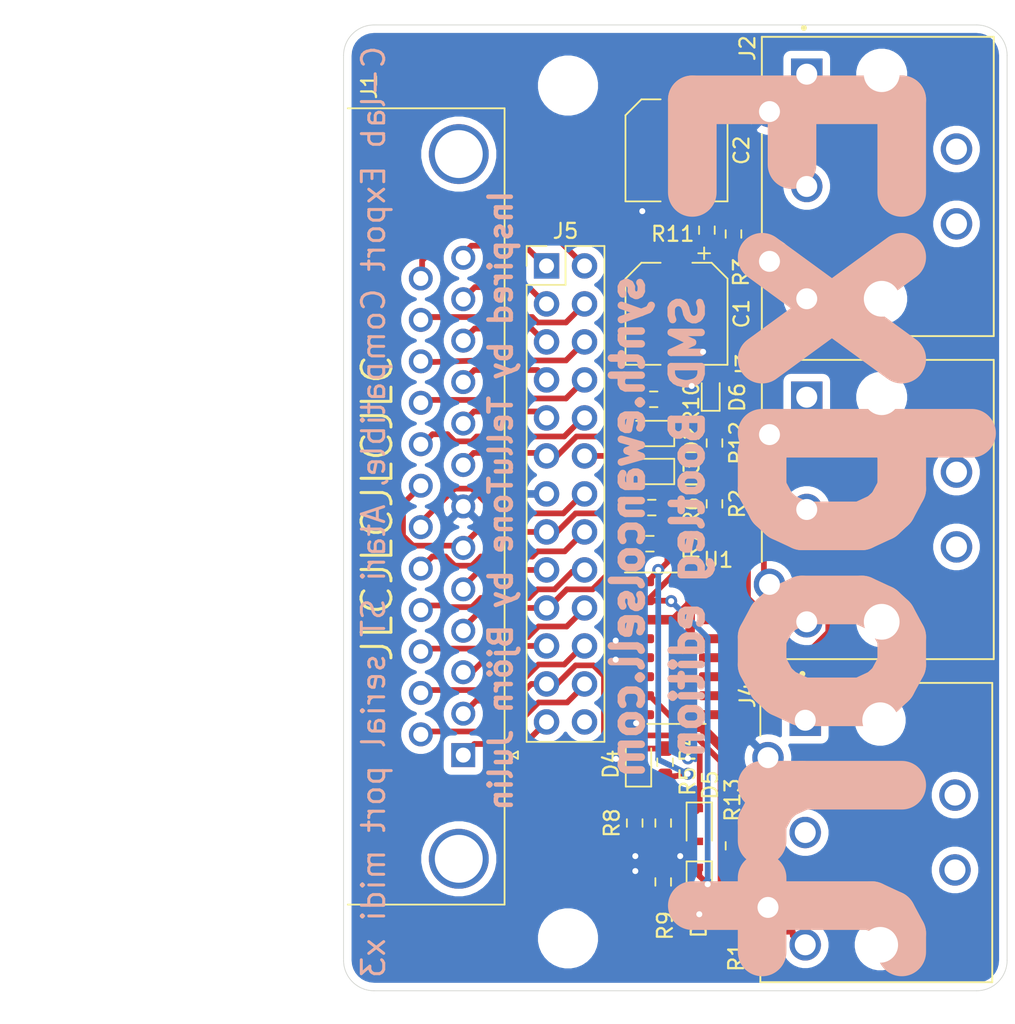
<source format=kicad_pcb>
(kicad_pcb (version 20171130) (host pcbnew "(5.1.10-1-10_14)")

  (general
    (thickness 1.6)
    (drawings 15)
    (tracks 331)
    (zones 0)
    (modules 29)
    (nets 49)
  )

  (page A4)
  (layers
    (0 F.Cu signal)
    (31 B.Cu signal)
    (32 B.Adhes user)
    (33 F.Adhes user)
    (34 B.Paste user hide)
    (35 F.Paste user hide)
    (36 B.SilkS user)
    (37 F.SilkS user)
    (38 B.Mask user)
    (39 F.Mask user)
    (40 Dwgs.User user)
    (41 Cmts.User user hide)
    (42 Eco1.User user hide)
    (43 Eco2.User user hide)
    (44 Edge.Cuts user)
    (45 Margin user hide)
    (46 B.CrtYd user)
    (47 F.CrtYd user)
    (48 B.Fab user hide)
    (49 F.Fab user hide)
  )

  (setup
    (last_trace_width 0.25)
    (user_trace_width 0.381)
    (user_trace_width 0.635)
    (trace_clearance 0.2)
    (zone_clearance 0.508)
    (zone_45_only no)
    (trace_min 0.2)
    (via_size 0.8)
    (via_drill 0.4)
    (via_min_size 0.4)
    (via_min_drill 0.3)
    (uvia_size 0.3)
    (uvia_drill 0.1)
    (uvias_allowed no)
    (uvia_min_size 0.2)
    (uvia_min_drill 0.1)
    (edge_width 0.05)
    (segment_width 0.2)
    (pcb_text_width 0.3)
    (pcb_text_size 1.5 1.5)
    (mod_edge_width 0.12)
    (mod_text_size 1 1)
    (mod_text_width 0.15)
    (pad_size 1 1)
    (pad_drill 0)
    (pad_to_mask_clearance 0)
    (aux_axis_origin 0 0)
    (visible_elements FFFFFF7F)
    (pcbplotparams
      (layerselection 0x010fc_ffffffff)
      (usegerberextensions false)
      (usegerberattributes true)
      (usegerberadvancedattributes true)
      (creategerberjobfile true)
      (excludeedgelayer true)
      (linewidth 0.100000)
      (plotframeref false)
      (viasonmask false)
      (mode 1)
      (useauxorigin false)
      (hpglpennumber 1)
      (hpglpenspeed 20)
      (hpglpendiameter 15.000000)
      (psnegative false)
      (psa4output false)
      (plotreference true)
      (plotvalue true)
      (plotinvisibletext false)
      (padsonsilk false)
      (subtractmaskfromsilk false)
      (outputformat 1)
      (mirror false)
      (drillshape 0)
      (scaleselection 1)
      (outputdirectory "AtariExportGerbers/"))
  )

  (net 0 "")
  (net 1 GND)
  (net 2 "Net-(C1-Pad1)")
  (net 3 VCC)
  (net 4 "Net-(D1-Pad1)")
  (net 5 "Net-(D2-Pad2)")
  (net 6 "Net-(D3-Pad2)")
  (net 7 "Net-(D4-Pad1)")
  (net 8 "Net-(D5-Pad1)")
  (net 9 "Net-(J1-Pad2)")
  (net 10 "Net-(J2-Pad5)")
  (net 11 "Net-(J2-Pad4)")
  (net 12 "Net-(J3-Pad5)")
  (net 13 "Net-(J3-Pad4)")
  (net 14 "Net-(J4-Pad5)")
  (net 15 "Net-(J4-Pad4)")
  (net 16 "Net-(R1-Pad2)")
  (net 17 "Net-(R2-Pad2)")
  (net 18 "Net-(R3-Pad2)")
  (net 19 "Net-(J1-Pad25)")
  (net 20 "Net-(J1-Pad24)")
  (net 21 "Net-(J1-Pad23)")
  (net 22 "Net-(J1-Pad22)")
  (net 23 "Net-(J1-Pad21)")
  (net 24 "Net-(J1-Pad19)")
  (net 25 "Net-(J1-Pad18)")
  (net 26 "Net-(J1-Pad17)")
  (net 27 "Net-(J1-Pad16)")
  (net 28 "Net-(J1-Pad15)")
  (net 29 "Net-(J1-Pad14)")
  (net 30 "Net-(J1-Pad13)")
  (net 31 "Net-(J1-Pad12)")
  (net 32 "Net-(J1-Pad11)")
  (net 33 "Net-(J1-Pad10)")
  (net 34 "Net-(J1-Pad9)")
  (net 35 "Net-(J1-Pad5)")
  (net 36 "Net-(J1-Pad3)")
  (net 37 "Net-(J1-Pad1)")
  (net 38 "Net-(J2-Pad3)")
  (net 39 "Net-(J2-Pad1)")
  (net 40 "Net-(J3-Pad3)")
  (net 41 "Net-(J3-Pad1)")
  (net 42 "Net-(J4-Pad3)")
  (net 43 "Net-(J4-Pad1)")
  (net 44 "Net-(U1-Pad15)")
  (net 45 "Net-(U1-Pad14)")
  (net 46 "Net-(U1-Pad13)")
  (net 47 "Net-(U1-Pad12)")
  (net 48 "Net-(U1-Pad11)")

  (net_class Default "This is the default net class."
    (clearance 0.2)
    (trace_width 0.25)
    (via_dia 0.8)
    (via_drill 0.4)
    (uvia_dia 0.3)
    (uvia_drill 0.1)
    (add_net GND)
    (add_net "Net-(C1-Pad1)")
    (add_net "Net-(D1-Pad1)")
    (add_net "Net-(D2-Pad2)")
    (add_net "Net-(D3-Pad2)")
    (add_net "Net-(D4-Pad1)")
    (add_net "Net-(D5-Pad1)")
    (add_net "Net-(J1-Pad1)")
    (add_net "Net-(J1-Pad10)")
    (add_net "Net-(J1-Pad11)")
    (add_net "Net-(J1-Pad12)")
    (add_net "Net-(J1-Pad13)")
    (add_net "Net-(J1-Pad14)")
    (add_net "Net-(J1-Pad15)")
    (add_net "Net-(J1-Pad16)")
    (add_net "Net-(J1-Pad17)")
    (add_net "Net-(J1-Pad18)")
    (add_net "Net-(J1-Pad19)")
    (add_net "Net-(J1-Pad2)")
    (add_net "Net-(J1-Pad21)")
    (add_net "Net-(J1-Pad22)")
    (add_net "Net-(J1-Pad23)")
    (add_net "Net-(J1-Pad24)")
    (add_net "Net-(J1-Pad25)")
    (add_net "Net-(J1-Pad3)")
    (add_net "Net-(J1-Pad5)")
    (add_net "Net-(J1-Pad9)")
    (add_net "Net-(J2-Pad1)")
    (add_net "Net-(J2-Pad3)")
    (add_net "Net-(J2-Pad4)")
    (add_net "Net-(J2-Pad5)")
    (add_net "Net-(J3-Pad1)")
    (add_net "Net-(J3-Pad3)")
    (add_net "Net-(J3-Pad4)")
    (add_net "Net-(J3-Pad5)")
    (add_net "Net-(J4-Pad1)")
    (add_net "Net-(J4-Pad3)")
    (add_net "Net-(J4-Pad4)")
    (add_net "Net-(J4-Pad5)")
    (add_net "Net-(R1-Pad2)")
    (add_net "Net-(R2-Pad2)")
    (add_net "Net-(R3-Pad2)")
    (add_net "Net-(U1-Pad11)")
    (add_net "Net-(U1-Pad12)")
    (add_net "Net-(U1-Pad13)")
    (add_net "Net-(U1-Pad14)")
    (add_net "Net-(U1-Pad15)")
    (add_net VCC)
  )

  (module MountingHole:MountingHole_3mm (layer F.Cu) (tedit 56D1B4CB) (tstamp 618DF2AC)
    (at 104 105.5)
    (descr "Mounting Hole 3mm, no annular")
    (tags "mounting hole 3mm no annular")
    (attr virtual)
    (fp_text reference REF** (at 0 -4) (layer F.SilkS) hide
      (effects (font (size 1 1) (thickness 0.15)))
    )
    (fp_text value MountingHole_3mm (at 0 4) (layer F.Fab)
      (effects (font (size 1 1) (thickness 0.15)))
    )
    (fp_circle (center 0 0) (end 3 0) (layer Cmts.User) (width 0.15))
    (fp_circle (center 0 0) (end 3.25 0) (layer F.CrtYd) (width 0.05))
    (fp_text user %R (at 0.3 0) (layer F.Fab)
      (effects (font (size 1 1) (thickness 0.15)))
    )
    (pad 1 np_thru_hole circle (at 0 0) (size 3 3) (drill 3) (layers *.Cu *.Mask))
  )

  (module MountingHole:MountingHole_3mm (layer F.Cu) (tedit 56D1B4CB) (tstamp 618DF248)
    (at 104 48.5)
    (descr "Mounting Hole 3mm, no annular")
    (tags "mounting hole 3mm no annular")
    (attr virtual)
    (fp_text reference REF** (at 0 -4) (layer F.SilkS) hide
      (effects (font (size 1 1) (thickness 0.15)))
    )
    (fp_text value MountingHole_3mm (at 0 4) (layer F.Fab)
      (effects (font (size 1 1) (thickness 0.15)))
    )
    (fp_circle (center 0 0) (end 3.25 0) (layer F.CrtYd) (width 0.05))
    (fp_circle (center 0 0) (end 3 0) (layer Cmts.User) (width 0.15))
    (fp_text user %R (at 0.3 0) (layer F.Fab)
      (effects (font (size 1 1) (thickness 0.15)))
    )
    (pad 1 np_thru_hole circle (at 0 0) (size 3 3) (drill 3) (layers *.Cu *.Mask))
  )

  (module Capacitor_SMD:CP_Elec_6.3x7.7 (layer F.Cu) (tedit 5BCA39D0) (tstamp 60FB5FE6)
    (at 111.252 52.832 270)
    (descr "SMD capacitor, aluminum electrolytic, Nichicon, 6.3x7.7mm")
    (tags "capacitor electrolytic")
    (path /60FBA23F)
    (attr smd)
    (fp_text reference C2 (at 0 -4.35 90) (layer F.SilkS)
      (effects (font (size 1 1) (thickness 0.15)))
    )
    (fp_text value 220uF/10v (at 0 4.35 90) (layer F.Fab)
      (effects (font (size 1 1) (thickness 0.15)))
    )
    (fp_line (start -4.7 1.05) (end -3.55 1.05) (layer F.CrtYd) (width 0.05))
    (fp_line (start -4.7 -1.05) (end -4.7 1.05) (layer F.CrtYd) (width 0.05))
    (fp_line (start -3.55 -1.05) (end -4.7 -1.05) (layer F.CrtYd) (width 0.05))
    (fp_line (start -3.55 1.05) (end -3.55 2.4) (layer F.CrtYd) (width 0.05))
    (fp_line (start -3.55 -2.4) (end -3.55 -1.05) (layer F.CrtYd) (width 0.05))
    (fp_line (start -3.55 -2.4) (end -2.4 -3.55) (layer F.CrtYd) (width 0.05))
    (fp_line (start -3.55 2.4) (end -2.4 3.55) (layer F.CrtYd) (width 0.05))
    (fp_line (start -2.4 -3.55) (end 3.55 -3.55) (layer F.CrtYd) (width 0.05))
    (fp_line (start -2.4 3.55) (end 3.55 3.55) (layer F.CrtYd) (width 0.05))
    (fp_line (start 3.55 1.05) (end 3.55 3.55) (layer F.CrtYd) (width 0.05))
    (fp_line (start 4.7 1.05) (end 3.55 1.05) (layer F.CrtYd) (width 0.05))
    (fp_line (start 4.7 -1.05) (end 4.7 1.05) (layer F.CrtYd) (width 0.05))
    (fp_line (start 3.55 -1.05) (end 4.7 -1.05) (layer F.CrtYd) (width 0.05))
    (fp_line (start 3.55 -3.55) (end 3.55 -1.05) (layer F.CrtYd) (width 0.05))
    (fp_line (start -4.04375 -2.24125) (end -4.04375 -1.45375) (layer F.SilkS) (width 0.12))
    (fp_line (start -4.4375 -1.8475) (end -3.65 -1.8475) (layer F.SilkS) (width 0.12))
    (fp_line (start -3.41 2.345563) (end -2.345563 3.41) (layer F.SilkS) (width 0.12))
    (fp_line (start -3.41 -2.345563) (end -2.345563 -3.41) (layer F.SilkS) (width 0.12))
    (fp_line (start -3.41 -2.345563) (end -3.41 -1.06) (layer F.SilkS) (width 0.12))
    (fp_line (start -3.41 2.345563) (end -3.41 1.06) (layer F.SilkS) (width 0.12))
    (fp_line (start -2.345563 3.41) (end 3.41 3.41) (layer F.SilkS) (width 0.12))
    (fp_line (start -2.345563 -3.41) (end 3.41 -3.41) (layer F.SilkS) (width 0.12))
    (fp_line (start 3.41 -3.41) (end 3.41 -1.06) (layer F.SilkS) (width 0.12))
    (fp_line (start 3.41 3.41) (end 3.41 1.06) (layer F.SilkS) (width 0.12))
    (fp_line (start -2.389838 -1.645) (end -2.389838 -1.015) (layer F.Fab) (width 0.1))
    (fp_line (start -2.704838 -1.33) (end -2.074838 -1.33) (layer F.Fab) (width 0.1))
    (fp_line (start -3.3 2.3) (end -2.3 3.3) (layer F.Fab) (width 0.1))
    (fp_line (start -3.3 -2.3) (end -2.3 -3.3) (layer F.Fab) (width 0.1))
    (fp_line (start -3.3 -2.3) (end -3.3 2.3) (layer F.Fab) (width 0.1))
    (fp_line (start -2.3 3.3) (end 3.3 3.3) (layer F.Fab) (width 0.1))
    (fp_line (start -2.3 -3.3) (end 3.3 -3.3) (layer F.Fab) (width 0.1))
    (fp_line (start 3.3 -3.3) (end 3.3 3.3) (layer F.Fab) (width 0.1))
    (fp_circle (center 0 0) (end 3.15 0) (layer F.Fab) (width 0.1))
    (fp_text user %R (at 0 0 90) (layer F.Fab)
      (effects (font (size 1 1) (thickness 0.15)))
    )
    (pad 2 smd roundrect (at 2.7 0 270) (size 3.5 1.6) (layers F.Cu F.Paste F.Mask) (roundrect_rratio 0.15625)
      (net 1 GND))
    (pad 1 smd roundrect (at -2.7 0 270) (size 3.5 1.6) (layers F.Cu F.Paste F.Mask) (roundrect_rratio 0.15625)
      (net 3 VCC))
    (model ${KISYS3DMOD}/Capacitor_SMD.3dshapes/CP_Elec_6.3x7.7.wrl
      (at (xyz 0 0 0))
      (scale (xyz 1 1 1))
      (rotate (xyz 0 0 0))
    )
  )

  (module Capacitor_SMD:CP_Elec_6.3x7.7 (layer F.Cu) (tedit 5BCA39D0) (tstamp 60FB5FD3)
    (at 111.252 63.754 270)
    (descr "SMD capacitor, aluminum electrolytic, Nichicon, 6.3x7.7mm")
    (tags "capacitor electrolytic")
    (path /60FA23C7)
    (attr smd)
    (fp_text reference C1 (at 0 -4.35 90) (layer F.SilkS)
      (effects (font (size 1 1) (thickness 0.15)))
    )
    (fp_text value 220uF/16v (at 0 4.35 90) (layer F.Fab)
      (effects (font (size 1 1) (thickness 0.15)))
    )
    (fp_line (start -4.7 1.05) (end -3.55 1.05) (layer F.CrtYd) (width 0.05))
    (fp_line (start -4.7 -1.05) (end -4.7 1.05) (layer F.CrtYd) (width 0.05))
    (fp_line (start -3.55 -1.05) (end -4.7 -1.05) (layer F.CrtYd) (width 0.05))
    (fp_line (start -3.55 1.05) (end -3.55 2.4) (layer F.CrtYd) (width 0.05))
    (fp_line (start -3.55 -2.4) (end -3.55 -1.05) (layer F.CrtYd) (width 0.05))
    (fp_line (start -3.55 -2.4) (end -2.4 -3.55) (layer F.CrtYd) (width 0.05))
    (fp_line (start -3.55 2.4) (end -2.4 3.55) (layer F.CrtYd) (width 0.05))
    (fp_line (start -2.4 -3.55) (end 3.55 -3.55) (layer F.CrtYd) (width 0.05))
    (fp_line (start -2.4 3.55) (end 3.55 3.55) (layer F.CrtYd) (width 0.05))
    (fp_line (start 3.55 1.05) (end 3.55 3.55) (layer F.CrtYd) (width 0.05))
    (fp_line (start 4.7 1.05) (end 3.55 1.05) (layer F.CrtYd) (width 0.05))
    (fp_line (start 4.7 -1.05) (end 4.7 1.05) (layer F.CrtYd) (width 0.05))
    (fp_line (start 3.55 -1.05) (end 4.7 -1.05) (layer F.CrtYd) (width 0.05))
    (fp_line (start 3.55 -3.55) (end 3.55 -1.05) (layer F.CrtYd) (width 0.05))
    (fp_line (start -4.04375 -2.24125) (end -4.04375 -1.45375) (layer F.SilkS) (width 0.12))
    (fp_line (start -4.4375 -1.8475) (end -3.65 -1.8475) (layer F.SilkS) (width 0.12))
    (fp_line (start -3.41 2.345563) (end -2.345563 3.41) (layer F.SilkS) (width 0.12))
    (fp_line (start -3.41 -2.345563) (end -2.345563 -3.41) (layer F.SilkS) (width 0.12))
    (fp_line (start -3.41 -2.345563) (end -3.41 -1.06) (layer F.SilkS) (width 0.12))
    (fp_line (start -3.41 2.345563) (end -3.41 1.06) (layer F.SilkS) (width 0.12))
    (fp_line (start -2.345563 3.41) (end 3.41 3.41) (layer F.SilkS) (width 0.12))
    (fp_line (start -2.345563 -3.41) (end 3.41 -3.41) (layer F.SilkS) (width 0.12))
    (fp_line (start 3.41 -3.41) (end 3.41 -1.06) (layer F.SilkS) (width 0.12))
    (fp_line (start 3.41 3.41) (end 3.41 1.06) (layer F.SilkS) (width 0.12))
    (fp_line (start -2.389838 -1.645) (end -2.389838 -1.015) (layer F.Fab) (width 0.1))
    (fp_line (start -2.704838 -1.33) (end -2.074838 -1.33) (layer F.Fab) (width 0.1))
    (fp_line (start -3.3 2.3) (end -2.3 3.3) (layer F.Fab) (width 0.1))
    (fp_line (start -3.3 -2.3) (end -2.3 -3.3) (layer F.Fab) (width 0.1))
    (fp_line (start -3.3 -2.3) (end -3.3 2.3) (layer F.Fab) (width 0.1))
    (fp_line (start -2.3 3.3) (end 3.3 3.3) (layer F.Fab) (width 0.1))
    (fp_line (start -2.3 -3.3) (end 3.3 -3.3) (layer F.Fab) (width 0.1))
    (fp_line (start 3.3 -3.3) (end 3.3 3.3) (layer F.Fab) (width 0.1))
    (fp_circle (center 0 0) (end 3.15 0) (layer F.Fab) (width 0.1))
    (fp_text user %R (at 0 0 90) (layer F.Fab)
      (effects (font (size 1 1) (thickness 0.15)))
    )
    (pad 2 smd roundrect (at 2.7 0 270) (size 3.5 1.6) (layers F.Cu F.Paste F.Mask) (roundrect_rratio 0.15625)
      (net 1 GND))
    (pad 1 smd roundrect (at -2.7 0 270) (size 3.5 1.6) (layers F.Cu F.Paste F.Mask) (roundrect_rratio 0.15625)
      (net 2 "Net-(C1-Pad1)"))
    (model ${KISYS3DMOD}/Capacitor_SMD.3dshapes/CP_Elec_6.3x7.7.wrl
      (at (xyz 0 0 0))
      (scale (xyz 1 1 1))
      (rotate (xyz 0 0 0))
    )
  )

  (module Connector_Dsub:DSUB-25_Female_Horizontal_P2.77x2.84mm_EdgePinOffset4.94mm_Housed_MountingHolesOffset7.48mm (layer F.Cu) (tedit 59FEDEE2) (tstamp 6193960D)
    (at 97 93.25 270)
    (descr "25-pin D-Sub connector, horizontal/angled (90 deg), THT-mount, female, pitch 2.77x2.84mm, pin-PCB-offset 4.9399999999999995mm, distance of mounting holes 47.1mm, distance of mounting holes to PCB edge 7.4799999999999995mm, see https://disti-assets.s3.amazonaws.com/tonar/files/datasheets/16730.pdf")
    (tags "25-pin D-Sub connector horizontal angled 90deg THT female pitch 2.77x2.84mm pin-PCB-offset 4.9399999999999995mm mounting-holes-distance 47.1mm mounting-hole-offset 47.1mm")
    (path /60F971B8)
    (fp_text reference J1 (at -44.6933 6.2895 90) (layer F.SilkS)
      (effects (font (size 1 1) (thickness 0.15)))
    )
    (fp_text value DB25_Female (at -16.62 15.85 90) (layer F.Fab) hide
      (effects (font (size 1 1) (thickness 0.15)))
    )
    (fp_line (start -43.17 -2.7) (end -43.17 7.78) (layer F.Fab) (width 0.1))
    (fp_line (start -43.17 7.78) (end 9.93 7.78) (layer F.Fab) (width 0.1))
    (fp_line (start 9.93 7.78) (end 9.93 -2.7) (layer F.Fab) (width 0.1))
    (fp_line (start 9.93 -2.7) (end -43.17 -2.7) (layer F.Fab) (width 0.1))
    (fp_line (start -43.17 7.78) (end -43.17 8.18) (layer F.Fab) (width 0.1))
    (fp_line (start -43.17 8.18) (end 9.93 8.18) (layer F.Fab) (width 0.1))
    (fp_line (start 9.93 8.18) (end 9.93 7.78) (layer F.Fab) (width 0.1))
    (fp_line (start 9.93 7.78) (end -43.17 7.78) (layer F.Fab) (width 0.1))
    (fp_line (start -35.77 8.18) (end -35.77 14.35) (layer F.Fab) (width 0.1))
    (fp_line (start -35.77 14.35) (end 2.53 14.35) (layer F.Fab) (width 0.1))
    (fp_line (start 2.53 14.35) (end 2.53 8.18) (layer F.Fab) (width 0.1))
    (fp_line (start 2.53 8.18) (end -35.77 8.18) (layer F.Fab) (width 0.1))
    (fp_line (start -42.67 8.18) (end -42.67 13.18) (layer F.Fab) (width 0.1))
    (fp_line (start -42.67 13.18) (end -37.67 13.18) (layer F.Fab) (width 0.1))
    (fp_line (start -37.67 13.18) (end -37.67 8.18) (layer F.Fab) (width 0.1))
    (fp_line (start -37.67 8.18) (end -42.67 8.18) (layer F.Fab) (width 0.1))
    (fp_line (start 4.43 8.18) (end 4.43 13.18) (layer F.Fab) (width 0.1))
    (fp_line (start 4.43 13.18) (end 9.43 13.18) (layer F.Fab) (width 0.1))
    (fp_line (start 9.43 13.18) (end 9.43 8.18) (layer F.Fab) (width 0.1))
    (fp_line (start 9.43 8.18) (end 4.43 8.18) (layer F.Fab) (width 0.1))
    (fp_line (start -41.77 7.78) (end -41.77 0.3) (layer F.Fab) (width 0.1))
    (fp_line (start -38.57 7.78) (end -38.57 0.3) (layer F.Fab) (width 0.1))
    (fp_line (start 5.33 7.78) (end 5.33 0.3) (layer F.Fab) (width 0.1))
    (fp_line (start 8.53 7.78) (end 8.53 0.3) (layer F.Fab) (width 0.1))
    (fp_line (start -43.23 7.72) (end -43.23 -2.76) (layer F.SilkS) (width 0.12))
    (fp_line (start -43.23 -2.76) (end 9.99 -2.76) (layer F.SilkS) (width 0.12))
    (fp_line (start 9.99 -2.76) (end 9.99 7.72) (layer F.SilkS) (width 0.12))
    (fp_line (start -0.25 -3.654338) (end 0.25 -3.654338) (layer F.SilkS) (width 0.12))
    (fp_line (start 0.25 -3.654338) (end 0 -3.221325) (layer F.SilkS) (width 0.12))
    (fp_line (start 0 -3.221325) (end -0.25 -3.654338) (layer F.SilkS) (width 0.12))
    (fp_line (start -43.7 -3.25) (end -43.7 14.85) (layer F.CrtYd) (width 0.05))
    (fp_line (start -43.7 14.85) (end 10.45 14.85) (layer F.CrtYd) (width 0.05))
    (fp_line (start 10.45 14.85) (end 10.45 -3.25) (layer F.CrtYd) (width 0.05))
    (fp_line (start 10.45 -3.25) (end -43.7 -3.25) (layer F.CrtYd) (width 0.05))
    (fp_text user %R (at -16.62 11.265 90) (layer F.Fab)
      (effects (font (size 1 1) (thickness 0.15)))
    )
    (fp_arc (start 6.93 0.3) (end 5.33 0.3) (angle 180) (layer F.Fab) (width 0.1))
    (fp_arc (start -40.17 0.3) (end -41.77 0.3) (angle 180) (layer F.Fab) (width 0.1))
    (pad 0 thru_hole circle (at 6.93 0.3 270) (size 4 4) (drill 3.2) (layers *.Cu *.Mask))
    (pad 0 thru_hole circle (at -40.17 0.3 270) (size 4 4) (drill 3.2) (layers *.Cu *.Mask))
    (pad 25 thru_hole circle (at -31.855 2.84 270) (size 1.6 1.6) (drill 1) (layers *.Cu *.Mask)
      (net 19 "Net-(J1-Pad25)"))
    (pad 24 thru_hole circle (at -29.085 2.84 270) (size 1.6 1.6) (drill 1) (layers *.Cu *.Mask)
      (net 20 "Net-(J1-Pad24)"))
    (pad 23 thru_hole circle (at -26.315 2.84 270) (size 1.6 1.6) (drill 1) (layers *.Cu *.Mask)
      (net 21 "Net-(J1-Pad23)"))
    (pad 22 thru_hole circle (at -23.545 2.84 270) (size 1.6 1.6) (drill 1) (layers *.Cu *.Mask)
      (net 22 "Net-(J1-Pad22)"))
    (pad 21 thru_hole circle (at -20.775 2.84 270) (size 1.6 1.6) (drill 1) (layers *.Cu *.Mask)
      (net 23 "Net-(J1-Pad21)"))
    (pad 20 thru_hole circle (at -18.005 2.84 270) (size 1.6 1.6) (drill 1) (layers *.Cu *.Mask)
      (net 6 "Net-(D3-Pad2)"))
    (pad 19 thru_hole circle (at -15.235 2.84 270) (size 1.6 1.6) (drill 1) (layers *.Cu *.Mask)
      (net 24 "Net-(J1-Pad19)"))
    (pad 18 thru_hole circle (at -12.465 2.84 270) (size 1.6 1.6) (drill 1) (layers *.Cu *.Mask)
      (net 25 "Net-(J1-Pad18)"))
    (pad 17 thru_hole circle (at -9.695 2.84 270) (size 1.6 1.6) (drill 1) (layers *.Cu *.Mask)
      (net 26 "Net-(J1-Pad17)"))
    (pad 16 thru_hole circle (at -6.925 2.84 270) (size 1.6 1.6) (drill 1) (layers *.Cu *.Mask)
      (net 27 "Net-(J1-Pad16)"))
    (pad 15 thru_hole circle (at -4.155 2.84 270) (size 1.6 1.6) (drill 1) (layers *.Cu *.Mask)
      (net 28 "Net-(J1-Pad15)"))
    (pad 14 thru_hole circle (at -1.385 2.84 270) (size 1.6 1.6) (drill 1) (layers *.Cu *.Mask)
      (net 29 "Net-(J1-Pad14)"))
    (pad 13 thru_hole circle (at -33.24 0 270) (size 1.6 1.6) (drill 1) (layers *.Cu *.Mask)
      (net 30 "Net-(J1-Pad13)"))
    (pad 12 thru_hole circle (at -30.47 0 270) (size 1.6 1.6) (drill 1) (layers *.Cu *.Mask)
      (net 31 "Net-(J1-Pad12)"))
    (pad 11 thru_hole circle (at -27.7 0 270) (size 1.6 1.6) (drill 1) (layers *.Cu *.Mask)
      (net 32 "Net-(J1-Pad11)"))
    (pad 10 thru_hole circle (at -24.93 0 270) (size 1.6 1.6) (drill 1) (layers *.Cu *.Mask)
      (net 33 "Net-(J1-Pad10)"))
    (pad 9 thru_hole circle (at -22.16 0 270) (size 1.6 1.6) (drill 1) (layers *.Cu *.Mask)
      (net 34 "Net-(J1-Pad9)"))
    (pad 8 thru_hole circle (at -19.39 0 270) (size 1.6 1.6) (drill 1) (layers *.Cu *.Mask)
      (net 5 "Net-(D2-Pad2)"))
    (pad 7 thru_hole circle (at -16.62 0 270) (size 1.6 1.6) (drill 1) (layers *.Cu *.Mask)
      (net 1 GND))
    (pad 6 thru_hole circle (at -13.85 0 270) (size 1.6 1.6) (drill 1) (layers *.Cu *.Mask)
      (net 6 "Net-(D3-Pad2)"))
    (pad 5 thru_hole circle (at -11.08 0 270) (size 1.6 1.6) (drill 1) (layers *.Cu *.Mask)
      (net 35 "Net-(J1-Pad5)"))
    (pad 4 thru_hole circle (at -8.31 0 270) (size 1.6 1.6) (drill 1) (layers *.Cu *.Mask)
      (net 5 "Net-(D2-Pad2)"))
    (pad 3 thru_hole circle (at -5.54 0 270) (size 1.6 1.6) (drill 1) (layers *.Cu *.Mask)
      (net 36 "Net-(J1-Pad3)"))
    (pad 2 thru_hole circle (at -2.77 0 270) (size 1.6 1.6) (drill 1) (layers *.Cu *.Mask)
      (net 9 "Net-(J1-Pad2)"))
    (pad 1 thru_hole rect (at 0 0 270) (size 1.6 1.6) (drill 1) (layers *.Cu *.Mask)
      (net 37 "Net-(J1-Pad1)"))
    (model ${KISYS3DMOD}/Connector_Dsub.3dshapes/DSUB-25_Female_Horizontal_P2.77x2.84mm_EdgePinOffset4.94mm_Housed_MountingHolesOffset7.48mm.wrl
      (at (xyz 0 0 0))
      (scale (xyz 1 1 1))
      (rotate (xyz 0 0 0))
    )
  )

  (module Connector_PinHeader_2.54mm:PinHeader_2x13_P2.54mm_Vertical (layer F.Cu) (tedit 59FED5CC) (tstamp 618717A2)
    (at 102.5652 60.5536)
    (descr "Through hole straight pin header, 2x13, 2.54mm pitch, double rows")
    (tags "Through hole pin header THT 2x13 2.54mm double row")
    (path /6186DE14)
    (fp_text reference J5 (at 1.27 -2.33) (layer F.SilkS)
      (effects (font (size 1 1) (thickness 0.15)))
    )
    (fp_text value Conn_01x25 (at 1.27 32.81) (layer F.Fab)
      (effects (font (size 1 1) (thickness 0.15)))
    )
    (fp_line (start 0 -1.27) (end 3.81 -1.27) (layer F.Fab) (width 0.1))
    (fp_line (start 3.81 -1.27) (end 3.81 31.75) (layer F.Fab) (width 0.1))
    (fp_line (start 3.81 31.75) (end -1.27 31.75) (layer F.Fab) (width 0.1))
    (fp_line (start -1.27 31.75) (end -1.27 0) (layer F.Fab) (width 0.1))
    (fp_line (start -1.27 0) (end 0 -1.27) (layer F.Fab) (width 0.1))
    (fp_line (start -1.33 31.81) (end 3.87 31.81) (layer F.SilkS) (width 0.12))
    (fp_line (start -1.33 1.27) (end -1.33 31.81) (layer F.SilkS) (width 0.12))
    (fp_line (start 3.87 -1.33) (end 3.87 31.81) (layer F.SilkS) (width 0.12))
    (fp_line (start -1.33 1.27) (end 1.27 1.27) (layer F.SilkS) (width 0.12))
    (fp_line (start 1.27 1.27) (end 1.27 -1.33) (layer F.SilkS) (width 0.12))
    (fp_line (start 1.27 -1.33) (end 3.87 -1.33) (layer F.SilkS) (width 0.12))
    (fp_line (start -1.33 0) (end -1.33 -1.33) (layer F.SilkS) (width 0.12))
    (fp_line (start -1.33 -1.33) (end 0 -1.33) (layer F.SilkS) (width 0.12))
    (fp_line (start -1.8 -1.8) (end -1.8 32.25) (layer F.CrtYd) (width 0.05))
    (fp_line (start -1.8 32.25) (end 4.35 32.25) (layer F.CrtYd) (width 0.05))
    (fp_line (start 4.35 32.25) (end 4.35 -1.8) (layer F.CrtYd) (width 0.05))
    (fp_line (start 4.35 -1.8) (end -1.8 -1.8) (layer F.CrtYd) (width 0.05))
    (fp_text user %R (at 1.27 15.24 90) (layer F.Fab)
      (effects (font (size 1 1) (thickness 0.15)))
    )
    (pad 26 thru_hole oval (at 2.54 30.48) (size 1.7 1.7) (drill 1) (layers *.Cu *.Mask))
    (pad 25 thru_hole oval (at 0 30.48) (size 1.7 1.7) (drill 1) (layers *.Cu *.Mask)
      (net 37 "Net-(J1-Pad1)"))
    (pad 24 thru_hole oval (at 2.54 27.94) (size 1.7 1.7) (drill 1) (layers *.Cu *.Mask)
      (net 29 "Net-(J1-Pad14)"))
    (pad 23 thru_hole oval (at 0 27.94) (size 1.7 1.7) (drill 1) (layers *.Cu *.Mask)
      (net 9 "Net-(J1-Pad2)"))
    (pad 22 thru_hole oval (at 2.54 25.4) (size 1.7 1.7) (drill 1) (layers *.Cu *.Mask)
      (net 28 "Net-(J1-Pad15)"))
    (pad 21 thru_hole oval (at 0 25.4) (size 1.7 1.7) (drill 1) (layers *.Cu *.Mask)
      (net 36 "Net-(J1-Pad3)"))
    (pad 20 thru_hole oval (at 2.54 22.86) (size 1.7 1.7) (drill 1) (layers *.Cu *.Mask)
      (net 27 "Net-(J1-Pad16)"))
    (pad 19 thru_hole oval (at 0 22.86) (size 1.7 1.7) (drill 1) (layers *.Cu *.Mask)
      (net 5 "Net-(D2-Pad2)"))
    (pad 18 thru_hole oval (at 2.54 20.32) (size 1.7 1.7) (drill 1) (layers *.Cu *.Mask)
      (net 26 "Net-(J1-Pad17)"))
    (pad 17 thru_hole oval (at 0 20.32) (size 1.7 1.7) (drill 1) (layers *.Cu *.Mask)
      (net 35 "Net-(J1-Pad5)"))
    (pad 16 thru_hole oval (at 2.54 17.78) (size 1.7 1.7) (drill 1) (layers *.Cu *.Mask)
      (net 25 "Net-(J1-Pad18)"))
    (pad 15 thru_hole oval (at 0 17.78) (size 1.7 1.7) (drill 1) (layers *.Cu *.Mask)
      (net 6 "Net-(D3-Pad2)"))
    (pad 14 thru_hole oval (at 2.54 15.24) (size 1.7 1.7) (drill 1) (layers *.Cu *.Mask)
      (net 24 "Net-(J1-Pad19)"))
    (pad 13 thru_hole oval (at 0 15.24) (size 1.7 1.7) (drill 1) (layers *.Cu *.Mask)
      (net 1 GND))
    (pad 12 thru_hole oval (at 2.54 12.7) (size 1.7 1.7) (drill 1) (layers *.Cu *.Mask)
      (net 6 "Net-(D3-Pad2)"))
    (pad 11 thru_hole oval (at 0 12.7) (size 1.7 1.7) (drill 1) (layers *.Cu *.Mask)
      (net 5 "Net-(D2-Pad2)"))
    (pad 10 thru_hole oval (at 2.54 10.16) (size 1.7 1.7) (drill 1) (layers *.Cu *.Mask)
      (net 23 "Net-(J1-Pad21)"))
    (pad 9 thru_hole oval (at 0 10.16) (size 1.7 1.7) (drill 1) (layers *.Cu *.Mask)
      (net 34 "Net-(J1-Pad9)"))
    (pad 8 thru_hole oval (at 2.54 7.62) (size 1.7 1.7) (drill 1) (layers *.Cu *.Mask)
      (net 22 "Net-(J1-Pad22)"))
    (pad 7 thru_hole oval (at 0 7.62) (size 1.7 1.7) (drill 1) (layers *.Cu *.Mask)
      (net 33 "Net-(J1-Pad10)"))
    (pad 6 thru_hole oval (at 2.54 5.08) (size 1.7 1.7) (drill 1) (layers *.Cu *.Mask)
      (net 21 "Net-(J1-Pad23)"))
    (pad 5 thru_hole oval (at 0 5.08) (size 1.7 1.7) (drill 1) (layers *.Cu *.Mask)
      (net 32 "Net-(J1-Pad11)"))
    (pad 4 thru_hole oval (at 2.54 2.54) (size 1.7 1.7) (drill 1) (layers *.Cu *.Mask)
      (net 20 "Net-(J1-Pad24)"))
    (pad 3 thru_hole oval (at 0 2.54) (size 1.7 1.7) (drill 1) (layers *.Cu *.Mask)
      (net 31 "Net-(J1-Pad12)"))
    (pad 2 thru_hole oval (at 2.54 0) (size 1.7 1.7) (drill 1) (layers *.Cu *.Mask)
      (net 19 "Net-(J1-Pad25)"))
    (pad 1 thru_hole rect (at 0 0) (size 1.7 1.7) (drill 1) (layers *.Cu *.Mask)
      (net 30 "Net-(J1-Pad13)"))
  )

  (module Resistor_SMD:R_0603_1608Metric_Pad0.98x0.95mm_HandSolder (layer F.Cu) (tedit 5F68FEEE) (tstamp 60FDD78C)
    (at 110.363 101.727 270)
    (descr "Resistor SMD 0603 (1608 Metric), square (rectangular) end terminal, IPC_7351 nominal with elongated pad for handsoldering. (Body size source: IPC-SM-782 page 72, https://www.pcb-3d.com/wordpress/wp-content/uploads/ipc-sm-782a_amendment_1_and_2.pdf), generated with kicad-footprint-generator")
    (tags "resistor handsolder")
    (path /60FAC371)
    (attr smd)
    (fp_text reference R9 (at 2.921 -0.127 90) (layer F.SilkS)
      (effects (font (size 1 1) (thickness 0.15)))
    )
    (fp_text value 47k (at 3.175 -1.397 90) (layer F.Fab)
      (effects (font (size 1 1) (thickness 0.15)))
    )
    (fp_line (start -0.8 0.4125) (end -0.8 -0.4125) (layer F.Fab) (width 0.1))
    (fp_line (start -0.8 -0.4125) (end 0.8 -0.4125) (layer F.Fab) (width 0.1))
    (fp_line (start 0.8 -0.4125) (end 0.8 0.4125) (layer F.Fab) (width 0.1))
    (fp_line (start 0.8 0.4125) (end -0.8 0.4125) (layer F.Fab) (width 0.1))
    (fp_line (start -0.254724 -0.5225) (end 0.254724 -0.5225) (layer F.SilkS) (width 0.12))
    (fp_line (start -0.254724 0.5225) (end 0.254724 0.5225) (layer F.SilkS) (width 0.12))
    (fp_line (start -1.65 0.73) (end -1.65 -0.73) (layer F.CrtYd) (width 0.05))
    (fp_line (start -1.65 -0.73) (end 1.65 -0.73) (layer F.CrtYd) (width 0.05))
    (fp_line (start 1.65 -0.73) (end 1.65 0.73) (layer F.CrtYd) (width 0.05))
    (fp_line (start 1.65 0.73) (end -1.65 0.73) (layer F.CrtYd) (width 0.05))
    (fp_text user %R (at 0 0 90) (layer F.Fab)
      (effects (font (size 0.4 0.4) (thickness 0.06)))
    )
    (pad 2 smd roundrect (at 0.9125 0 270) (size 0.975 0.95) (layers F.Cu F.Paste F.Mask) (roundrect_rratio 0.25)
      (net 4 "Net-(D1-Pad1)"))
    (pad 1 smd roundrect (at -0.9125 0 270) (size 0.975 0.95) (layers F.Cu F.Paste F.Mask) (roundrect_rratio 0.25)
      (net 1 GND))
    (model ${KISYS3DMOD}/Resistor_SMD.3dshapes/R_0603_1608Metric.wrl
      (at (xyz 0 0 0))
      (scale (xyz 1 1 1))
      (rotate (xyz 0 0 0))
    )
  )

  (module Resistor_SMD:R_0603_1608Metric_Pad0.98x0.95mm_HandSolder (layer F.Cu) (tedit 5F68FEEE) (tstamp 60FDD9C9)
    (at 110.363 97.79 90)
    (descr "Resistor SMD 0603 (1608 Metric), square (rectangular) end terminal, IPC_7351 nominal with elongated pad for handsoldering. (Body size source: IPC-SM-782 page 72, https://www.pcb-3d.com/wordpress/wp-content/uploads/ipc-sm-782a_amendment_1_and_2.pdf), generated with kicad-footprint-generator")
    (tags "resistor handsolder")
    (path /60FE4E2F)
    (attr smd)
    (fp_text reference R5 (at 2.79 1.637 270) (layer F.SilkS)
      (effects (font (size 1 1) (thickness 0.15)))
    )
    (fp_text value 47k (at 0 1.43 90) (layer F.Fab)
      (effects (font (size 1 1) (thickness 0.15)))
    )
    (fp_line (start -0.8 0.4125) (end -0.8 -0.4125) (layer F.Fab) (width 0.1))
    (fp_line (start -0.8 -0.4125) (end 0.8 -0.4125) (layer F.Fab) (width 0.1))
    (fp_line (start 0.8 -0.4125) (end 0.8 0.4125) (layer F.Fab) (width 0.1))
    (fp_line (start 0.8 0.4125) (end -0.8 0.4125) (layer F.Fab) (width 0.1))
    (fp_line (start -0.254724 -0.5225) (end 0.254724 -0.5225) (layer F.SilkS) (width 0.12))
    (fp_line (start -0.254724 0.5225) (end 0.254724 0.5225) (layer F.SilkS) (width 0.12))
    (fp_line (start -1.65 0.73) (end -1.65 -0.73) (layer F.CrtYd) (width 0.05))
    (fp_line (start -1.65 -0.73) (end 1.65 -0.73) (layer F.CrtYd) (width 0.05))
    (fp_line (start 1.65 -0.73) (end 1.65 0.73) (layer F.CrtYd) (width 0.05))
    (fp_line (start 1.65 0.73) (end -1.65 0.73) (layer F.CrtYd) (width 0.05))
    (fp_text user %R (at 0 0 90) (layer F.Fab)
      (effects (font (size 0.4 0.4) (thickness 0.06)))
    )
    (pad 2 smd roundrect (at 0.9125 0 90) (size 0.975 0.95) (layers F.Cu F.Paste F.Mask) (roundrect_rratio 0.25)
      (net 8 "Net-(D5-Pad1)"))
    (pad 1 smd roundrect (at -0.9125 0 90) (size 0.975 0.95) (layers F.Cu F.Paste F.Mask) (roundrect_rratio 0.25)
      (net 1 GND))
    (model ${KISYS3DMOD}/Resistor_SMD.3dshapes/R_0603_1608Metric.wrl
      (at (xyz 0 0 0))
      (scale (xyz 1 1 1))
      (rotate (xyz 0 0 0))
    )
  )

  (module Resistor_SMD:R_0603_1608Metric_Pad0.98x0.95mm_HandSolder (layer F.Cu) (tedit 5F68FEEE) (tstamp 60FDD9F9)
    (at 110.49 93.726 270)
    (descr "Resistor SMD 0603 (1608 Metric), square (rectangular) end terminal, IPC_7351 nominal with elongated pad for handsoldering. (Body size source: IPC-SM-782 page 72, https://www.pcb-3d.com/wordpress/wp-content/uploads/ipc-sm-782a_amendment_1_and_2.pdf), generated with kicad-footprint-generator")
    (tags "resistor handsolder")
    (path /60FA803F)
    (attr smd)
    (fp_text reference R4 (at -0.976 -1.51 90) (layer F.SilkS)
      (effects (font (size 1 1) (thickness 0.15)))
    )
    (fp_text value 47k (at 0.508 -3.302 90) (layer F.Fab)
      (effects (font (size 1 1) (thickness 0.15)))
    )
    (fp_line (start -0.8 0.4125) (end -0.8 -0.4125) (layer F.Fab) (width 0.1))
    (fp_line (start -0.8 -0.4125) (end 0.8 -0.4125) (layer F.Fab) (width 0.1))
    (fp_line (start 0.8 -0.4125) (end 0.8 0.4125) (layer F.Fab) (width 0.1))
    (fp_line (start 0.8 0.4125) (end -0.8 0.4125) (layer F.Fab) (width 0.1))
    (fp_line (start -0.254724 -0.5225) (end 0.254724 -0.5225) (layer F.SilkS) (width 0.12))
    (fp_line (start -0.254724 0.5225) (end 0.254724 0.5225) (layer F.SilkS) (width 0.12))
    (fp_line (start -1.65 0.73) (end -1.65 -0.73) (layer F.CrtYd) (width 0.05))
    (fp_line (start -1.65 -0.73) (end 1.65 -0.73) (layer F.CrtYd) (width 0.05))
    (fp_line (start 1.65 -0.73) (end 1.65 0.73) (layer F.CrtYd) (width 0.05))
    (fp_line (start 1.65 0.73) (end -1.65 0.73) (layer F.CrtYd) (width 0.05))
    (fp_text user %R (at 0 0 90) (layer F.Fab)
      (effects (font (size 0.4 0.4) (thickness 0.06)))
    )
    (pad 2 smd roundrect (at 0.9125 0 270) (size 0.975 0.95) (layers F.Cu F.Paste F.Mask) (roundrect_rratio 0.25)
      (net 7 "Net-(D4-Pad1)"))
    (pad 1 smd roundrect (at -0.9125 0 270) (size 0.975 0.95) (layers F.Cu F.Paste F.Mask) (roundrect_rratio 0.25)
      (net 1 GND))
    (model ${KISYS3DMOD}/Resistor_SMD.3dshapes/R_0603_1608Metric.wrl
      (at (xyz 0 0 0))
      (scale (xyz 1 1 1))
      (rotate (xyz 0 0 0))
    )
  )

  (module Resistor_SMD:R_0603_1608Metric_Pad0.98x0.95mm_HandSolder (layer F.Cu) (tedit 5F68FEEE) (tstamp 60FDA0A7)
    (at 109.601 76.708 180)
    (descr "Resistor SMD 0603 (1608 Metric), square (rectangular) end terminal, IPC_7351 nominal with elongated pad for handsoldering. (Body size source: IPC-SM-782 page 72, https://www.pcb-3d.com/wordpress/wp-content/uploads/ipc-sm-782a_amendment_1_and_2.pdf), generated with kicad-footprint-generator")
    (tags "resistor handsolder")
    (path /60F9F96B)
    (attr smd)
    (fp_text reference R6 (at -2.667 -0.254 90) (layer F.SilkS)
      (effects (font (size 1 1) (thickness 0.15)))
    )
    (fp_text value 22k (at 0 1.43) (layer F.Fab) hide
      (effects (font (size 1 1) (thickness 0.15)))
    )
    (fp_line (start -0.8 0.4125) (end -0.8 -0.4125) (layer F.Fab) (width 0.1))
    (fp_line (start -0.8 -0.4125) (end 0.8 -0.4125) (layer F.Fab) (width 0.1))
    (fp_line (start 0.8 -0.4125) (end 0.8 0.4125) (layer F.Fab) (width 0.1))
    (fp_line (start 0.8 0.4125) (end -0.8 0.4125) (layer F.Fab) (width 0.1))
    (fp_line (start -0.254724 -0.5225) (end 0.254724 -0.5225) (layer F.SilkS) (width 0.12))
    (fp_line (start -0.254724 0.5225) (end 0.254724 0.5225) (layer F.SilkS) (width 0.12))
    (fp_line (start -1.65 0.73) (end -1.65 -0.73) (layer F.CrtYd) (width 0.05))
    (fp_line (start -1.65 -0.73) (end 1.65 -0.73) (layer F.CrtYd) (width 0.05))
    (fp_line (start 1.65 -0.73) (end 1.65 0.73) (layer F.CrtYd) (width 0.05))
    (fp_line (start 1.65 0.73) (end -1.65 0.73) (layer F.CrtYd) (width 0.05))
    (fp_text user %R (at -0.38018 0.26842) (layer F.Fab)
      (effects (font (size 0.4 0.4) (thickness 0.06)))
    )
    (pad 2 smd roundrect (at 0.9125 0 180) (size 0.975 0.95) (layers F.Cu F.Paste F.Mask) (roundrect_rratio 0.25)
      (net 5 "Net-(D2-Pad2)"))
    (pad 1 smd roundrect (at -0.9125 0 180) (size 0.975 0.95) (layers F.Cu F.Paste F.Mask) (roundrect_rratio 0.25)
      (net 4 "Net-(D1-Pad1)"))
    (model ${KISYS3DMOD}/Resistor_SMD.3dshapes/R_0603_1608Metric.wrl
      (at (xyz 0 0 0))
      (scale (xyz 1 1 1))
      (rotate (xyz 0 0 0))
    )
  )

  (module "Atari Export:SWITCHCRAFT_61PC5F_DIN5" locked (layer F.Cu) (tedit 60FC2A84) (tstamp 60FB6105)
    (at 124.968 76.835 180)
    (path /6105EECB)
    (fp_text reference J3 (at 9.218 9.585 90) (layer F.SilkS)
      (effects (font (size 1 1) (thickness 0.15)))
    )
    (fp_text value DIN-5_180degree (at 3.81 10.795) (layer F.Fab)
      (effects (font (size 1 1) (thickness 0.15)))
    )
    (fp_circle (center 0 7.505) (end 0.7245 7.505) (layer F.Mask) (width 1.449))
    (fp_circle (center 0 7.505) (end 0.7245 7.505) (layer B.Mask) (width 1.449))
    (fp_circle (center 0 -7.505) (end 0.7245 -7.505) (layer F.Mask) (width 1.449))
    (fp_circle (center 0 -7.505) (end 0.7245 -7.505) (layer B.Mask) (width 1.449))
    (fp_line (start -7.49 -10) (end 8.01 -10) (layer F.Fab) (width 0.127))
    (fp_line (start 8.01 -10) (end 8.01 10) (layer F.Fab) (width 0.127))
    (fp_line (start 8.01 10) (end -7.49 10) (layer F.Fab) (width 0.127))
    (fp_line (start -7.49 10) (end -7.49 -10) (layer F.Fab) (width 0.127))
    (fp_line (start -7.49 -10) (end 8.01 -10) (layer F.SilkS) (width 0.127))
    (fp_line (start 8.01 -10) (end 8.01 -6.45) (layer F.SilkS) (width 0.127))
    (fp_line (start 8.01 -3.5) (end 8.01 3.5) (layer F.SilkS) (width 0.127))
    (fp_line (start 8.01 6.45) (end 8.01 10) (layer F.SilkS) (width 0.127))
    (fp_line (start 8.01 10) (end -7.49 10) (layer F.SilkS) (width 0.127))
    (fp_line (start -7.49 10) (end -7.49 -10) (layer F.SilkS) (width 0.127))
    (fp_circle (center 5.2 10.6) (end 5.3 10.6) (layer F.SilkS) (width 0.2))
    (fp_circle (center 5.2 10.6) (end 5.3 10.6) (layer F.Fab) (width 0.2))
    (fp_line (start -7.74 -10.25) (end 8.85 -10.25) (layer F.CrtYd) (width 0.05))
    (fp_line (start 8.85 -10.25) (end 8.85 10.25) (layer F.CrtYd) (width 0.05))
    (fp_line (start 8.85 10.25) (end -7.74 10.25) (layer F.CrtYd) (width 0.05))
    (fp_line (start -7.74 10.25) (end -7.74 -10.25) (layer F.CrtYd) (width 0.05))
    (pad None np_thru_hole circle (at 0 -7.505 180) (size 2.39 2.39) (drill 2.39) (layers *.Cu *.Mask))
    (pad None np_thru_hole circle (at 0 7.505 180) (size 2.39 2.39) (drill 2.39) (layers *.Cu *.Mask))
    (pad G1 thru_hole circle (at -5 -2.5 180) (size 2.1 2.1) (drill 1.4) (layers *.Cu *.Mask))
    (pad G2 thru_hole circle (at -5 2.5 180) (size 2.1 2.1) (drill 1.4) (layers *.Cu *.Mask))
    (pad 3 thru_hole circle (at 5.01 0 180) (size 2.1 2.1) (drill 1.4) (layers *.Cu *.Mask)
      (net 40 "Net-(J3-Pad3)"))
    (pad 5 thru_hole circle (at 5.01 -7.505 180) (size 2.1 2.1) (drill 1.4) (layers *.Cu *.Mask)
      (net 12 "Net-(J3-Pad5)"))
    (pad 1 thru_hole rect (at 5.01 7.505 180) (size 2.1 2.1) (drill 1.4) (layers *.Cu *.Mask)
      (net 41 "Net-(J3-Pad1)"))
    (pad 4 thru_hole circle (at 7.5 -5.005 180) (size 2.1 2.1) (drill 1.4) (layers *.Cu *.Mask)
      (net 13 "Net-(J3-Pad4)"))
    (pad 2 thru_hole circle (at 7.5 5.005 180) (size 2.1 2.1) (drill 1.4) (layers *.Cu *.Mask)
      (net 1 GND))
    (model ${KIPRJMOD}/61PC5F--3DModel-STEP-1.step
      (offset (xyz -7.5 0 10))
      (scale (xyz 1 1 1))
      (rotate (xyz -90 0 90))
    )
  )

  (module "Atari Export:SWITCHCRAFT_61PC5F_DIN5" locked (layer F.Cu) (tedit 60FC2A84) (tstamp 60FB60EC)
    (at 124.968 55.245 180)
    (path /61025C13)
    (fp_text reference J2 (at 8.968 9.245 90) (layer F.SilkS)
      (effects (font (size 1 1) (thickness 0.15)))
    )
    (fp_text value DIN-5_180degree (at 3.81 10.795) (layer F.Fab)
      (effects (font (size 1 1) (thickness 0.15)))
    )
    (fp_circle (center 0 7.505) (end 0.7245 7.505) (layer F.Mask) (width 1.449))
    (fp_circle (center 0 7.505) (end 0.7245 7.505) (layer B.Mask) (width 1.449))
    (fp_circle (center 0 -7.505) (end 0.7245 -7.505) (layer F.Mask) (width 1.449))
    (fp_circle (center 0 -7.505) (end 0.7245 -7.505) (layer B.Mask) (width 1.449))
    (fp_line (start -7.49 -10) (end 8.01 -10) (layer F.Fab) (width 0.127))
    (fp_line (start 8.01 -10) (end 8.01 10) (layer F.Fab) (width 0.127))
    (fp_line (start 8.01 10) (end -7.49 10) (layer F.Fab) (width 0.127))
    (fp_line (start -7.49 10) (end -7.49 -10) (layer F.Fab) (width 0.127))
    (fp_line (start -7.49 -10) (end 8.01 -10) (layer F.SilkS) (width 0.127))
    (fp_line (start 8.01 -10) (end 8.01 -6.45) (layer F.SilkS) (width 0.127))
    (fp_line (start 8.01 -3.5) (end 8.01 3.5) (layer F.SilkS) (width 0.127))
    (fp_line (start 8.01 6.45) (end 8.01 10) (layer F.SilkS) (width 0.127))
    (fp_line (start 8.01 10) (end -7.49 10) (layer F.SilkS) (width 0.127))
    (fp_line (start -7.49 10) (end -7.49 -10) (layer F.SilkS) (width 0.127))
    (fp_circle (center 5.2 10.6) (end 5.3 10.6) (layer F.SilkS) (width 0.2))
    (fp_circle (center 5.2 10.6) (end 5.3 10.6) (layer F.Fab) (width 0.2))
    (fp_line (start -7.74 -10.25) (end 8.85 -10.25) (layer F.CrtYd) (width 0.05))
    (fp_line (start 8.85 -10.25) (end 8.85 10.25) (layer F.CrtYd) (width 0.05))
    (fp_line (start 8.85 10.25) (end -7.74 10.25) (layer F.CrtYd) (width 0.05))
    (fp_line (start -7.74 10.25) (end -7.74 -10.25) (layer F.CrtYd) (width 0.05))
    (pad None np_thru_hole circle (at 0 -7.505 180) (size 2.39 2.39) (drill 2.39) (layers *.Cu *.Mask))
    (pad None np_thru_hole circle (at 0 7.505 180) (size 2.39 2.39) (drill 2.39) (layers *.Cu *.Mask))
    (pad G1 thru_hole circle (at -5 -2.5 180) (size 2.1 2.1) (drill 1.4) (layers *.Cu *.Mask))
    (pad G2 thru_hole circle (at -5 2.5 180) (size 2.1 2.1) (drill 1.4) (layers *.Cu *.Mask))
    (pad 3 thru_hole circle (at 5.01 0 180) (size 2.1 2.1) (drill 1.4) (layers *.Cu *.Mask)
      (net 38 "Net-(J2-Pad3)"))
    (pad 5 thru_hole circle (at 5.01 -7.505 180) (size 2.1 2.1) (drill 1.4) (layers *.Cu *.Mask)
      (net 10 "Net-(J2-Pad5)"))
    (pad 1 thru_hole rect (at 5.01 7.505 180) (size 2.1 2.1) (drill 1.4) (layers *.Cu *.Mask)
      (net 39 "Net-(J2-Pad1)"))
    (pad 4 thru_hole circle (at 7.5 -5.005 180) (size 2.1 2.1) (drill 1.4) (layers *.Cu *.Mask)
      (net 11 "Net-(J2-Pad4)"))
    (pad 2 thru_hole circle (at 7.5 5.005 180) (size 2.1 2.1) (drill 1.4) (layers *.Cu *.Mask)
      (net 1 GND))
    (model ${KIPRJMOD}/61PC5F--3DModel-STEP-1.step
      (offset (xyz -7.5 0 10))
      (scale (xyz 1 1 1))
      (rotate (xyz -90 0 90))
    )
  )

  (module "Atari Export:SWITCHCRAFT_61PC5F_DIN5" locked (layer F.Cu) (tedit 60FC2A84) (tstamp 60FB60D3)
    (at 124.8675 98.425 180)
    (path /61096E60)
    (fp_text reference J4 (at 8.8675 9.175 90) (layer F.SilkS)
      (effects (font (size 1 1) (thickness 0.15)))
    )
    (fp_text value DIN-5_180degree (at 3.81 10.795) (layer F.Fab)
      (effects (font (size 1 1) (thickness 0.15)))
    )
    (fp_circle (center 0 7.505) (end 0.7245 7.505) (layer F.Mask) (width 1.449))
    (fp_circle (center 0 7.505) (end 0.7245 7.505) (layer B.Mask) (width 1.449))
    (fp_circle (center 0 -7.505) (end 0.7245 -7.505) (layer F.Mask) (width 1.449))
    (fp_circle (center 0 -7.505) (end 0.7245 -7.505) (layer B.Mask) (width 1.449))
    (fp_line (start -7.49 -10) (end 8.01 -10) (layer F.Fab) (width 0.127))
    (fp_line (start 8.01 -10) (end 8.01 10) (layer F.Fab) (width 0.127))
    (fp_line (start 8.01 10) (end -7.49 10) (layer F.Fab) (width 0.127))
    (fp_line (start -7.49 10) (end -7.49 -10) (layer F.Fab) (width 0.127))
    (fp_line (start -7.49 -10) (end 8.01 -10) (layer F.SilkS) (width 0.127))
    (fp_line (start 8.01 -10) (end 8.01 -6.45) (layer F.SilkS) (width 0.127))
    (fp_line (start 8.01 -3.5) (end 8.01 3.5) (layer F.SilkS) (width 0.127))
    (fp_line (start 8.01 6.45) (end 8.01 10) (layer F.SilkS) (width 0.127))
    (fp_line (start 8.01 10) (end -7.49 10) (layer F.SilkS) (width 0.127))
    (fp_line (start -7.49 10) (end -7.49 -10) (layer F.SilkS) (width 0.127))
    (fp_circle (center 5.2 10.6) (end 5.3 10.6) (layer F.SilkS) (width 0.2))
    (fp_circle (center 5.2 10.6) (end 5.3 10.6) (layer F.Fab) (width 0.2))
    (fp_line (start -7.74 -10.25) (end 8.85 -10.25) (layer F.CrtYd) (width 0.05))
    (fp_line (start 8.85 -10.25) (end 8.85 10.25) (layer F.CrtYd) (width 0.05))
    (fp_line (start 8.85 10.25) (end -7.74 10.25) (layer F.CrtYd) (width 0.05))
    (fp_line (start -7.74 10.25) (end -7.74 -10.25) (layer F.CrtYd) (width 0.05))
    (pad None np_thru_hole circle (at 0 -7.505 180) (size 2.39 2.39) (drill 2.39) (layers *.Cu *.Mask))
    (pad None np_thru_hole circle (at 0 7.505 180) (size 2.39 2.39) (drill 2.39) (layers *.Cu *.Mask))
    (pad G1 thru_hole circle (at -5 -2.5 180) (size 2.1 2.1) (drill 1.4) (layers *.Cu *.Mask))
    (pad G2 thru_hole circle (at -5 2.5 180) (size 2.1 2.1) (drill 1.4) (layers *.Cu *.Mask))
    (pad 3 thru_hole circle (at 5.01 0 180) (size 2.1 2.1) (drill 1.4) (layers *.Cu *.Mask)
      (net 42 "Net-(J4-Pad3)"))
    (pad 5 thru_hole circle (at 5.01 -7.505 180) (size 2.1 2.1) (drill 1.4) (layers *.Cu *.Mask)
      (net 14 "Net-(J4-Pad5)"))
    (pad 1 thru_hole rect (at 5.01 7.505 180) (size 2.1 2.1) (drill 1.4) (layers *.Cu *.Mask)
      (net 43 "Net-(J4-Pad1)"))
    (pad 4 thru_hole circle (at 7.5 -5.005 180) (size 2.1 2.1) (drill 1.4) (layers *.Cu *.Mask)
      (net 15 "Net-(J4-Pad4)"))
    (pad 2 thru_hole circle (at 7.5 5.005 180) (size 2.1 2.1) (drill 1.4) (layers *.Cu *.Mask)
      (net 1 GND))
    (model ${KIPRJMOD}/61PC5F--3DModel-STEP-1.step
      (offset (xyz -7.5 0 10))
      (scale (xyz 1 1 1))
      (rotate (xyz -90 0 90))
    )
  )

  (module Package_SO:SOIC-16_3.9x9.9mm_P1.27mm (layer F.Cu) (tedit 5D9F72B1) (tstamp 60FDB966)
    (at 111.252 86.106)
    (descr "SOIC, 16 Pin (JEDEC MS-012AC, https://www.analog.com/media/en/package-pcb-resources/package/pkg_pdf/soic_narrow-r/r_16.pdf), generated with kicad-footprint-generator ipc_gullwing_generator.py")
    (tags "SOIC SO")
    (path /60F9606D)
    (attr smd)
    (fp_text reference U1 (at 2.794 -5.9) (layer F.SilkS)
      (effects (font (size 1 1) (thickness 0.15)))
    )
    (fp_text value 74hc138 (at 0 5.9) (layer F.Fab) hide
      (effects (font (size 1 1) (thickness 0.15)))
    )
    (fp_line (start 0 5.06) (end 1.95 5.06) (layer F.SilkS) (width 0.12))
    (fp_line (start 0 5.06) (end -1.95 5.06) (layer F.SilkS) (width 0.12))
    (fp_line (start 0 -5.06) (end 1.95 -5.06) (layer F.SilkS) (width 0.12))
    (fp_line (start 0 -5.06) (end -3.45 -5.06) (layer F.SilkS) (width 0.12))
    (fp_line (start -0.975 -4.95) (end 1.95 -4.95) (layer F.Fab) (width 0.1))
    (fp_line (start 1.95 -4.95) (end 1.95 4.95) (layer F.Fab) (width 0.1))
    (fp_line (start 1.95 4.95) (end -1.95 4.95) (layer F.Fab) (width 0.1))
    (fp_line (start -1.95 4.95) (end -1.95 -3.975) (layer F.Fab) (width 0.1))
    (fp_line (start -1.95 -3.975) (end -0.975 -4.95) (layer F.Fab) (width 0.1))
    (fp_line (start -3.7 -5.2) (end -3.7 5.2) (layer F.CrtYd) (width 0.05))
    (fp_line (start -3.7 5.2) (end 3.7 5.2) (layer F.CrtYd) (width 0.05))
    (fp_line (start 3.7 5.2) (end 3.7 -5.2) (layer F.CrtYd) (width 0.05))
    (fp_line (start 3.7 -5.2) (end -3.7 -5.2) (layer F.CrtYd) (width 0.05))
    (fp_text user %R (at 0 0) (layer F.Fab)
      (effects (font (size 0.98 0.98) (thickness 0.15)))
    )
    (pad 16 smd roundrect (at 2.475 -4.445) (size 1.95 0.6) (layers F.Cu F.Paste F.Mask) (roundrect_rratio 0.25)
      (net 3 VCC))
    (pad 15 smd roundrect (at 2.475 -3.175) (size 1.95 0.6) (layers F.Cu F.Paste F.Mask) (roundrect_rratio 0.25)
      (net 44 "Net-(U1-Pad15)"))
    (pad 14 smd roundrect (at 2.475 -1.905) (size 1.95 0.6) (layers F.Cu F.Paste F.Mask) (roundrect_rratio 0.25)
      (net 45 "Net-(U1-Pad14)"))
    (pad 13 smd roundrect (at 2.475 -0.635) (size 1.95 0.6) (layers F.Cu F.Paste F.Mask) (roundrect_rratio 0.25)
      (net 46 "Net-(U1-Pad13)"))
    (pad 12 smd roundrect (at 2.475 0.635) (size 1.95 0.6) (layers F.Cu F.Paste F.Mask) (roundrect_rratio 0.25)
      (net 47 "Net-(U1-Pad12)"))
    (pad 11 smd roundrect (at 2.475 1.905) (size 1.95 0.6) (layers F.Cu F.Paste F.Mask) (roundrect_rratio 0.25)
      (net 48 "Net-(U1-Pad11)"))
    (pad 10 smd roundrect (at 2.475 3.175) (size 1.95 0.6) (layers F.Cu F.Paste F.Mask) (roundrect_rratio 0.25)
      (net 18 "Net-(R3-Pad2)"))
    (pad 9 smd roundrect (at 2.475 4.445) (size 1.95 0.6) (layers F.Cu F.Paste F.Mask) (roundrect_rratio 0.25)
      (net 17 "Net-(R2-Pad2)"))
    (pad 8 smd roundrect (at -2.475 4.445) (size 1.95 0.6) (layers F.Cu F.Paste F.Mask) (roundrect_rratio 0.25)
      (net 1 GND))
    (pad 7 smd roundrect (at -2.475 3.175) (size 1.95 0.6) (layers F.Cu F.Paste F.Mask) (roundrect_rratio 0.25)
      (net 16 "Net-(R1-Pad2)"))
    (pad 6 smd roundrect (at -2.475 1.905) (size 1.95 0.6) (layers F.Cu F.Paste F.Mask) (roundrect_rratio 0.25)
      (net 8 "Net-(D5-Pad1)"))
    (pad 5 smd roundrect (at -2.475 0.635) (size 1.95 0.6) (layers F.Cu F.Paste F.Mask) (roundrect_rratio 0.25)
      (net 1 GND))
    (pad 4 smd roundrect (at -2.475 -0.635) (size 1.95 0.6) (layers F.Cu F.Paste F.Mask) (roundrect_rratio 0.25)
      (net 1 GND))
    (pad 3 smd roundrect (at -2.475 -1.905) (size 1.95 0.6) (layers F.Cu F.Paste F.Mask) (roundrect_rratio 0.25)
      (net 3 VCC))
    (pad 2 smd roundrect (at -2.475 -3.175) (size 1.95 0.6) (layers F.Cu F.Paste F.Mask) (roundrect_rratio 0.25)
      (net 4 "Net-(D1-Pad1)"))
    (pad 1 smd roundrect (at -2.475 -4.445) (size 1.95 0.6) (layers F.Cu F.Paste F.Mask) (roundrect_rratio 0.25)
      (net 7 "Net-(D4-Pad1)"))
    (model ${KISYS3DMOD}/Package_SO.3dshapes/SOIC-16_3.9x9.9mm_P1.27mm.wrl
      (at (xyz 0 0 0))
      (scale (xyz 1 1 1))
      (rotate (xyz 0 0 0))
    )
  )

  (module Resistor_SMD:R_0603_1608Metric_Pad0.98x0.95mm_HandSolder (layer F.Cu) (tedit 5F68FEEE) (tstamp 60FB6296)
    (at 115.062 99.314 90)
    (descr "Resistor SMD 0603 (1608 Metric), square (rectangular) end terminal, IPC_7351 nominal with elongated pad for handsoldering. (Body size source: IPC-SM-782 page 72, https://www.pcb-3d.com/wordpress/wp-content/uploads/ipc-sm-782a_amendment_1_and_2.pdf), generated with kicad-footprint-generator")
    (tags "resistor handsolder")
    (path /60FDEE05)
    (attr smd)
    (fp_text reference R13 (at 3.064 -0.062 90) (layer F.SilkS)
      (effects (font (size 1 1) (thickness 0.15)))
    )
    (fp_text value 220R (at 0 1.43 90) (layer F.Fab) hide
      (effects (font (size 1 1) (thickness 0.15)))
    )
    (fp_line (start -0.8 0.4125) (end -0.8 -0.4125) (layer F.Fab) (width 0.1))
    (fp_line (start -0.8 -0.4125) (end 0.8 -0.4125) (layer F.Fab) (width 0.1))
    (fp_line (start 0.8 -0.4125) (end 0.8 0.4125) (layer F.Fab) (width 0.1))
    (fp_line (start 0.8 0.4125) (end -0.8 0.4125) (layer F.Fab) (width 0.1))
    (fp_line (start -0.254724 -0.5225) (end 0.254724 -0.5225) (layer F.SilkS) (width 0.12))
    (fp_line (start -0.254724 0.5225) (end 0.254724 0.5225) (layer F.SilkS) (width 0.12))
    (fp_line (start -1.65 0.73) (end -1.65 -0.73) (layer F.CrtYd) (width 0.05))
    (fp_line (start -1.65 -0.73) (end 1.65 -0.73) (layer F.CrtYd) (width 0.05))
    (fp_line (start 1.65 -0.73) (end 1.65 0.73) (layer F.CrtYd) (width 0.05))
    (fp_line (start 1.65 0.73) (end -1.65 0.73) (layer F.CrtYd) (width 0.05))
    (fp_text user %R (at 0 0 90) (layer F.Fab)
      (effects (font (size 0.4 0.4) (thickness 0.06)))
    )
    (pad 2 smd roundrect (at 0.9125 0 90) (size 0.975 0.95) (layers F.Cu F.Paste F.Mask) (roundrect_rratio 0.25)
      (net 3 VCC))
    (pad 1 smd roundrect (at -0.9125 0 90) (size 0.975 0.95) (layers F.Cu F.Paste F.Mask) (roundrect_rratio 0.25)
      (net 15 "Net-(J4-Pad4)"))
    (model ${KISYS3DMOD}/Resistor_SMD.3dshapes/R_0603_1608Metric.wrl
      (at (xyz 0 0 0))
      (scale (xyz 1 1 1))
      (rotate (xyz 0 0 0))
    )
  )

  (module Resistor_SMD:R_0603_1608Metric_Pad0.98x0.95mm_HandSolder (layer F.Cu) (tedit 5F68FEEE) (tstamp 60FB6285)
    (at 113.792 72.39 90)
    (descr "Resistor SMD 0603 (1608 Metric), square (rectangular) end terminal, IPC_7351 nominal with elongated pad for handsoldering. (Body size source: IPC-SM-782 page 72, https://www.pcb-3d.com/wordpress/wp-content/uploads/ipc-sm-782a_amendment_1_and_2.pdf), generated with kicad-footprint-generator")
    (tags "resistor handsolder")
    (path /60FDB7E2)
    (attr smd)
    (fp_text reference R12 (at 0 1.524 90) (layer F.SilkS)
      (effects (font (size 1 1) (thickness 0.15)))
    )
    (fp_text value 220R (at 0 1.43 90) (layer F.Fab) hide
      (effects (font (size 1 1) (thickness 0.15)))
    )
    (fp_line (start -0.8 0.4125) (end -0.8 -0.4125) (layer F.Fab) (width 0.1))
    (fp_line (start -0.8 -0.4125) (end 0.8 -0.4125) (layer F.Fab) (width 0.1))
    (fp_line (start 0.8 -0.4125) (end 0.8 0.4125) (layer F.Fab) (width 0.1))
    (fp_line (start 0.8 0.4125) (end -0.8 0.4125) (layer F.Fab) (width 0.1))
    (fp_line (start -0.254724 -0.5225) (end 0.254724 -0.5225) (layer F.SilkS) (width 0.12))
    (fp_line (start -0.254724 0.5225) (end 0.254724 0.5225) (layer F.SilkS) (width 0.12))
    (fp_line (start -1.65 0.73) (end -1.65 -0.73) (layer F.CrtYd) (width 0.05))
    (fp_line (start -1.65 -0.73) (end 1.65 -0.73) (layer F.CrtYd) (width 0.05))
    (fp_line (start 1.65 -0.73) (end 1.65 0.73) (layer F.CrtYd) (width 0.05))
    (fp_line (start 1.65 0.73) (end -1.65 0.73) (layer F.CrtYd) (width 0.05))
    (fp_text user %R (at 0 0 90) (layer F.Fab)
      (effects (font (size 0.4 0.4) (thickness 0.06)))
    )
    (pad 2 smd roundrect (at 0.9125 0 90) (size 0.975 0.95) (layers F.Cu F.Paste F.Mask) (roundrect_rratio 0.25)
      (net 3 VCC))
    (pad 1 smd roundrect (at -0.9125 0 90) (size 0.975 0.95) (layers F.Cu F.Paste F.Mask) (roundrect_rratio 0.25)
      (net 13 "Net-(J3-Pad4)"))
    (model ${KISYS3DMOD}/Resistor_SMD.3dshapes/R_0603_1608Metric.wrl
      (at (xyz 0 0 0))
      (scale (xyz 1 1 1))
      (rotate (xyz 0 0 0))
    )
  )

  (module Resistor_SMD:R_0603_1608Metric_Pad0.98x0.95mm_HandSolder (layer F.Cu) (tedit 5F68FEEE) (tstamp 60FB6274)
    (at 115.062 58.42 90)
    (descr "Resistor SMD 0603 (1608 Metric), square (rectangular) end terminal, IPC_7351 nominal with elongated pad for handsoldering. (Body size source: IPC-SM-782 page 72, https://www.pcb-3d.com/wordpress/wp-content/uploads/ipc-sm-782a_amendment_1_and_2.pdf), generated with kicad-footprint-generator")
    (tags "resistor handsolder")
    (path /60FD068E)
    (attr smd)
    (fp_text reference R11 (at 0 -4.064 180) (layer F.SilkS)
      (effects (font (size 1 1) (thickness 0.15)))
    )
    (fp_text value 220R (at 0 1.43 90) (layer F.Fab) hide
      (effects (font (size 1 1) (thickness 0.15)))
    )
    (fp_line (start -0.8 0.4125) (end -0.8 -0.4125) (layer F.Fab) (width 0.1))
    (fp_line (start -0.8 -0.4125) (end 0.8 -0.4125) (layer F.Fab) (width 0.1))
    (fp_line (start 0.8 -0.4125) (end 0.8 0.4125) (layer F.Fab) (width 0.1))
    (fp_line (start 0.8 0.4125) (end -0.8 0.4125) (layer F.Fab) (width 0.1))
    (fp_line (start -0.254724 -0.5225) (end 0.254724 -0.5225) (layer F.SilkS) (width 0.12))
    (fp_line (start -0.254724 0.5225) (end 0.254724 0.5225) (layer F.SilkS) (width 0.12))
    (fp_line (start -1.65 0.73) (end -1.65 -0.73) (layer F.CrtYd) (width 0.05))
    (fp_line (start -1.65 -0.73) (end 1.65 -0.73) (layer F.CrtYd) (width 0.05))
    (fp_line (start 1.65 -0.73) (end 1.65 0.73) (layer F.CrtYd) (width 0.05))
    (fp_line (start 1.65 0.73) (end -1.65 0.73) (layer F.CrtYd) (width 0.05))
    (fp_text user %R (at 0 -1.86 90) (layer F.Fab)
      (effects (font (size 0.4 0.4) (thickness 0.06)))
    )
    (pad 2 smd roundrect (at 0.9125 0 90) (size 0.975 0.95) (layers F.Cu F.Paste F.Mask) (roundrect_rratio 0.25)
      (net 3 VCC))
    (pad 1 smd roundrect (at -0.9125 0 90) (size 0.975 0.95) (layers F.Cu F.Paste F.Mask) (roundrect_rratio 0.25)
      (net 11 "Net-(J2-Pad4)"))
    (model ${KISYS3DMOD}/Resistor_SMD.3dshapes/R_0603_1608Metric.wrl
      (at (xyz 0 0 0))
      (scale (xyz 1 1 1))
      (rotate (xyz 0 0 0))
    )
  )

  (module Resistor_SMD:R_0603_1608Metric_Pad0.98x0.95mm_HandSolder (layer F.Cu) (tedit 5F68FEEE) (tstamp 60FB6263)
    (at 109.728 69.469 180)
    (descr "Resistor SMD 0603 (1608 Metric), square (rectangular) end terminal, IPC_7351 nominal with elongated pad for handsoldering. (Body size source: IPC-SM-782 page 72, https://www.pcb-3d.com/wordpress/wp-content/uploads/ipc-sm-782a_amendment_1_and_2.pdf), generated with kicad-footprint-generator")
    (tags "resistor handsolder")
    (path /60FA4A95)
    (attr smd)
    (fp_text reference R10 (at -2.522 -0.281 90) (layer F.SilkS)
      (effects (font (size 1 1) (thickness 0.15)))
    )
    (fp_text value 470R (at 0 1.43) (layer F.Fab) hide
      (effects (font (size 1 1) (thickness 0.15)))
    )
    (fp_line (start -0.8 0.4125) (end -0.8 -0.4125) (layer F.Fab) (width 0.1))
    (fp_line (start -0.8 -0.4125) (end 0.8 -0.4125) (layer F.Fab) (width 0.1))
    (fp_line (start 0.8 -0.4125) (end 0.8 0.4125) (layer F.Fab) (width 0.1))
    (fp_line (start 0.8 0.4125) (end -0.8 0.4125) (layer F.Fab) (width 0.1))
    (fp_line (start -0.254724 -0.5225) (end 0.254724 -0.5225) (layer F.SilkS) (width 0.12))
    (fp_line (start -0.254724 0.5225) (end 0.254724 0.5225) (layer F.SilkS) (width 0.12))
    (fp_line (start -1.65 0.73) (end -1.65 -0.73) (layer F.CrtYd) (width 0.05))
    (fp_line (start -1.65 -0.73) (end 1.65 -0.73) (layer F.CrtYd) (width 0.05))
    (fp_line (start 1.65 -0.73) (end 1.65 0.73) (layer F.CrtYd) (width 0.05))
    (fp_line (start 1.65 0.73) (end -1.65 0.73) (layer F.CrtYd) (width 0.05))
    (fp_text user %R (at 0 0) (layer F.Fab)
      (effects (font (size 0.4 0.4) (thickness 0.06)))
    )
    (pad 2 smd roundrect (at 0.9125 0 180) (size 0.975 0.95) (layers F.Cu F.Paste F.Mask) (roundrect_rratio 0.25)
      (net 2 "Net-(C1-Pad1)"))
    (pad 1 smd roundrect (at -0.9125 0 180) (size 0.975 0.95) (layers F.Cu F.Paste F.Mask) (roundrect_rratio 0.25)
      (net 3 VCC))
    (model ${KISYS3DMOD}/Resistor_SMD.3dshapes/R_0603_1608Metric.wrl
      (at (xyz 0 0 0))
      (scale (xyz 1 1 1))
      (rotate (xyz 0 0 0))
    )
  )

  (module Resistor_SMD:R_0603_1608Metric_Pad0.98x0.95mm_HandSolder (layer F.Cu) (tedit 5F68FEEE) (tstamp 60FDD7BC)
    (at 108.458 97.79 270)
    (descr "Resistor SMD 0603 (1608 Metric), square (rectangular) end terminal, IPC_7351 nominal with elongated pad for handsoldering. (Body size source: IPC-SM-782 page 72, https://www.pcb-3d.com/wordpress/wp-content/uploads/ipc-sm-782a_amendment_1_and_2.pdf), generated with kicad-footprint-generator")
    (tags "resistor handsolder")
    (path /6101B0A3)
    (attr smd)
    (fp_text reference R8 (at 0 1.524 90) (layer F.SilkS)
      (effects (font (size 1 1) (thickness 0.15)))
    )
    (fp_text value 22k (at 0 1.43 90) (layer F.Fab) hide
      (effects (font (size 1 1) (thickness 0.15)))
    )
    (fp_line (start -0.8 0.4125) (end -0.8 -0.4125) (layer F.Fab) (width 0.1))
    (fp_line (start -0.8 -0.4125) (end 0.8 -0.4125) (layer F.Fab) (width 0.1))
    (fp_line (start 0.8 -0.4125) (end 0.8 0.4125) (layer F.Fab) (width 0.1))
    (fp_line (start 0.8 0.4125) (end -0.8 0.4125) (layer F.Fab) (width 0.1))
    (fp_line (start -0.254724 -0.5225) (end 0.254724 -0.5225) (layer F.SilkS) (width 0.12))
    (fp_line (start -0.254724 0.5225) (end 0.254724 0.5225) (layer F.SilkS) (width 0.12))
    (fp_line (start -1.65 0.73) (end -1.65 -0.73) (layer F.CrtYd) (width 0.05))
    (fp_line (start -1.65 -0.73) (end 1.65 -0.73) (layer F.CrtYd) (width 0.05))
    (fp_line (start 1.65 -0.73) (end 1.65 0.73) (layer F.CrtYd) (width 0.05))
    (fp_line (start 1.65 0.73) (end -1.65 0.73) (layer F.CrtYd) (width 0.05))
    (fp_text user %R (at 1.97 -2 90) (layer F.Fab)
      (effects (font (size 0.4 0.4) (thickness 0.06)))
    )
    (pad 2 smd roundrect (at 0.9125 0 270) (size 0.975 0.95) (layers F.Cu F.Paste F.Mask) (roundrect_rratio 0.25)
      (net 9 "Net-(J1-Pad2)"))
    (pad 1 smd roundrect (at -0.9125 0 270) (size 0.975 0.95) (layers F.Cu F.Paste F.Mask) (roundrect_rratio 0.25)
      (net 8 "Net-(D5-Pad1)"))
    (model ${KISYS3DMOD}/Resistor_SMD.3dshapes/R_0603_1608Metric.wrl
      (at (xyz 0 0 0))
      (scale (xyz 1 1 1))
      (rotate (xyz 0 0 0))
    )
  )

  (module Resistor_SMD:R_0603_1608Metric_Pad0.98x0.95mm_HandSolder (layer F.Cu) (tedit 5F68FEEE) (tstamp 60FB6230)
    (at 109.474 79.121 180)
    (descr "Resistor SMD 0603 (1608 Metric), square (rectangular) end terminal, IPC_7351 nominal with elongated pad for handsoldering. (Body size source: IPC-SM-782 page 72, https://www.pcb-3d.com/wordpress/wp-content/uploads/ipc-sm-782a_amendment_1_and_2.pdf), generated with kicad-footprint-generator")
    (tags "resistor handsolder")
    (path /60F9E355)
    (attr smd)
    (fp_text reference R7 (at -2.794 -0.127 90) (layer F.SilkS)
      (effects (font (size 1 1) (thickness 0.15)))
    )
    (fp_text value 22k (at 0 1.43) (layer F.Fab) hide
      (effects (font (size 1 1) (thickness 0.15)))
    )
    (fp_line (start -0.8 0.4125) (end -0.8 -0.4125) (layer F.Fab) (width 0.1))
    (fp_line (start -0.8 -0.4125) (end 0.8 -0.4125) (layer F.Fab) (width 0.1))
    (fp_line (start 0.8 -0.4125) (end 0.8 0.4125) (layer F.Fab) (width 0.1))
    (fp_line (start 0.8 0.4125) (end -0.8 0.4125) (layer F.Fab) (width 0.1))
    (fp_line (start -0.254724 -0.5225) (end 0.254724 -0.5225) (layer F.SilkS) (width 0.12))
    (fp_line (start -0.254724 0.5225) (end 0.254724 0.5225) (layer F.SilkS) (width 0.12))
    (fp_line (start -1.65 0.73) (end -1.65 -0.73) (layer F.CrtYd) (width 0.05))
    (fp_line (start -1.65 -0.73) (end 1.65 -0.73) (layer F.CrtYd) (width 0.05))
    (fp_line (start 1.65 -0.73) (end 1.65 0.73) (layer F.CrtYd) (width 0.05))
    (fp_line (start 1.65 0.73) (end -1.65 0.73) (layer F.CrtYd) (width 0.05))
    (fp_text user %R (at 1.76 0) (layer F.Fab)
      (effects (font (size 0.4 0.4) (thickness 0.06)))
    )
    (pad 2 smd roundrect (at 0.9125 0 180) (size 0.975 0.95) (layers F.Cu F.Paste F.Mask) (roundrect_rratio 0.25)
      (net 6 "Net-(D3-Pad2)"))
    (pad 1 smd roundrect (at -0.9125 0 180) (size 0.975 0.95) (layers F.Cu F.Paste F.Mask) (roundrect_rratio 0.25)
      (net 7 "Net-(D4-Pad1)"))
    (model ${KISYS3DMOD}/Resistor_SMD.3dshapes/R_0603_1608Metric.wrl
      (at (xyz 0 0 0))
      (scale (xyz 1 1 1))
      (rotate (xyz 0 0 0))
    )
  )

  (module Resistor_SMD:R_0603_1608Metric_Pad0.98x0.95mm_HandSolder (layer F.Cu) (tedit 5F68FEEE) (tstamp 60FB61EC)
    (at 113.284 58.166 270)
    (descr "Resistor SMD 0603 (1608 Metric), square (rectangular) end terminal, IPC_7351 nominal with elongated pad for handsoldering. (Body size source: IPC-SM-782 page 72, https://www.pcb-3d.com/wordpress/wp-content/uploads/ipc-sm-782a_amendment_1_and_2.pdf), generated with kicad-footprint-generator")
    (tags "resistor handsolder")
    (path /6100A580)
    (attr smd)
    (fp_text reference R3 (at 2.794 -2.286 90) (layer F.SilkS)
      (effects (font (size 1 1) (thickness 0.15)))
    )
    (fp_text value 220R (at 0 1.43 90) (layer F.Fab) hide
      (effects (font (size 1 1) (thickness 0.15)))
    )
    (fp_line (start -0.8 0.4125) (end -0.8 -0.4125) (layer F.Fab) (width 0.1))
    (fp_line (start -0.8 -0.4125) (end 0.8 -0.4125) (layer F.Fab) (width 0.1))
    (fp_line (start 0.8 -0.4125) (end 0.8 0.4125) (layer F.Fab) (width 0.1))
    (fp_line (start 0.8 0.4125) (end -0.8 0.4125) (layer F.Fab) (width 0.1))
    (fp_line (start -0.254724 -0.5225) (end 0.254724 -0.5225) (layer F.SilkS) (width 0.12))
    (fp_line (start -0.254724 0.5225) (end 0.254724 0.5225) (layer F.SilkS) (width 0.12))
    (fp_line (start -1.65 0.73) (end -1.65 -0.73) (layer F.CrtYd) (width 0.05))
    (fp_line (start -1.65 -0.73) (end 1.65 -0.73) (layer F.CrtYd) (width 0.05))
    (fp_line (start 1.65 -0.73) (end 1.65 0.73) (layer F.CrtYd) (width 0.05))
    (fp_line (start 1.65 0.73) (end -1.65 0.73) (layer F.CrtYd) (width 0.05))
    (fp_text user %R (at 0 0 90) (layer F.Fab)
      (effects (font (size 0.4 0.4) (thickness 0.06)))
    )
    (pad 2 smd roundrect (at 0.9125 0 270) (size 0.975 0.95) (layers F.Cu F.Paste F.Mask) (roundrect_rratio 0.25)
      (net 18 "Net-(R3-Pad2)"))
    (pad 1 smd roundrect (at -0.9125 0 270) (size 0.975 0.95) (layers F.Cu F.Paste F.Mask) (roundrect_rratio 0.25)
      (net 10 "Net-(J2-Pad5)"))
    (model ${KISYS3DMOD}/Resistor_SMD.3dshapes/R_0603_1608Metric.wrl
      (at (xyz 0 0 0))
      (scale (xyz 1 1 1))
      (rotate (xyz 0 0 0))
    )
  )

  (module Resistor_SMD:R_0603_1608Metric_Pad0.98x0.95mm_HandSolder (layer F.Cu) (tedit 5F68FEEE) (tstamp 60FDE1B2)
    (at 113.792 76.454 90)
    (descr "Resistor SMD 0603 (1608 Metric), square (rectangular) end terminal, IPC_7351 nominal with elongated pad for handsoldering. (Body size source: IPC-SM-782 page 72, https://www.pcb-3d.com/wordpress/wp-content/uploads/ipc-sm-782a_amendment_1_and_2.pdf), generated with kicad-footprint-generator")
    (tags "resistor handsolder")
    (path /6100DC88)
    (attr smd)
    (fp_text reference R2 (at 0 1.524 90) (layer F.SilkS)
      (effects (font (size 1 1) (thickness 0.15)))
    )
    (fp_text value 220R (at 0 1.43 90) (layer F.Fab) hide
      (effects (font (size 1 1) (thickness 0.15)))
    )
    (fp_line (start -0.8 0.4125) (end -0.8 -0.4125) (layer F.Fab) (width 0.1))
    (fp_line (start -0.8 -0.4125) (end 0.8 -0.4125) (layer F.Fab) (width 0.1))
    (fp_line (start 0.8 -0.4125) (end 0.8 0.4125) (layer F.Fab) (width 0.1))
    (fp_line (start 0.8 0.4125) (end -0.8 0.4125) (layer F.Fab) (width 0.1))
    (fp_line (start -0.254724 -0.5225) (end 0.254724 -0.5225) (layer F.SilkS) (width 0.12))
    (fp_line (start -0.254724 0.5225) (end 0.254724 0.5225) (layer F.SilkS) (width 0.12))
    (fp_line (start -1.65 0.73) (end -1.65 -0.73) (layer F.CrtYd) (width 0.05))
    (fp_line (start -1.65 -0.73) (end 1.65 -0.73) (layer F.CrtYd) (width 0.05))
    (fp_line (start 1.65 -0.73) (end 1.65 0.73) (layer F.CrtYd) (width 0.05))
    (fp_line (start 1.65 0.73) (end -1.65 0.73) (layer F.CrtYd) (width 0.05))
    (fp_text user %R (at 0 0 90) (layer F.Fab)
      (effects (font (size 0.4 0.4) (thickness 0.06)))
    )
    (pad 2 smd roundrect (at 0.9125 0 90) (size 0.975 0.95) (layers F.Cu F.Paste F.Mask) (roundrect_rratio 0.25)
      (net 17 "Net-(R2-Pad2)"))
    (pad 1 smd roundrect (at -0.9125 0 90) (size 0.975 0.95) (layers F.Cu F.Paste F.Mask) (roundrect_rratio 0.25)
      (net 12 "Net-(J3-Pad5)"))
    (model ${KISYS3DMOD}/Resistor_SMD.3dshapes/R_0603_1608Metric.wrl
      (at (xyz 0 0 0))
      (scale (xyz 1 1 1))
      (rotate (xyz 0 0 0))
    )
  )

  (module Resistor_SMD:R_0603_1608Metric_Pad0.98x0.95mm_HandSolder (layer F.Cu) (tedit 5F68FEEE) (tstamp 60FB61CA)
    (at 115.062 104.14 90)
    (descr "Resistor SMD 0603 (1608 Metric), square (rectangular) end terminal, IPC_7351 nominal with elongated pad for handsoldering. (Body size source: IPC-SM-782 page 72, https://www.pcb-3d.com/wordpress/wp-content/uploads/ipc-sm-782a_amendment_1_and_2.pdf), generated with kicad-footprint-generator")
    (tags "resistor handsolder")
    (path /6100FE3E)
    (attr smd)
    (fp_text reference R1 (at -2.61 0.188 90) (layer F.SilkS)
      (effects (font (size 1 1) (thickness 0.15)))
    )
    (fp_text value 220R (at 0 1.43 90) (layer F.Fab) hide
      (effects (font (size 1 1) (thickness 0.15)))
    )
    (fp_line (start -0.8 0.4125) (end -0.8 -0.4125) (layer F.Fab) (width 0.1))
    (fp_line (start -0.8 -0.4125) (end 0.8 -0.4125) (layer F.Fab) (width 0.1))
    (fp_line (start 0.8 -0.4125) (end 0.8 0.4125) (layer F.Fab) (width 0.1))
    (fp_line (start 0.8 0.4125) (end -0.8 0.4125) (layer F.Fab) (width 0.1))
    (fp_line (start -0.254724 -0.5225) (end 0.254724 -0.5225) (layer F.SilkS) (width 0.12))
    (fp_line (start -0.254724 0.5225) (end 0.254724 0.5225) (layer F.SilkS) (width 0.12))
    (fp_line (start -1.65 0.73) (end -1.65 -0.73) (layer F.CrtYd) (width 0.05))
    (fp_line (start -1.65 -0.73) (end 1.65 -0.73) (layer F.CrtYd) (width 0.05))
    (fp_line (start 1.65 -0.73) (end 1.65 0.73) (layer F.CrtYd) (width 0.05))
    (fp_line (start 1.65 0.73) (end -1.65 0.73) (layer F.CrtYd) (width 0.05))
    (fp_text user %R (at -0.8 0.4125 90) (layer F.Fab)
      (effects (font (size 0.4 0.4) (thickness 0.06)))
    )
    (pad 2 smd roundrect (at 0.9125 0 90) (size 0.975 0.95) (layers F.Cu F.Paste F.Mask) (roundrect_rratio 0.25)
      (net 16 "Net-(R1-Pad2)"))
    (pad 1 smd roundrect (at -0.9125 0 90) (size 0.975 0.95) (layers F.Cu F.Paste F.Mask) (roundrect_rratio 0.25)
      (net 14 "Net-(J4-Pad5)"))
    (model ${KISYS3DMOD}/Resistor_SMD.3dshapes/R_0603_1608Metric.wrl
      (at (xyz 0 0 0))
      (scale (xyz 1 1 1))
      (rotate (xyz 0 0 0))
    )
  )

  (module Diode_SMD:D_SOD-523 (layer F.Cu) (tedit 586419F0) (tstamp 60FB6076)
    (at 113.538 69.088 90)
    (descr "http://www.diodes.com/datasheets/ap02001.pdf p.144")
    (tags "Diode SOD523")
    (path /60FBCF95)
    (attr smd)
    (fp_text reference D6 (at -0.254 1.778 90) (layer F.SilkS)
      (effects (font (size 1 1) (thickness 0.15)))
    )
    (fp_text value DZ5.1v (at 0 1.4 90) (layer F.Fab) hide
      (effects (font (size 1 1) (thickness 0.15)))
    )
    (fp_line (start -1.15 -0.6) (end -1.15 0.6) (layer F.SilkS) (width 0.12))
    (fp_line (start 1.25 -0.7) (end 1.25 0.7) (layer F.CrtYd) (width 0.05))
    (fp_line (start -1.25 -0.7) (end 1.25 -0.7) (layer F.CrtYd) (width 0.05))
    (fp_line (start -1.25 0.7) (end -1.25 -0.7) (layer F.CrtYd) (width 0.05))
    (fp_line (start 1.25 0.7) (end -1.25 0.7) (layer F.CrtYd) (width 0.05))
    (fp_line (start 0.1 0) (end 0.25 0) (layer F.Fab) (width 0.1))
    (fp_line (start 0.1 -0.2) (end -0.2 0) (layer F.Fab) (width 0.1))
    (fp_line (start 0.1 0.2) (end 0.1 -0.2) (layer F.Fab) (width 0.1))
    (fp_line (start -0.2 0) (end 0.1 0.2) (layer F.Fab) (width 0.1))
    (fp_line (start -0.2 0) (end -0.35 0) (layer F.Fab) (width 0.1))
    (fp_line (start -0.2 0.2) (end -0.2 -0.2) (layer F.Fab) (width 0.1))
    (fp_line (start 0.65 -0.45) (end 0.65 0.45) (layer F.Fab) (width 0.1))
    (fp_line (start -0.65 -0.45) (end 0.65 -0.45) (layer F.Fab) (width 0.1))
    (fp_line (start -0.65 0.45) (end -0.65 -0.45) (layer F.Fab) (width 0.1))
    (fp_line (start 0.65 0.45) (end -0.65 0.45) (layer F.Fab) (width 0.1))
    (fp_line (start 0.7 -0.6) (end -1.15 -0.6) (layer F.SilkS) (width 0.12))
    (fp_line (start 0.7 0.6) (end -1.15 0.6) (layer F.SilkS) (width 0.12))
    (fp_text user %R (at 0 -1.3 90) (layer F.Fab)
      (effects (font (size 1 1) (thickness 0.15)))
    )
    (pad 1 smd rect (at -0.7 0 270) (size 0.6 0.7) (layers F.Cu F.Paste F.Mask)
      (net 3 VCC))
    (pad 2 smd rect (at 0.7 0 270) (size 0.6 0.7) (layers F.Cu F.Paste F.Mask)
      (net 1 GND))
    (model ${KISYS3DMOD}/Diode_SMD.3dshapes/D_SOD-523.wrl
      (at (xyz 0 0 0))
      (scale (xyz 1 1 1))
      (rotate (xyz 0 0 0))
    )
  )

  (module Diode_SMD:D_SOD-323F (layer F.Cu) (tedit 590A48EB) (tstamp 60FDD838)
    (at 112.776 97.917 270)
    (descr "SOD-323F http://www.nxp.com/documents/outline_drawing/SOD323F.pdf")
    (tags SOD-323F)
    (path /60FE4E15)
    (attr smd)
    (fp_text reference D5 (at -2.667 -0.724 90) (layer F.SilkS)
      (effects (font (size 1 1) (thickness 0.15)))
    )
    (fp_text value 1N4148 (at 0.1 1.9 90) (layer F.Fab) hide
      (effects (font (size 1 1) (thickness 0.15)))
    )
    (fp_line (start -1.5 -0.85) (end -1.5 0.85) (layer F.SilkS) (width 0.12))
    (fp_line (start 0.2 0) (end 0.45 0) (layer F.Fab) (width 0.1))
    (fp_line (start 0.2 0.35) (end -0.3 0) (layer F.Fab) (width 0.1))
    (fp_line (start 0.2 -0.35) (end 0.2 0.35) (layer F.Fab) (width 0.1))
    (fp_line (start -0.3 0) (end 0.2 -0.35) (layer F.Fab) (width 0.1))
    (fp_line (start -0.3 0) (end -0.5 0) (layer F.Fab) (width 0.1))
    (fp_line (start -0.3 -0.35) (end -0.3 0.35) (layer F.Fab) (width 0.1))
    (fp_line (start -0.9 0.7) (end -0.9 -0.7) (layer F.Fab) (width 0.1))
    (fp_line (start 0.9 0.7) (end -0.9 0.7) (layer F.Fab) (width 0.1))
    (fp_line (start 0.9 -0.7) (end 0.9 0.7) (layer F.Fab) (width 0.1))
    (fp_line (start -0.9 -0.7) (end 0.9 -0.7) (layer F.Fab) (width 0.1))
    (fp_line (start -1.6 -0.95) (end 1.6 -0.95) (layer F.CrtYd) (width 0.05))
    (fp_line (start 1.6 -0.95) (end 1.6 0.95) (layer F.CrtYd) (width 0.05))
    (fp_line (start -1.6 0.95) (end 1.6 0.95) (layer F.CrtYd) (width 0.05))
    (fp_line (start -1.6 -0.95) (end -1.6 0.95) (layer F.CrtYd) (width 0.05))
    (fp_line (start -1.5 0.85) (end 1.05 0.85) (layer F.SilkS) (width 0.12))
    (fp_line (start -1.5 -0.85) (end 1.05 -0.85) (layer F.SilkS) (width 0.12))
    (fp_text user %R (at -1.397 -1.778 90) (layer F.Fab)
      (effects (font (size 1 1) (thickness 0.15)))
    )
    (pad 2 smd rect (at 1.1 0 270) (size 0.5 0.5) (layers F.Cu F.Paste F.Mask)
      (net 1 GND))
    (pad 1 smd rect (at -1.1 0 270) (size 0.5 0.5) (layers F.Cu F.Paste F.Mask)
      (net 8 "Net-(D5-Pad1)"))
    (model ${KISYS3DMOD}/Diode_SMD.3dshapes/D_SOD-323F.wrl
      (at (xyz 0 0 0))
      (scale (xyz 1 1 1))
      (rotate (xyz 0 0 0))
    )
  )

  (module Diode_SMD:D_SOD-323F (layer F.Cu) (tedit 590A48EB) (tstamp 60FDD7F3)
    (at 108.712 93.853 90)
    (descr "SOD-323F http://www.nxp.com/documents/outline_drawing/SOD323F.pdf")
    (tags SOD-323F)
    (path /60FA788B)
    (attr smd)
    (fp_text reference D4 (at 0 -1.85 90) (layer F.SilkS)
      (effects (font (size 1 1) (thickness 0.15)))
    )
    (fp_text value 1N4148 (at 0.1 1.9 90) (layer F.Fab) hide
      (effects (font (size 1 1) (thickness 0.15)))
    )
    (fp_line (start -1.5 -0.85) (end -1.5 0.85) (layer F.SilkS) (width 0.12))
    (fp_line (start 0.2 0) (end 0.45 0) (layer F.Fab) (width 0.1))
    (fp_line (start 0.2 0.35) (end -0.3 0) (layer F.Fab) (width 0.1))
    (fp_line (start 0.2 -0.35) (end 0.2 0.35) (layer F.Fab) (width 0.1))
    (fp_line (start -0.3 0) (end 0.2 -0.35) (layer F.Fab) (width 0.1))
    (fp_line (start -0.3 0) (end -0.5 0) (layer F.Fab) (width 0.1))
    (fp_line (start -0.3 -0.35) (end -0.3 0.35) (layer F.Fab) (width 0.1))
    (fp_line (start -0.9 0.7) (end -0.9 -0.7) (layer F.Fab) (width 0.1))
    (fp_line (start 0.9 0.7) (end -0.9 0.7) (layer F.Fab) (width 0.1))
    (fp_line (start 0.9 -0.7) (end 0.9 0.7) (layer F.Fab) (width 0.1))
    (fp_line (start -0.9 -0.7) (end 0.9 -0.7) (layer F.Fab) (width 0.1))
    (fp_line (start -1.6 -0.95) (end 1.6 -0.95) (layer F.CrtYd) (width 0.05))
    (fp_line (start 1.6 -0.95) (end 1.6 0.95) (layer F.CrtYd) (width 0.05))
    (fp_line (start -1.6 0.95) (end 1.6 0.95) (layer F.CrtYd) (width 0.05))
    (fp_line (start -1.6 -0.95) (end -1.6 0.95) (layer F.CrtYd) (width 0.05))
    (fp_line (start -1.5 0.85) (end 1.05 0.85) (layer F.SilkS) (width 0.12))
    (fp_line (start -1.5 -0.85) (end 1.05 -0.85) (layer F.SilkS) (width 0.12))
    (fp_text user %R (at -0.127 -2.032 90) (layer F.Fab)
      (effects (font (size 1 1) (thickness 0.15)))
    )
    (pad 2 smd rect (at 1.1 0 90) (size 0.5 0.5) (layers F.Cu F.Paste F.Mask)
      (net 1 GND))
    (pad 1 smd rect (at -1.1 0 90) (size 0.5 0.5) (layers F.Cu F.Paste F.Mask)
      (net 7 "Net-(D4-Pad1)"))
    (model ${KISYS3DMOD}/Diode_SMD.3dshapes/D_SOD-323F.wrl
      (at (xyz 0 0 0))
      (scale (xyz 1 1 1))
      (rotate (xyz 0 0 0))
    )
  )

  (module Diode_SMD:D_SOD-323F (layer F.Cu) (tedit 590A48EB) (tstamp 60FB602E)
    (at 109.601 74.295 180)
    (descr "SOD-323F http://www.nxp.com/documents/outline_drawing/SOD323F.pdf")
    (tags SOD-323F)
    (path /60F9D22E)
    (attr smd)
    (fp_text reference D3 (at -2.667 -0.127 90) (layer F.SilkS)
      (effects (font (size 1 1) (thickness 0.15)))
    )
    (fp_text value 1N4148 (at 0.1 1.9) (layer F.Fab) hide
      (effects (font (size 1 1) (thickness 0.15)))
    )
    (fp_line (start -1.5 -0.85) (end -1.5 0.85) (layer F.SilkS) (width 0.12))
    (fp_line (start 0.2 0) (end 0.45 0) (layer F.Fab) (width 0.1))
    (fp_line (start 0.2 0.35) (end -0.3 0) (layer F.Fab) (width 0.1))
    (fp_line (start 0.2 -0.35) (end 0.2 0.35) (layer F.Fab) (width 0.1))
    (fp_line (start -0.3 0) (end 0.2 -0.35) (layer F.Fab) (width 0.1))
    (fp_line (start -0.3 0) (end -0.5 0) (layer F.Fab) (width 0.1))
    (fp_line (start -0.3 -0.35) (end -0.3 0.35) (layer F.Fab) (width 0.1))
    (fp_line (start -0.9 0.7) (end -0.9 -0.7) (layer F.Fab) (width 0.1))
    (fp_line (start 0.9 0.7) (end -0.9 0.7) (layer F.Fab) (width 0.1))
    (fp_line (start 0.9 -0.7) (end 0.9 0.7) (layer F.Fab) (width 0.1))
    (fp_line (start -0.9 -0.7) (end 0.9 -0.7) (layer F.Fab) (width 0.1))
    (fp_line (start -1.6 -0.95) (end 1.6 -0.95) (layer F.CrtYd) (width 0.05))
    (fp_line (start 1.6 -0.95) (end 1.6 0.95) (layer F.CrtYd) (width 0.05))
    (fp_line (start -1.6 0.95) (end 1.6 0.95) (layer F.CrtYd) (width 0.05))
    (fp_line (start -1.6 -0.95) (end -1.6 0.95) (layer F.CrtYd) (width 0.05))
    (fp_line (start -1.5 0.85) (end 1.05 0.85) (layer F.SilkS) (width 0.12))
    (fp_line (start -1.5 -0.85) (end 1.05 -0.85) (layer F.SilkS) (width 0.12))
    (fp_text user %R (at -2.667 -0.127 90) (layer F.Fab)
      (effects (font (size 1 1) (thickness 0.15)))
    )
    (pad 2 smd rect (at 1.1 0 180) (size 0.5 0.5) (layers F.Cu F.Paste F.Mask)
      (net 6 "Net-(D3-Pad2)"))
    (pad 1 smd rect (at -1.1 0 180) (size 0.5 0.5) (layers F.Cu F.Paste F.Mask)
      (net 2 "Net-(C1-Pad1)"))
    (model ${KISYS3DMOD}/Diode_SMD.3dshapes/D_SOD-323F.wrl
      (at (xyz 0 0 0))
      (scale (xyz 1 1 1))
      (rotate (xyz 0 0 0))
    )
  )

  (module Diode_SMD:D_SOD-323F (layer F.Cu) (tedit 590A48EB) (tstamp 60FB6016)
    (at 109.601 71.755 180)
    (descr "SOD-323F http://www.nxp.com/documents/outline_drawing/SOD323F.pdf")
    (tags SOD-323F)
    (path /60F9B29C)
    (attr smd)
    (fp_text reference D2 (at -2.667 -0.495 90) (layer F.SilkS)
      (effects (font (size 1 1) (thickness 0.15)))
    )
    (fp_text value 1N4148 (at 0.1 1.9) (layer F.Fab) hide
      (effects (font (size 1 1) (thickness 0.15)))
    )
    (fp_line (start -1.5 -0.85) (end -1.5 0.85) (layer F.SilkS) (width 0.12))
    (fp_line (start 0.2 0) (end 0.45 0) (layer F.Fab) (width 0.1))
    (fp_line (start 0.2 0.35) (end -0.3 0) (layer F.Fab) (width 0.1))
    (fp_line (start 0.2 -0.35) (end 0.2 0.35) (layer F.Fab) (width 0.1))
    (fp_line (start -0.3 0) (end 0.2 -0.35) (layer F.Fab) (width 0.1))
    (fp_line (start -0.3 0) (end -0.5 0) (layer F.Fab) (width 0.1))
    (fp_line (start -0.3 -0.35) (end -0.3 0.35) (layer F.Fab) (width 0.1))
    (fp_line (start -0.9 0.7) (end -0.9 -0.7) (layer F.Fab) (width 0.1))
    (fp_line (start 0.9 0.7) (end -0.9 0.7) (layer F.Fab) (width 0.1))
    (fp_line (start 0.9 -0.7) (end 0.9 0.7) (layer F.Fab) (width 0.1))
    (fp_line (start -0.9 -0.7) (end 0.9 -0.7) (layer F.Fab) (width 0.1))
    (fp_line (start -1.6 -0.95) (end 1.6 -0.95) (layer F.CrtYd) (width 0.05))
    (fp_line (start 1.6 -0.95) (end 1.6 0.95) (layer F.CrtYd) (width 0.05))
    (fp_line (start -1.6 0.95) (end 1.6 0.95) (layer F.CrtYd) (width 0.05))
    (fp_line (start -1.6 -0.95) (end -1.6 0.95) (layer F.CrtYd) (width 0.05))
    (fp_line (start -1.5 0.85) (end 1.05 0.85) (layer F.SilkS) (width 0.12))
    (fp_line (start -1.5 -0.85) (end 1.05 -0.85) (layer F.SilkS) (width 0.12))
    (fp_text user %R (at -2.667 -0.127 90) (layer F.Fab)
      (effects (font (size 1 1) (thickness 0.15)))
    )
    (pad 2 smd rect (at 1.1 0 180) (size 0.5 0.5) (layers F.Cu F.Paste F.Mask)
      (net 5 "Net-(D2-Pad2)"))
    (pad 1 smd rect (at -1.1 0 180) (size 0.5 0.5) (layers F.Cu F.Paste F.Mask)
      (net 2 "Net-(C1-Pad1)"))
    (model ${KISYS3DMOD}/Diode_SMD.3dshapes/D_SOD-323F.wrl
      (at (xyz 0 0 0))
      (scale (xyz 1 1 1))
      (rotate (xyz 0 0 0))
    )
  )

  (module Diode_SMD:D_SOD-323F (layer F.Cu) (tedit 590A48EB) (tstamp 60FDD8C2)
    (at 112.776 101.854 270)
    (descr "SOD-323F http://www.nxp.com/documents/outline_drawing/SOD323F.pdf")
    (tags SOD-323F)
    (path /60FAC357)
    (attr smd)
    (fp_text reference D1 (at 2.646 0.026 90) (layer F.SilkS)
      (effects (font (size 1 1) (thickness 0.15)))
    )
    (fp_text value 1N4148 (at 0.1 1.9 90) (layer F.Fab) hide
      (effects (font (size 1 1) (thickness 0.15)))
    )
    (fp_line (start -1.5 -0.85) (end -1.5 0.85) (layer F.SilkS) (width 0.12))
    (fp_line (start 0.2 0) (end 0.45 0) (layer F.Fab) (width 0.1))
    (fp_line (start 0.2 0.35) (end -0.3 0) (layer F.Fab) (width 0.1))
    (fp_line (start 0.2 -0.35) (end 0.2 0.35) (layer F.Fab) (width 0.1))
    (fp_line (start -0.3 0) (end 0.2 -0.35) (layer F.Fab) (width 0.1))
    (fp_line (start -0.3 0) (end -0.5 0) (layer F.Fab) (width 0.1))
    (fp_line (start -0.3 -0.35) (end -0.3 0.35) (layer F.Fab) (width 0.1))
    (fp_line (start -0.9 0.7) (end -0.9 -0.7) (layer F.Fab) (width 0.1))
    (fp_line (start 0.9 0.7) (end -0.9 0.7) (layer F.Fab) (width 0.1))
    (fp_line (start 0.9 -0.7) (end 0.9 0.7) (layer F.Fab) (width 0.1))
    (fp_line (start -0.9 -0.7) (end 0.9 -0.7) (layer F.Fab) (width 0.1))
    (fp_line (start -1.6 -0.95) (end 1.6 -0.95) (layer F.CrtYd) (width 0.05))
    (fp_line (start 1.6 -0.95) (end 1.6 0.95) (layer F.CrtYd) (width 0.05))
    (fp_line (start -1.6 0.95) (end 1.6 0.95) (layer F.CrtYd) (width 0.05))
    (fp_line (start -1.6 -0.95) (end -1.6 0.95) (layer F.CrtYd) (width 0.05))
    (fp_line (start -1.5 0.85) (end 1.05 0.85) (layer F.SilkS) (width 0.12))
    (fp_line (start -1.5 -0.85) (end 1.05 -0.85) (layer F.SilkS) (width 0.12))
    (fp_text user %R (at 0 -1.27 90) (layer F.Fab)
      (effects (font (size 1 1) (thickness 0.15)))
    )
    (pad 2 smd rect (at 1.1 0 270) (size 0.5 0.5) (layers F.Cu F.Paste F.Mask)
      (net 1 GND))
    (pad 1 smd rect (at -1.1 0 270) (size 0.5 0.5) (layers F.Cu F.Paste F.Mask)
      (net 4 "Net-(D1-Pad1)"))
    (model ${KISYS3DMOD}/Diode_SMD.3dshapes/D_SOD-323F.wrl
      (at (xyz 0 0 0))
      (scale (xyz 1 1 1))
      (rotate (xyz 0 0 0))
    )
  )

  (gr_text JLCJLCJLCJLC (at 91.25 76.75 90) (layer F.SilkS)
    (effects (font (size 2 2) (thickness 0.2)))
  )
  (dimension 54.15 (width 0.15) (layer Dwgs.User)
    (gr_text "54.150 mm" (at 69.7 75.8183 270) (layer Dwgs.User)
      (effects (font (size 1 1) (thickness 0.15)))
    )
    (feature1 (pts (xy 82.15 102.8933) (xy 70.413579 102.8933)))
    (feature2 (pts (xy 82.15 48.7433) (xy 70.413579 48.7433)))
    (crossbar (pts (xy 71 48.7433) (xy 71 102.8933)))
    (arrow1a (pts (xy 71 102.8933) (xy 70.413579 101.766796)))
    (arrow1b (pts (xy 71 102.8933) (xy 71.586421 101.766796)))
    (arrow2a (pts (xy 71 48.7433) (xy 70.413579 49.869804)))
    (arrow2b (pts (xy 71 48.7433) (xy 71.586421 49.869804)))
  )
  (gr_text "Inspired by TelluTone by Björn Julin" (at 99.5 76.25 90) (layer B.SilkS)
    (effects (font (size 1.5 1.5) (thickness 0.3)) (justify mirror))
  )
  (gr_text "SMD Bootleg edition" (at 112 78 90) (layer B.SilkS)
    (effects (font (size 2 2) (thickness 0.5)) (justify mirror))
  )
  (gr_text "Export\n" (at 120 77 90) (layer B.SilkS)
    (effects (font (size 14 13) (thickness 3.25)) (justify mirror))
  )
  (gr_text "C-lab Export Compatible, Atari ST serial port midi x3" (at 91 77 90) (layer B.SilkS)
    (effects (font (size 1.5 1.5) (thickness 0.2)) (justify mirror))
  )
  (gr_text synth.ewancolsell.com (at 108 78 90) (layer B.SilkS)
    (effects (font (size 2 2) (thickness 0.5)) (justify mirror))
  )
  (gr_arc (start 131.318 106.968) (end 131.318 109) (angle -90) (layer Edge.Cuts) (width 0.05) (tstamp 60FDF715))
  (gr_arc (start 131.318 46.482) (end 133.35 46.482) (angle -90) (layer Edge.Cuts) (width 0.05) (tstamp 60FDF715))
  (gr_arc (start 91.032 106.96775) (end 89 106.999748) (angle -89.16944609) (layer Edge.Cuts) (width 0.05) (tstamp 60FDEBC3))
  (gr_arc (start 91.032 46.482) (end 91.032 44.45) (angle -90) (layer Edge.Cuts) (width 0.05))
  (gr_line (start 131.318 109) (end 91.03454 109) (layer Edge.Cuts) (width 0.05) (tstamp 61871AE6))
  (gr_line (start 133.35 46.482) (end 133.35 106.968) (layer Edge.Cuts) (width 0.05))
  (gr_line (start 89 46.482) (end 89 106.999748) (layer Edge.Cuts) (width 0.05) (tstamp 61871A90))
  (gr_line (start 131.318 44.45) (end 91.032 44.45) (layer Edge.Cuts) (width 0.05))

  (via (at 113.03 66.294) (size 0.8) (drill 0.4) (layers F.Cu B.Cu) (net 1))
  (via (at 112.268 68.58) (size 0.8) (drill 0.4) (layers F.Cu B.Cu) (net 1))
  (segment (start 113.476 68.388) (end 113.538 68.326) (width 0.381) (layer F.Cu) (net 1))
  (segment (start 112.522 68.388) (end 113.476 68.388) (width 0.381) (layer F.Cu) (net 1))
  (segment (start 107.315 85.471) (end 107.188 85.598) (width 0.381) (layer F.Cu) (net 1))
  (segment (start 109.285 85.471) (end 107.315 85.471) (width 0.381) (layer F.Cu) (net 1))
  (via (at 107.188 85.598) (size 0.8) (drill 0.4) (layers F.Cu B.Cu) (net 1))
  (segment (start 107.315 86.741) (end 107.188 86.868) (width 0.381) (layer F.Cu) (net 1))
  (segment (start 109.285 86.741) (end 107.315 86.741) (width 0.381) (layer F.Cu) (net 1))
  (via (at 107.188 86.868) (size 0.8) (drill 0.4) (layers F.Cu B.Cu) (net 1))
  (via (at 112.776 103.886) (size 0.8) (drill 0.4) (layers F.Cu B.Cu) (net 1))
  (segment (start 112.776 102.954) (end 112.776 103.886) (width 0.381) (layer F.Cu) (net 1))
  (segment (start 109.285 90.551) (end 108.715426 91.120574) (width 0.381) (layer F.Cu) (net 1))
  (segment (start 108.715426 91.120574) (end 108.554197 91.120574) (width 0.381) (layer F.Cu) (net 1))
  (via (at 108.554197 91.120574) (size 0.8) (drill 0.4) (layers F.Cu B.Cu) (net 1))
  (segment (start 110.49 92.8135) (end 111.3555 92.8135) (width 0.381) (layer F.Cu) (net 1))
  (via (at 112.014 93.472) (size 0.8) (drill 0.4) (layers F.Cu B.Cu) (net 1))
  (segment (start 111.3555 92.8135) (end 112.014 93.472) (width 0.381) (layer F.Cu) (net 1))
  (segment (start 112.9655 66.3585) (end 113.03 66.294) (width 0.381) (layer F.Cu) (net 1))
  (segment (start 110.998 66.3585) (end 112.9655 66.3585) (width 0.381) (layer F.Cu) (net 1))
  (via (at 108.966004 56.896) (size 0.8) (drill 0.4) (layers F.Cu B.Cu) (net 1))
  (segment (start 111.252 55.88) (end 110.236 56.896) (width 0.381) (layer F.Cu) (net 1))
  (segment (start 110.236 56.896) (end 108.966004 56.896) (width 0.381) (layer F.Cu) (net 1))
  (via (at 108.5 101) (size 0.8) (drill 0.4) (layers F.Cu B.Cu) (net 1))
  (segment (start 108.6855 100.8145) (end 108.5 101) (width 0.381) (layer F.Cu) (net 1))
  (segment (start 110.363 100.8145) (end 108.6855 100.8145) (width 0.381) (layer F.Cu) (net 1))
  (segment (start 110.363 98.933) (end 110.363 98.7025) (width 0.381) (layer F.Cu) (net 1))
  (segment (start 108.5 100) (end 110.363 98.933) (width 0.381) (layer F.Cu) (net 1))
  (via (at 108.5 100) (size 0.8) (drill 0.4) (layers F.Cu B.Cu) (net 1))
  (segment (start 111.555122 99.017) (end 112.776 99.017) (width 0.381) (layer F.Cu) (net 1))
  (segment (start 111.5 100) (end 111.555122 99.017) (width 0.381) (layer F.Cu) (net 1))
  (via (at 111.5 100) (size 0.8) (drill 0.4) (layers F.Cu B.Cu) (net 1))
  (segment (start 108.669 92.753) (end 108.712 92.71) (width 0.381) (layer F.Cu) (net 1))
  (segment (start 107.873996 92.753) (end 108.669 92.753) (width 0.381) (layer F.Cu) (net 1))
  (segment (start 107.208119 93.5) (end 107.873996 92.753) (width 0.381) (layer F.Cu) (net 1))
  (via (at 107.208119 93.5) (size 0.8) (drill 0.4) (layers F.Cu B.Cu) (net 1))
  (segment (start 110.49 92.8135) (end 108.8135 92.8135) (width 0.381) (layer F.Cu) (net 1))
  (segment (start 111.51851 69.966632) (end 110.744 70.741142) (width 0.381) (layer F.Cu) (net 2))
  (segment (start 109.68101 68.60349) (end 111.150632 68.60349) (width 0.381) (layer F.Cu) (net 2))
  (segment (start 111.150632 68.60349) (end 111.51851 68.971368) (width 0.381) (layer F.Cu) (net 2))
  (segment (start 111.51851 68.971368) (end 111.51851 69.966632) (width 0.381) (layer F.Cu) (net 2))
  (segment (start 108.8155 69.469) (end 109.68101 68.60349) (width 0.381) (layer F.Cu) (net 2))
  (segment (start 110.744 70.741142) (end 110.744 71.882) (width 0.381) (layer F.Cu) (net 2))
  (segment (start 110.701 74.295) (end 110.701 71.671) (width 0.381) (layer F.Cu) (net 2))
  (segment (start 110.701 71.671) (end 110.744 71.628) (width 0.381) (layer F.Cu) (net 2))
  (segment (start 108.31649 64.65751) (end 111.252 61.722) (width 0.381) (layer F.Cu) (net 2))
  (segment (start 108.31649 69.20049) (end 108.31649 64.65751) (width 0.381) (layer F.Cu) (net 2))
  (segment (start 108.712 69.596) (end 108.31649 69.20049) (width 0.381) (layer F.Cu) (net 2))
  (segment (start 113.18048 71.4775) (end 112.16449 70.46151) (width 0.635) (layer F.Cu) (net 3))
  (segment (start 113.792 71.4775) (end 113.18048 71.4775) (width 0.635) (layer F.Cu) (net 3))
  (segment (start 111.125 84.201) (end 112.161479 83.164521) (width 0.635) (layer F.Cu) (net 3))
  (segment (start 109.285 84.201) (end 111.125 84.201) (width 0.635) (layer F.Cu) (net 3))
  (segment (start 110.617 69.469) (end 109.933499 70.152501) (width 0.635) (layer F.Cu) (net 3))
  (segment (start 110.6405 69.469) (end 110.617 69.469) (width 0.635) (layer F.Cu) (net 3))
  (segment (start 111.51851 76.157764) (end 111.51851 77.62209) (width 0.635) (layer F.Cu) (net 3))
  (segment (start 111.076236 75.71549) (end 111.51851 76.157764) (width 0.635) (layer F.Cu) (net 3))
  (segment (start 110.689988 75.71549) (end 111.076236 75.71549) (width 0.635) (layer F.Cu) (net 3))
  (segment (start 109.933499 74.959001) (end 110.689988 75.71549) (width 0.635) (layer F.Cu) (net 3))
  (segment (start 109.933499 70.152501) (end 109.933499 74.959001) (width 0.635) (layer F.Cu) (net 3))
  (segment (start 112.161479 78.265059) (end 112.07121 78.17479) (width 0.381) (layer F.Cu) (net 3))
  (segment (start 111.51851 77.62209) (end 111.81721 77.92079) (width 0.635) (layer F.Cu) (net 3))
  (segment (start 111.81721 77.92079) (end 112.07121 78.17479) (width 0.635) (layer F.Cu) (net 3))
  (segment (start 112.161479 83.164521) (end 112.161479 83.085517) (width 0.635) (layer F.Cu) (net 3))
  (segment (start 112.16449 70.46151) (end 111.637468 70.988532) (width 0.635) (layer F.Cu) (net 3))
  (segment (start 111.637468 75.099513) (end 111.02149 75.71549) (width 0.635) (layer F.Cu) (net 3))
  (segment (start 111.637468 70.988532) (end 111.637468 75.099513) (width 0.635) (layer F.Cu) (net 3))
  (segment (start 113.244498 81.534) (end 114.046 81.534) (width 0.635) (layer F.Cu) (net 3))
  (segment (start 112.665008 82.11349) (end 113.244498 81.534) (width 0.635) (layer F.Cu) (net 3))
  (segment (start 112.625506 82.11349) (end 112.665008 82.11349) (width 0.635) (layer F.Cu) (net 3))
  (segment (start 112.23449 82.544008) (end 112.23449 82.504506) (width 0.635) (layer F.Cu) (net 3))
  (segment (start 112.23449 82.504506) (end 112.625506 82.11349) (width 0.635) (layer F.Cu) (net 3))
  (segment (start 112.161479 82.617019) (end 112.23449 82.544008) (width 0.635) (layer F.Cu) (net 3))
  (segment (start 112.161479 83.085517) (end 112.161479 82.617019) (width 0.635) (layer F.Cu) (net 3))
  (segment (start 112.161479 90.974855) (end 112.579098 91.392476) (width 0.635) (layer F.Cu) (net 3))
  (segment (start 112.161479 83.164521) (end 112.161479 90.974855) (width 0.635) (layer F.Cu) (net 3))
  (segment (start 112.579098 91.392476) (end 112.927372 91.392477) (width 0.635) (layer F.Cu) (net 3))
  (segment (start 112.927372 91.392477) (end 115.062 93.527105) (width 0.635) (layer F.Cu) (net 3))
  (segment (start 115.062 93.527105) (end 115.062 98.298) (width 0.635) (layer F.Cu) (net 3))
  (segment (start 110.8085 50.7355) (end 109.2845 50.7355) (width 0.635) (layer F.Cu) (net 3))
  (segment (start 106.934 69.142746) (end 108.252764 70.46151) (width 0.635) (layer F.Cu) (net 3))
  (segment (start 109.62449 70.46151) (end 109.933499 70.152501) (width 0.635) (layer F.Cu) (net 3))
  (segment (start 108.252764 70.46151) (end 109.62449 70.46151) (width 0.635) (layer F.Cu) (net 3))
  (segment (start 109.2845 50.7355) (end 106.934 53.086) (width 0.635) (layer F.Cu) (net 3))
  (segment (start 106.934 53.086) (end 106.934 69.142746) (width 0.635) (layer F.Cu) (net 3))
  (segment (start 110.998 50.546) (end 110.8085 50.7355) (width 0.635) (layer F.Cu) (net 3))
  (segment (start 114.60799 55.36149) (end 114.60799 56.94999) (width 0.635) (layer F.Cu) (net 3))
  (segment (start 114.60799 56.94999) (end 115.062 57.404) (width 0.635) (layer F.Cu) (net 3))
  (segment (start 109.982 50.7355) (end 114.60799 55.36149) (width 0.635) (layer F.Cu) (net 3))
  (segment (start 113.538 69.85) (end 112.522 69.85) (width 0.635) (layer F.Cu) (net 3))
  (segment (start 112.776 69.85) (end 113.538 69.85) (width 0.635) (layer F.Cu) (net 3))
  (segment (start 112.16449 70.46151) (end 112.776 69.85) (width 0.635) (layer F.Cu) (net 3))
  (segment (start 112.161479 78.265059) (end 111.81721 77.92079) (width 0.635) (layer F.Cu) (net 3))
  (segment (start 112.161479 83.085517) (end 112.161479 78.265059) (width 0.635) (layer F.Cu) (net 3))
  (segment (start 111.26451 78.623368) (end 110.49 77.848858) (width 0.381) (layer F.Cu) (net 4))
  (segment (start 110.49 77.848858) (end 110.49 76.962) (width 0.381) (layer F.Cu) (net 4))
  (segment (start 109.285 82.931) (end 111.26451 80.95149) (width 0.381) (layer F.Cu) (net 4))
  (segment (start 111.26451 80.95149) (end 111.26451 78.623368) (width 0.381) (layer F.Cu) (net 4))
  (via (at 110.8964 82.9564) (size 0.8) (drill 0.4) (layers F.Cu B.Cu) (net 4))
  (segment (start 110.871 82.931) (end 110.8964 82.9564) (width 0.381) (layer F.Cu) (net 4))
  (segment (start 108.777 82.931) (end 110.871 82.931) (width 0.381) (layer F.Cu) (net 4))
  (via (at 113.3348 101.8794) (size 0.8) (drill 0.4) (layers F.Cu B.Cu) (net 4))
  (segment (start 113.3348 85.3948) (end 113.3348 101.8794) (width 0.381) (layer B.Cu) (net 4))
  (segment (start 110.8964 82.9564) (end 113.3348 85.3948) (width 0.381) (layer B.Cu) (net 4))
  (segment (start 112.776 101.3206) (end 113.3348 101.8794) (width 0.381) (layer F.Cu) (net 4))
  (segment (start 112.776 100.754) (end 112.776 101.3206) (width 0.381) (layer F.Cu) (net 4))
  (segment (start 110.9745 102.6395) (end 112.776 100.838) (width 0.381) (layer F.Cu) (net 4))
  (segment (start 110.5 102.6395) (end 110.9745 102.6395) (width 0.381) (layer F.Cu) (net 4))
  (segment (start 109.141501 76.254999) (end 109.141501 73.732599) (width 0.381) (layer F.Cu) (net 5))
  (segment (start 108.6885 76.708) (end 109.141501 76.254999) (width 0.381) (layer F.Cu) (net 5))
  (segment (start 108.501 73.092098) (end 109.141501 73.732599) (width 0.381) (layer F.Cu) (net 5))
  (segment (start 108.501 71.755) (end 108.501 73.092098) (width 0.381) (layer F.Cu) (net 5))
  (segment (start 109.141501 73.732599) (end 109.063401 73.654499) (width 0.381) (layer F.Cu) (net 5))
  (segment (start 102.5652 73.2536) (end 103.269258 73.2536) (width 0.381) (layer F.Cu) (net 5))
  (segment (start 104.568757 71.954101) (end 108.233499 71.954101) (width 0.381) (layer F.Cu) (net 5))
  (segment (start 103.269258 73.2536) (end 104.568757 71.954101) (width 0.381) (layer F.Cu) (net 5))
  (segment (start 108.233499 71.954101) (end 108.3564 71.8312) (width 0.381) (layer F.Cu) (net 5))
  (segment (start 105.641643 82.173099) (end 103.923315 82.173099) (width 0.381) (layer F.Cu) (net 5))
  (segment (start 108.087652 80.97049) (end 106.844252 80.97049) (width 0.381) (layer F.Cu) (net 5))
  (segment (start 109.43951 77.45901) (end 109.43951 79.618632) (width 0.381) (layer F.Cu) (net 5))
  (segment (start 108.6885 76.708) (end 109.43951 77.45901) (width 0.381) (layer F.Cu) (net 5))
  (segment (start 106.844252 80.97049) (end 105.641643 82.173099) (width 0.381) (layer F.Cu) (net 5))
  (segment (start 103.923315 82.173099) (end 102.733614 83.3628) (width 0.381) (layer F.Cu) (net 5))
  (segment (start 109.43951 79.618632) (end 108.087652 80.97049) (width 0.381) (layer F.Cu) (net 5))
  (segment (start 102.4157 73.0533) (end 102.6922 73.3298) (width 0.381) (layer F.Cu) (net 5))
  (segment (start 97.6967 73.0533) (end 102.4157 73.0533) (width 0.381) (layer F.Cu) (net 5))
  (segment (start 97 73.75) (end 97.6967 73.0533) (width 0.381) (layer F.Cu) (net 5))
  (segment (start 97.003614 84.75) (end 97 84.75) (width 0.381) (layer F.Cu) (net 5))
  (segment (start 98.340014 83.4136) (end 97.003614 84.75) (width 0.381) (layer F.Cu) (net 5))
  (segment (start 102.5652 83.4136) (end 98.340014 83.4136) (width 0.381) (layer F.Cu) (net 5))
  (segment (start 105.654499 73.654499) (end 105 73) (width 0.381) (layer F.Cu) (net 6))
  (segment (start 107.81049 78.36999) (end 107.81049 74.89171) (width 0.381) (layer F.Cu) (net 6))
  (segment (start 108.5615 79.121) (end 107.81049 78.36999) (width 0.381) (layer F.Cu) (net 6))
  (segment (start 107.81049 74.89171) (end 108.3564 74.3458) (width 0.381) (layer F.Cu) (net 6))
  (segment (start 105.1052 73.2536) (end 107.4166 73.2536) (width 0.381) (layer F.Cu) (net 6))
  (segment (start 107.4166 73.2536) (end 108.4072 74.2442) (width 0.381) (layer F.Cu) (net 6))
  (segment (start 106.533599 77.093099) (end 107.81049 78.36999) (width 0.381) (layer F.Cu) (net 6))
  (segment (start 102.5652 78.3336) (end 103.269258 78.3336) (width 0.381) (layer F.Cu) (net 6))
  (segment (start 103.269258 78.3336) (end 104.509759 77.093099) (width 0.381) (layer F.Cu) (net 6))
  (segment (start 104.509759 77.093099) (end 106.533599 77.093099) (width 0.381) (layer F.Cu) (net 6))
  (segment (start 92.969499 76.463701) (end 94.1832 75.25) (width 0.381) (layer F.Cu) (net 6))
  (segment (start 92.969499 78.586441) (end 92.969499 76.463701) (width 0.381) (layer F.Cu) (net 6))
  (segment (start 97.880015 78.3336) (end 97 79.213615) (width 0.381) (layer F.Cu) (net 6))
  (segment (start 93.633058 79.25) (end 92.969499 78.586441) (width 0.381) (layer F.Cu) (net 6))
  (segment (start 97 79.25) (end 93.633058 79.25) (width 0.381) (layer F.Cu) (net 6))
  (segment (start 97 79.213615) (end 97 79.25) (width 0.381) (layer F.Cu) (net 6))
  (segment (start 102.5652 78.3336) (end 97.880015 78.3336) (width 0.381) (layer F.Cu) (net 6))
  (segment (start 110.6405 79.121) (end 110.6405 80.3675) (width 0.381) (layer F.Cu) (net 7))
  (segment (start 110.0836 80.9244) (end 110.0328 80.8736) (width 0.381) (layer F.Cu) (net 7))
  (segment (start 110.0328 80.8736) (end 109.22 81.788) (width 0.381) (layer F.Cu) (net 7))
  (segment (start 110.6405 80.3675) (end 110.0836 80.9244) (width 0.381) (layer F.Cu) (net 7))
  (via (at 110.0328 80.8736) (size 0.8) (drill 0.4) (layers F.Cu B.Cu) (net 7))
  (segment (start 110.49 94.6385) (end 109.0441 94.6385) (width 0.381) (layer F.Cu) (net 7))
  (segment (start 109.0441 94.6385) (end 108.839 94.8436) (width 0.381) (layer F.Cu) (net 7))
  (segment (start 111.1504 94.6658) (end 110.5916 94.6658) (width 0.381) (layer F.Cu) (net 7))
  (segment (start 112 94.5) (end 111.1504 94.6658) (width 0.381) (layer F.Cu) (net 7))
  (segment (start 112 94.5) (end 110.0328 93.5482) (width 0.381) (layer B.Cu) (net 7))
  (segment (start 110.0328 93.5482) (end 110.0328 80.8736) (width 0.381) (layer B.Cu) (net 7))
  (via (at 112 94.5) (size 0.8) (drill 0.4) (layers F.Cu B.Cu) (net 7))
  (segment (start 108.458 96.8775) (end 108.458 96.544098) (width 0.381) (layer F.Cu) (net 8))
  (segment (start 108.777 88.011) (end 107.802 88.011) (width 0.381) (layer F.Cu) (net 8))
  (segment (start 112.588856 97.004144) (end 108.688144 97.004144) (width 0.381) (layer F.Cu) (net 8))
  (segment (start 112.776 96.817) (end 112.588856 97.004144) (width 0.381) (layer F.Cu) (net 8))
  (segment (start 108.688144 97.004144) (end 108.458 96.774) (width 0.381) (layer F.Cu) (net 8))
  (segment (start 112.804502 93.092558) (end 112.804502 96.745498) (width 0.381) (layer F.Cu) (net 8))
  (segment (start 111.299162 91.93549) (end 112.04517 92.681498) (width 0.381) (layer F.Cu) (net 8))
  (segment (start 107.802 88.011) (end 107.41149 88.40151) (width 0.381) (layer F.Cu) (net 8))
  (segment (start 108.251162 91.93549) (end 111.299162 91.93549) (width 0.381) (layer F.Cu) (net 8))
  (segment (start 107.41149 88.40151) (end 107.41149 91.095818) (width 0.381) (layer F.Cu) (net 8))
  (segment (start 107.41149 91.095818) (end 108.251162 91.93549) (width 0.381) (layer F.Cu) (net 8))
  (segment (start 112.04517 92.681498) (end 112.393442 92.681498) (width 0.381) (layer F.Cu) (net 8))
  (segment (start 112.393442 92.681498) (end 112.804502 93.092558) (width 0.381) (layer F.Cu) (net 8))
  (segment (start 112.804502 96.745498) (end 112.776 96.774) (width 0.381) (layer F.Cu) (net 8))
  (segment (start 107.41149 88.40151) (end 107.41149 88.66149) (width 0.381) (layer F.Cu) (net 8))
  (segment (start 106.4022 87.954658) (end 106.4022 96.5978) (width 0.381) (layer F.Cu) (net 9))
  (segment (start 105.700641 87.253099) (end 106.4022 87.954658) (width 0.381) (layer F.Cu) (net 9))
  (segment (start 102.5652 88.4936) (end 103.269258 88.4936) (width 0.381) (layer F.Cu) (net 9))
  (segment (start 103.269258 88.4936) (end 104.509759 87.253099) (width 0.381) (layer F.Cu) (net 9))
  (segment (start 106.4022 96.5978) (end 108.4834 98.679) (width 0.381) (layer F.Cu) (net 9))
  (segment (start 104.509759 87.253099) (end 105.700641 87.253099) (width 0.381) (layer F.Cu) (net 9))
  (segment (start 101.55093 88.4936) (end 100.43333 89.6112) (width 0.381) (layer F.Cu) (net 9))
  (segment (start 97.866 89.6112) (end 96.9772 90.5) (width 0.381) (layer F.Cu) (net 9))
  (segment (start 102.5652 88.4936) (end 101.55093 88.4936) (width 0.381) (layer F.Cu) (net 9))
  (segment (start 100.43333 89.6112) (end 97.866 89.6112) (width 0.381) (layer F.Cu) (net 9))
  (segment (start 114.19649 58.31649) (end 114.19649 59.842632) (width 0.381) (layer F.Cu) (net 10))
  (segment (start 114.19649 59.842632) (end 117.091858 62.738) (width 0.381) (layer F.Cu) (net 10))
  (segment (start 113.284 57.404) (end 114.19649 58.31649) (width 0.381) (layer F.Cu) (net 10))
  (segment (start 117.091858 62.738) (end 120.142 62.738) (width 0.381) (layer F.Cu) (net 10))
  (segment (start 116.586 59.436) (end 117.602 60.452) (width 0.381) (layer F.Cu) (net 11))
  (segment (start 115.062 59.436) (end 116.586 59.436) (width 0.381) (layer F.Cu) (net 11))
  (segment (start 119.958 84.34) (end 117.614 84.34) (width 0.381) (layer F.Cu) (net 12))
  (segment (start 116.027499 82.753499) (end 116.027499 79.451499) (width 0.381) (layer F.Cu) (net 12))
  (segment (start 117.614 84.34) (end 116.027499 82.753499) (width 0.381) (layer F.Cu) (net 12))
  (segment (start 116.027499 79.451499) (end 114.046 77.47) (width 0.381) (layer F.Cu) (net 12))
  (segment (start 114.046 77.47) (end 113.792 77.47) (width 0.381) (layer F.Cu) (net 12))
  (segment (start 113.792 73.406) (end 113.792 74.165858) (width 0.381) (layer F.Cu) (net 13))
  (segment (start 113.792 74.165858) (end 112.92649 75.031368) (width 0.381) (layer F.Cu) (net 13))
  (segment (start 117.094 79.292858) (end 117.094 81.788) (width 0.381) (layer F.Cu) (net 13))
  (segment (start 113.363348 76.48849) (end 114.289632 76.48849) (width 0.381) (layer F.Cu) (net 13))
  (segment (start 112.92649 76.051632) (end 113.363348 76.48849) (width 0.381) (layer F.Cu) (net 13))
  (segment (start 114.289632 76.48849) (end 117.094 79.292858) (width 0.381) (layer F.Cu) (net 13))
  (segment (start 112.92649 75.031368) (end 112.92649 76.051632) (width 0.381) (layer F.Cu) (net 13))
  (segment (start 115.062 105.0525) (end 119.0225 105.0525) (width 0.381) (layer F.Cu) (net 14))
  (segment (start 119.0225 105.0525) (end 119.0225 105.3065) (width 0.381) (layer F.Cu) (net 14))
  (segment (start 119.0225 105.3065) (end 119.634 105.918) (width 0.381) (layer F.Cu) (net 14))
  (segment (start 117.3675 103.43) (end 115.062 101.1245) (width 0.381) (layer F.Cu) (net 15))
  (segment (start 115.062 101.1245) (end 115.062 100.33) (width 0.381) (layer F.Cu) (net 15))
  (segment (start 109.285 89.281) (end 109.466345 89.281) (width 0.381) (layer F.Cu) (net 16))
  (segment (start 112.285832 92.100487) (end 112.634104 92.100487) (width 0.381) (layer F.Cu) (net 16))
  (segment (start 109.466345 89.281) (end 112.285832 92.100487) (width 0.381) (layer F.Cu) (net 16))
  (segment (start 112.634104 92.100487) (end 114.19649 93.662873) (width 0.381) (layer F.Cu) (net 16))
  (segment (start 114.19649 102.25849) (end 115.062 103.124) (width 0.381) (layer F.Cu) (net 16))
  (segment (start 114.19649 93.662873) (end 114.19649 102.25849) (width 0.381) (layer F.Cu) (net 16))
  (segment (start 121.398501 85.031441) (end 121.398501 82.775687) (width 0.381) (layer F.Cu) (net 17))
  (segment (start 121.398501 82.775687) (end 114.060814 75.438) (width 0.381) (layer F.Cu) (net 17))
  (segment (start 115.878942 90.551) (end 121.398501 85.031441) (width 0.381) (layer F.Cu) (net 17))
  (segment (start 114.235 90.551) (end 115.878942 90.551) (width 0.381) (layer F.Cu) (net 17))
  (segment (start 114.060814 75.438) (end 113.792 75.438) (width 0.381) (layer F.Cu) (net 17))
  (segment (start 113.284 59.751815) (end 113.284 59.182) (width 0.381) (layer F.Cu) (net 18))
  (segment (start 114.681 61.148815) (end 113.284 59.751815) (width 0.381) (layer F.Cu) (net 18))
  (segment (start 114.681 71.964142) (end 114.681 61.148815) (width 0.381) (layer F.Cu) (net 18))
  (segment (start 114.289632 72.35551) (end 114.681 71.964142) (width 0.381) (layer F.Cu) (net 18))
  (segment (start 113.363348 72.35551) (end 114.289632 72.35551) (width 0.381) (layer F.Cu) (net 18))
  (segment (start 112.522 73.196858) (end 113.363348 72.35551) (width 0.381) (layer F.Cu) (net 18))
  (segment (start 112.345479 74.790706) (end 112.522 74.614185) (width 0.381) (layer F.Cu) (net 18))
  (segment (start 112.345479 77.353152) (end 112.345479 74.790706) (width 0.381) (layer F.Cu) (net 18))
  (segment (start 115.062 80.323673) (end 113.210989 78.472662) (width 0.381) (layer F.Cu) (net 18))
  (segment (start 113.210989 78.472662) (end 113.210989 78.218662) (width 0.381) (layer F.Cu) (net 18))
  (segment (start 112.522 74.614185) (end 112.522 73.196858) (width 0.381) (layer F.Cu) (net 18))
  (segment (start 113.210989 78.218662) (end 112.345479 77.353152) (width 0.381) (layer F.Cu) (net 18))
  (segment (start 115.09251 80.59251) (end 115.062 80.562) (width 0.381) (layer F.Cu) (net 18))
  (segment (start 114.702 89.281) (end 115.09251 88.89049) (width 0.381) (layer F.Cu) (net 18))
  (segment (start 115.09251 88.89049) (end 115.09251 80.59251) (width 0.381) (layer F.Cu) (net 18))
  (segment (start 113.727 89.281) (end 114.702 89.281) (width 0.381) (layer F.Cu) (net 18))
  (segment (start 115.062 80.562) (end 115.062 80.323673) (width 0.381) (layer F.Cu) (net 18))
  (segment (start 96.656358 57.785) (end 94.25 60.191358) (width 0.381) (layer F.Cu) (net 19))
  (segment (start 102.3366 57.785) (end 96.656358 57.785) (width 0.381) (layer F.Cu) (net 19))
  (segment (start 94.25 60.191358) (end 94.25 61.25) (width 0.381) (layer F.Cu) (net 19))
  (segment (start 105.1052 60.5536) (end 102.3366 57.785) (width 0.381) (layer F.Cu) (net 19))
  (segment (start 103.864699 64.334101) (end 101.969759 64.334101) (width 0.381) (layer F.Cu) (net 20))
  (segment (start 101.969759 64.334101) (end 101.606159 63.970501) (width 0.381) (layer F.Cu) (net 20))
  (segment (start 105.1052 63.0936) (end 103.864699 64.334101) (width 0.381) (layer F.Cu) (net 20))
  (segment (start 96.029499 63.970501) (end 94.529499 63.970501) (width 0.381) (layer F.Cu) (net 20))
  (segment (start 101.606159 63.970501) (end 96.029499 63.970501) (width 0.381) (layer F.Cu) (net 20))
  (segment (start 96.029499 63.970501) (end 94.856901 63.970501) (width 0.381) (layer F.Cu) (net 20))
  (segment (start 94.529499 63.970501) (end 94.25 64.25) (width 0.381) (layer F.Cu) (net 20))
  (segment (start 98.122743 66.874101) (end 94.25 67) (width 0.381) (layer F.Cu) (net 21))
  (segment (start 103.864699 66.874101) (end 98.122743 66.874101) (width 0.381) (layer F.Cu) (net 21))
  (segment (start 105.1052 65.6336) (end 103.864699 66.874101) (width 0.381) (layer F.Cu) (net 21))
  (segment (start 99.489499 69.510501) (end 94.473499 69.510501) (width 0.381) (layer F.Cu) (net 22))
  (segment (start 94.473499 69.510501) (end 94.234 69.75) (width 0.381) (layer F.Cu) (net 22))
  (segment (start 99.585899 69.414101) (end 99.489499 69.510501) (width 0.381) (layer F.Cu) (net 22))
  (segment (start 103.864699 69.414101) (end 99.585899 69.414101) (width 0.381) (layer F.Cu) (net 22))
  (segment (start 105.1052 68.1736) (end 103.864699 69.414101) (width 0.381) (layer F.Cu) (net 22))
  (segment (start 94.9442 71.8058) (end 94.25 72.5) (width 0.381) (layer F.Cu) (net 23))
  (segment (start 95.953858 71.8058) (end 94.9442 71.8058) (width 0.381) (layer F.Cu) (net 23))
  (segment (start 96.428559 72.280501) (end 95.953858 71.8058) (width 0.381) (layer F.Cu) (net 23))
  (segment (start 104.987586 70.7136) (end 103.747085 71.954101) (width 0.381) (layer F.Cu) (net 23))
  (segment (start 103.747085 71.954101) (end 97.897841 71.954101) (width 0.381) (layer F.Cu) (net 23))
  (segment (start 97.571441 72.280501) (end 96.428559 72.280501) (width 0.381) (layer F.Cu) (net 23))
  (segment (start 97.897841 71.954101) (end 97.571441 72.280501) (width 0.381) (layer F.Cu) (net 23))
  (segment (start 105.1052 70.7136) (end 104.987586 70.7136) (width 0.381) (layer F.Cu) (net 23))
  (segment (start 97.571441 75.439499) (end 99.225041 77.093099) (width 0.381) (layer F.Cu) (net 24))
  (segment (start 99.225041 77.093099) (end 103.688087 77.093099) (width 0.381) (layer F.Cu) (net 24))
  (segment (start 94.25 78) (end 94.25 77.618058) (width 0.381) (layer F.Cu) (net 24))
  (segment (start 96.428559 75.439499) (end 97.571441 75.439499) (width 0.381) (layer F.Cu) (net 24))
  (segment (start 94.25 77.618058) (end 96.428559 75.439499) (width 0.381) (layer F.Cu) (net 24))
  (segment (start 103.688087 77.093099) (end 104.860586 75.9206) (width 0.381) (layer F.Cu) (net 24))
  (segment (start 104.860586 75.9206) (end 105.2322 75.9206) (width 0.381) (layer F.Cu) (net 24))
  (segment (start 94.16 80.75) (end 94.9317 79.9783) (width 0.381) (layer F.Cu) (net 25))
  (segment (start 101.624558 79.9783) (end 101.969759 79.633099) (width 0.381) (layer F.Cu) (net 25))
  (segment (start 95.816358 79.9783) (end 96.428559 80.590501) (width 0.381) (layer F.Cu) (net 25))
  (segment (start 97.571441 80.590501) (end 98.183642 79.9783) (width 0.381) (layer F.Cu) (net 25))
  (segment (start 103.780301 79.633099) (end 105.0544 78.359) (width 0.381) (layer F.Cu) (net 25))
  (segment (start 96.428559 80.590501) (end 97.571441 80.590501) (width 0.381) (layer F.Cu) (net 25))
  (segment (start 98.183642 79.9783) (end 101.624558 79.9783) (width 0.381) (layer F.Cu) (net 25))
  (segment (start 101.969759 79.633099) (end 103.780301 79.633099) (width 0.381) (layer F.Cu) (net 25))
  (segment (start 94.9317 79.9783) (end 95.816358 79.9783) (width 0.381) (layer F.Cu) (net 25))
  (segment (start 104.274142 81.0006) (end 105.029 81.0006) (width 0.381) (layer F.Cu) (net 26))
  (segment (start 101.394558 82.7483) (end 101.969759 82.173099) (width 0.381) (layer F.Cu) (net 26))
  (segment (start 98.183642 82.7483) (end 101.394558 82.7483) (width 0.381) (layer F.Cu) (net 26))
  (segment (start 103.101643 82.173099) (end 104.274142 81.0006) (width 0.381) (layer F.Cu) (net 26))
  (segment (start 95.75 83.25) (end 95.860501 83.360501) (width 0.381) (layer F.Cu) (net 26))
  (segment (start 95.860501 83.360501) (end 97.571441 83.360501) (width 0.381) (layer F.Cu) (net 26))
  (segment (start 94.5 83.25) (end 95.75 83.25) (width 0.381) (layer F.Cu) (net 26))
  (segment (start 101.969759 82.173099) (end 103.101643 82.173099) (width 0.381) (layer F.Cu) (net 26))
  (segment (start 97.571441 83.360501) (end 98.183642 82.7483) (width 0.381) (layer F.Cu) (net 26))
  (segment (start 94.25 83.5) (end 94.5 83.25) (width 0.381) (layer F.Cu) (net 26))
  (segment (start 98.335817 86.130501) (end 99.108159 85.358159) (width 0.381) (layer F.Cu) (net 27))
  (segment (start 94.279499 86.130501) (end 98.335817 86.130501) (width 0.381) (layer F.Cu) (net 27))
  (segment (start 101.324699 85.358159) (end 102.028757 84.654101) (width 0.381) (layer F.Cu) (net 27))
  (segment (start 94.16 86.25) (end 94.279499 86.130501) (width 0.381) (layer F.Cu) (net 27))
  (segment (start 103.915499 84.654101) (end 105.1052 83.4644) (width 0.381) (layer F.Cu) (net 27))
  (segment (start 99.108159 85.358159) (end 101.324699 85.358159) (width 0.381) (layer F.Cu) (net 27))
  (segment (start 102.028757 84.654101) (end 103.915499 84.654101) (width 0.381) (layer F.Cu) (net 27))
  (segment (start 104.835186 86.106) (end 105.0798 86.106) (width 0.381) (layer F.Cu) (net 28))
  (segment (start 102.028757 87.194101) (end 103.747085 87.194101) (width 0.381) (layer F.Cu) (net 28))
  (segment (start 100.322357 88.900501) (end 102.028757 87.194101) (width 0.381) (layer F.Cu) (net 28))
  (segment (start 94.259499 88.900501) (end 100.322357 88.900501) (width 0.381) (layer F.Cu) (net 28))
  (segment (start 103.747085 87.194101) (end 104.835186 86.106) (width 0.381) (layer F.Cu) (net 28))
  (segment (start 94.16 89) (end 94.259499 88.900501) (width 0.381) (layer F.Cu) (net 28))
  (segment (start 102.028757 89.734101) (end 103.940899 89.734101) (width 0.381) (layer F.Cu) (net 29))
  (segment (start 100.092357 91.670501) (end 102.028757 89.734101) (width 0.381) (layer F.Cu) (net 29))
  (segment (start 103.940899 89.734101) (end 105.1052 88.5698) (width 0.381) (layer F.Cu) (net 29))
  (segment (start 94.239499 91.670501) (end 100.092357 91.670501) (width 0.381) (layer F.Cu) (net 29))
  (segment (start 94.16 91.75) (end 94.239499 91.670501) (width 0.381) (layer F.Cu) (net 29))
  (segment (start 102.4636 60.5536) (end 102.5652 60.5536) (width 0.381) (layer F.Cu) (net 30))
  (segment (start 101.1133 59.2033) (end 102.4636 60.5536) (width 0.381) (layer F.Cu) (net 30))
  (segment (start 97.5467 59.2033) (end 101.1133 59.2033) (width 0.381) (layer F.Cu) (net 30))
  (segment (start 97 59.75) (end 97.5467 59.2033) (width 0.381) (layer F.Cu) (net 30))
  (segment (start 101.3687 61.9733) (end 102.3874 62.992) (width 0.381) (layer F.Cu) (net 31))
  (segment (start 97 62.75) (end 97.7767 61.9733) (width 0.381) (layer F.Cu) (net 31))
  (segment (start 97.7767 61.9733) (end 101.3687 61.9733) (width 0.381) (layer F.Cu) (net 31))
  (segment (start 102.396785 65.5828) (end 102.489 65.5828) (width 0.381) (layer F.Cu) (net 32))
  (segment (start 101.557285 64.7433) (end 102.396785 65.5828) (width 0.381) (layer F.Cu) (net 32))
  (segment (start 97.7567 64.7433) (end 101.557285 64.7433) (width 0.381) (layer F.Cu) (net 32))
  (segment (start 97 65.5) (end 97.7567 64.7433) (width 0.381) (layer F.Cu) (net 32))
  (segment (start 101.9557 67.5133) (end 102.5652 68.1228) (width 0.381) (layer F.Cu) (net 33))
  (segment (start 97.7367 67.5133) (end 101.9557 67.5133) (width 0.381) (layer F.Cu) (net 33))
  (segment (start 97 68.25) (end 97.7367 67.5133) (width 0.381) (layer F.Cu) (net 33))
  (segment (start 102.1349 70.2833) (end 102.5652 70.7136) (width 0.381) (layer F.Cu) (net 34))
  (segment (start 97.7167 70.2833) (end 102.1349 70.2833) (width 0.381) (layer F.Cu) (net 34))
  (segment (start 97 71) (end 97.7167 70.2833) (width 0.381) (layer F.Cu) (net 34))
  (segment (start 98.110015 80.8736) (end 97.0788 81.904815) (width 0.381) (layer F.Cu) (net 35))
  (segment (start 97.0788 81.904815) (end 97.0788 82) (width 0.381) (layer F.Cu) (net 35))
  (segment (start 102.5652 80.8736) (end 98.110015 80.8736) (width 0.381) (layer F.Cu) (net 35))
  (segment (start 97.53799 87.75) (end 97.0534 87.75) (width 0.381) (layer F.Cu) (net 36))
  (segment (start 102.5652 85.9536) (end 99.33439 85.9536) (width 0.381) (layer F.Cu) (net 36))
  (segment (start 99.33439 85.9536) (end 97.53799 87.75) (width 0.381) (layer F.Cu) (net 36))
  (segment (start 97.7432 92.5068) (end 97 93.25) (width 0.381) (layer F.Cu) (net 37))
  (segment (start 101.092 92.5068) (end 97.7432 92.5068) (width 0.381) (layer F.Cu) (net 37))
  (segment (start 102.5652 91.0336) (end 101.092 92.5068) (width 0.381) (layer F.Cu) (net 37))

  (zone (net 1) (net_name GND) (layer B.Cu) (tstamp 6193B2DA) (hatch edge 0.508)
    (connect_pads (clearance 0.508))
    (min_thickness 0.254)
    (fill yes (arc_segments 32) (thermal_gap 0.508) (thermal_bridge_width 0.508))
    (polygon
      (pts
        (xy 133.35 109.9566) (xy 89.0016 109.982) (xy 88.9762 44.3992) (xy 133.35 44.45)
      )
    )
    (filled_polygon
      (pts
        (xy 131.583875 45.139234) (xy 131.839622 45.216448) (xy 132.075504 45.341869) (xy 132.28253 45.510716) (xy 132.452813 45.716554)
        (xy 132.579879 45.951556) (xy 132.658876 46.206756) (xy 132.69 46.502882) (xy 132.690001 106.935711) (xy 132.660766 107.233876)
        (xy 132.583551 107.489624) (xy 132.458131 107.725504) (xy 132.289289 107.932525) (xy 132.083446 108.102813) (xy 131.848444 108.229879)
        (xy 131.59324 108.308877) (xy 131.297118 108.34) (xy 91.066407 108.34) (xy 90.767754 108.311093) (xy 90.511864 108.234185)
        (xy 90.275786 108.109038) (xy 90.06851 107.94042) (xy 89.897934 107.734752) (xy 89.770553 107.499869) (xy 89.690851 107.243527)
        (xy 89.66 106.963499) (xy 89.66 105.289721) (xy 101.865 105.289721) (xy 101.865 105.710279) (xy 101.947047 106.122756)
        (xy 102.107988 106.511302) (xy 102.341637 106.860983) (xy 102.639017 107.158363) (xy 102.988698 107.392012) (xy 103.377244 107.552953)
        (xy 103.789721 107.635) (xy 104.210279 107.635) (xy 104.622756 107.552953) (xy 105.011302 107.392012) (xy 105.360983 107.158363)
        (xy 105.658363 106.860983) (xy 105.892012 106.511302) (xy 106.052953 106.122756) (xy 106.124305 105.764042) (xy 118.1725 105.764042)
        (xy 118.1725 106.095958) (xy 118.237254 106.421496) (xy 118.364272 106.728147) (xy 118.548675 107.004125) (xy 118.783375 107.238825)
        (xy 119.059353 107.423228) (xy 119.366004 107.550246) (xy 119.691542 107.615) (xy 120.023458 107.615) (xy 120.348996 107.550246)
        (xy 120.655647 107.423228) (xy 120.931625 107.238825) (xy 121.166325 107.004125) (xy 121.350728 106.728147) (xy 121.477746 106.421496)
        (xy 121.5425 106.095958) (xy 121.5425 105.764042) (xy 121.53966 105.749761) (xy 123.0375 105.749761) (xy 123.0375 106.110239)
        (xy 123.107825 106.463791) (xy 123.245775 106.79683) (xy 123.446046 107.096557) (xy 123.700943 107.351454) (xy 124.00067 107.551725)
        (xy 124.333709 107.689675) (xy 124.687261 107.76) (xy 125.047739 107.76) (xy 125.401291 107.689675) (xy 125.73433 107.551725)
        (xy 126.034057 107.351454) (xy 126.288954 107.096557) (xy 126.489225 106.79683) (xy 126.627175 106.463791) (xy 126.6975 106.110239)
        (xy 126.6975 105.749761) (xy 126.627175 105.396209) (xy 126.489225 105.06317) (xy 126.288954 104.763443) (xy 126.034057 104.508546)
        (xy 125.73433 104.308275) (xy 125.401291 104.170325) (xy 125.047739 104.1) (xy 124.687261 104.1) (xy 124.333709 104.170325)
        (xy 124.00067 104.308275) (xy 123.700943 104.508546) (xy 123.446046 104.763443) (xy 123.245775 105.06317) (xy 123.107825 105.396209)
        (xy 123.0375 105.749761) (xy 121.53966 105.749761) (xy 121.477746 105.438504) (xy 121.350728 105.131853) (xy 121.166325 104.855875)
        (xy 120.931625 104.621175) (xy 120.655647 104.436772) (xy 120.348996 104.309754) (xy 120.023458 104.245) (xy 119.691542 104.245)
        (xy 119.366004 104.309754) (xy 119.059353 104.436772) (xy 118.783375 104.621175) (xy 118.548675 104.855875) (xy 118.364272 105.131853)
        (xy 118.237254 105.438504) (xy 118.1725 105.764042) (xy 106.124305 105.764042) (xy 106.135 105.710279) (xy 106.135 105.289721)
        (xy 106.052953 104.877244) (xy 105.892012 104.488698) (xy 105.658363 104.139017) (xy 105.360983 103.841637) (xy 105.011302 103.607988)
        (xy 104.622756 103.447047) (xy 104.210279 103.365) (xy 103.789721 103.365) (xy 103.377244 103.447047) (xy 102.988698 103.607988)
        (xy 102.639017 103.841637) (xy 102.341637 104.139017) (xy 102.107988 104.488698) (xy 101.947047 104.877244) (xy 101.865 105.289721)
        (xy 89.66 105.289721) (xy 89.66 103.264042) (xy 115.6825 103.264042) (xy 115.6825 103.595958) (xy 115.747254 103.921496)
        (xy 115.874272 104.228147) (xy 116.058675 104.504125) (xy 116.293375 104.738825) (xy 116.569353 104.923228) (xy 116.876004 105.050246)
        (xy 117.201542 105.115) (xy 117.533458 105.115) (xy 117.858996 105.050246) (xy 118.165647 104.923228) (xy 118.441625 104.738825)
        (xy 118.676325 104.504125) (xy 118.860728 104.228147) (xy 118.987746 103.921496) (xy 119.0525 103.595958) (xy 119.0525 103.264042)
        (xy 118.987746 102.938504) (xy 118.860728 102.631853) (xy 118.676325 102.355875) (xy 118.441625 102.121175) (xy 118.165647 101.936772)
        (xy 117.858996 101.809754) (xy 117.533458 101.745) (xy 117.201542 101.745) (xy 116.876004 101.809754) (xy 116.569353 101.936772)
        (xy 116.293375 102.121175) (xy 116.058675 102.355875) (xy 115.874272 102.631853) (xy 115.747254 102.938504) (xy 115.6825 103.264042)
        (xy 89.66 103.264042) (xy 89.66 99.920475) (xy 94.065 99.920475) (xy 94.065 100.439525) (xy 94.166261 100.948601)
        (xy 94.364893 101.428141) (xy 94.653262 101.859715) (xy 95.020285 102.226738) (xy 95.451859 102.515107) (xy 95.931399 102.713739)
        (xy 96.440475 102.815) (xy 96.959525 102.815) (xy 97.468601 102.713739) (xy 97.948141 102.515107) (xy 98.379715 102.226738)
        (xy 98.746738 101.859715) (xy 99.035107 101.428141) (xy 99.233739 100.948601) (xy 99.335 100.439525) (xy 99.335 99.920475)
        (xy 99.233739 99.411399) (xy 99.035107 98.931859) (xy 98.746738 98.500285) (xy 98.379715 98.133262) (xy 97.948141 97.844893)
        (xy 97.468601 97.646261) (xy 96.959525 97.545) (xy 96.440475 97.545) (xy 95.931399 97.646261) (xy 95.451859 97.844893)
        (xy 95.020285 98.133262) (xy 94.653262 98.500285) (xy 94.364893 98.931859) (xy 94.166261 99.411399) (xy 94.065 99.920475)
        (xy 89.66 99.920475) (xy 89.66 61.253665) (xy 92.725 61.253665) (xy 92.725 61.536335) (xy 92.780147 61.813574)
        (xy 92.88832 62.074727) (xy 93.045363 62.309759) (xy 93.245241 62.509637) (xy 93.480273 62.66668) (xy 93.741426 62.774853)
        (xy 93.767301 62.78) (xy 93.741426 62.785147) (xy 93.480273 62.89332) (xy 93.245241 63.050363) (xy 93.045363 63.250241)
        (xy 92.88832 63.485273) (xy 92.780147 63.746426) (xy 92.725 64.023665) (xy 92.725 64.306335) (xy 92.780147 64.583574)
        (xy 92.88832 64.844727) (xy 93.045363 65.079759) (xy 93.245241 65.279637) (xy 93.480273 65.43668) (xy 93.741426 65.544853)
        (xy 93.767301 65.55) (xy 93.741426 65.555147) (xy 93.480273 65.66332) (xy 93.245241 65.820363) (xy 93.045363 66.020241)
        (xy 92.88832 66.255273) (xy 92.780147 66.516426) (xy 92.725 66.793665) (xy 92.725 67.076335) (xy 92.780147 67.353574)
        (xy 92.88832 67.614727) (xy 93.045363 67.849759) (xy 93.245241 68.049637) (xy 93.480273 68.20668) (xy 93.741426 68.314853)
        (xy 93.767301 68.32) (xy 93.741426 68.325147) (xy 93.480273 68.43332) (xy 93.245241 68.590363) (xy 93.045363 68.790241)
        (xy 92.88832 69.025273) (xy 92.780147 69.286426) (xy 92.725 69.563665) (xy 92.725 69.846335) (xy 92.780147 70.123574)
        (xy 92.88832 70.384727) (xy 93.045363 70.619759) (xy 93.245241 70.819637) (xy 93.480273 70.97668) (xy 93.741426 71.084853)
        (xy 93.767301 71.09) (xy 93.741426 71.095147) (xy 93.480273 71.20332) (xy 93.245241 71.360363) (xy 93.045363 71.560241)
        (xy 92.88832 71.795273) (xy 92.780147 72.056426) (xy 92.725 72.333665) (xy 92.725 72.616335) (xy 92.780147 72.893574)
        (xy 92.88832 73.154727) (xy 93.045363 73.389759) (xy 93.245241 73.589637) (xy 93.480273 73.74668) (xy 93.741426 73.854853)
        (xy 93.767301 73.86) (xy 93.741426 73.865147) (xy 93.480273 73.97332) (xy 93.245241 74.130363) (xy 93.045363 74.330241)
        (xy 92.88832 74.565273) (xy 92.780147 74.826426) (xy 92.725 75.103665) (xy 92.725 75.386335) (xy 92.780147 75.663574)
        (xy 92.88832 75.924727) (xy 93.045363 76.159759) (xy 93.245241 76.359637) (xy 93.480273 76.51668) (xy 93.741426 76.624853)
        (xy 93.767301 76.63) (xy 93.741426 76.635147) (xy 93.480273 76.74332) (xy 93.245241 76.900363) (xy 93.045363 77.100241)
        (xy 92.88832 77.335273) (xy 92.780147 77.596426) (xy 92.725 77.873665) (xy 92.725 78.156335) (xy 92.780147 78.433574)
        (xy 92.88832 78.694727) (xy 93.045363 78.929759) (xy 93.245241 79.129637) (xy 93.480273 79.28668) (xy 93.741426 79.394853)
        (xy 93.767301 79.4) (xy 93.741426 79.405147) (xy 93.480273 79.51332) (xy 93.245241 79.670363) (xy 93.045363 79.870241)
        (xy 92.88832 80.105273) (xy 92.780147 80.366426) (xy 92.725 80.643665) (xy 92.725 80.926335) (xy 92.780147 81.203574)
        (xy 92.88832 81.464727) (xy 93.045363 81.699759) (xy 93.245241 81.899637) (xy 93.480273 82.05668) (xy 93.741426 82.164853)
        (xy 93.767301 82.17) (xy 93.741426 82.175147) (xy 93.480273 82.28332) (xy 93.245241 82.440363) (xy 93.045363 82.640241)
        (xy 92.88832 82.875273) (xy 92.780147 83.136426) (xy 92.725 83.413665) (xy 92.725 83.696335) (xy 92.780147 83.973574)
        (xy 92.88832 84.234727) (xy 93.045363 84.469759) (xy 93.245241 84.669637) (xy 93.480273 84.82668) (xy 93.741426 84.934853)
        (xy 93.767301 84.94) (xy 93.741426 84.945147) (xy 93.480273 85.05332) (xy 93.245241 85.210363) (xy 93.045363 85.410241)
        (xy 92.88832 85.645273) (xy 92.780147 85.906426) (xy 92.725 86.183665) (xy 92.725 86.466335) (xy 92.780147 86.743574)
        (xy 92.88832 87.004727) (xy 93.045363 87.239759) (xy 93.245241 87.439637) (xy 93.480273 87.59668) (xy 93.741426 87.704853)
        (xy 93.767301 87.71) (xy 93.741426 87.715147) (xy 93.480273 87.82332) (xy 93.245241 87.980363) (xy 93.045363 88.180241)
        (xy 92.88832 88.415273) (xy 92.780147 88.676426) (xy 92.725 88.953665) (xy 92.725 89.236335) (xy 92.780147 89.513574)
        (xy 92.88832 89.774727) (xy 93.045363 90.009759) (xy 93.245241 90.209637) (xy 93.480273 90.36668) (xy 93.741426 90.474853)
        (xy 93.767301 90.48) (xy 93.741426 90.485147) (xy 93.480273 90.59332) (xy 93.245241 90.750363) (xy 93.045363 90.950241)
        (xy 92.88832 91.185273) (xy 92.780147 91.446426) (xy 92.725 91.723665) (xy 92.725 92.006335) (xy 92.780147 92.283574)
        (xy 92.88832 92.544727) (xy 93.045363 92.779759) (xy 93.245241 92.979637) (xy 93.480273 93.13668) (xy 93.741426 93.244853)
        (xy 94.018665 93.3) (xy 94.301335 93.3) (xy 94.578574 93.244853) (xy 94.839727 93.13668) (xy 95.074759 92.979637)
        (xy 95.274637 92.779759) (xy 95.43168 92.544727) (xy 95.470917 92.45) (xy 95.561928 92.45) (xy 95.561928 94.05)
        (xy 95.574188 94.174482) (xy 95.610498 94.29418) (xy 95.669463 94.404494) (xy 95.748815 94.501185) (xy 95.845506 94.580537)
        (xy 95.95582 94.639502) (xy 96.075518 94.675812) (xy 96.2 94.688072) (xy 97.8 94.688072) (xy 97.924482 94.675812)
        (xy 98.04418 94.639502) (xy 98.154494 94.580537) (xy 98.251185 94.501185) (xy 98.330537 94.404494) (xy 98.389502 94.29418)
        (xy 98.425812 94.174482) (xy 98.438072 94.05) (xy 98.438072 92.45) (xy 98.425812 92.325518) (xy 98.389502 92.20582)
        (xy 98.330537 92.095506) (xy 98.251185 91.998815) (xy 98.154494 91.919463) (xy 98.04418 91.860498) (xy 97.924482 91.824188)
        (xy 97.8 91.811928) (xy 97.534275 91.811928) (xy 97.679727 91.75168) (xy 97.914759 91.594637) (xy 98.114637 91.394759)
        (xy 98.27168 91.159727) (xy 98.379853 90.898574) (xy 98.435 90.621335) (xy 98.435 90.338665) (xy 98.379853 90.061426)
        (xy 98.27168 89.800273) (xy 98.114637 89.565241) (xy 97.914759 89.365363) (xy 97.679727 89.20832) (xy 97.418574 89.100147)
        (xy 97.392699 89.095) (xy 97.418574 89.089853) (xy 97.679727 88.98168) (xy 97.914759 88.824637) (xy 98.114637 88.624759)
        (xy 98.27168 88.389727) (xy 98.379853 88.128574) (xy 98.435 87.851335) (xy 98.435 87.568665) (xy 98.379853 87.291426)
        (xy 98.27168 87.030273) (xy 98.114637 86.795241) (xy 97.914759 86.595363) (xy 97.679727 86.43832) (xy 97.418574 86.330147)
        (xy 97.392699 86.325) (xy 97.418574 86.319853) (xy 97.679727 86.21168) (xy 97.914759 86.054637) (xy 98.114637 85.854759)
        (xy 98.27168 85.619727) (xy 98.379853 85.358574) (xy 98.435 85.081335) (xy 98.435 84.798665) (xy 98.379853 84.521426)
        (xy 98.27168 84.260273) (xy 98.114637 84.025241) (xy 97.914759 83.825363) (xy 97.679727 83.66832) (xy 97.418574 83.560147)
        (xy 97.392699 83.555) (xy 97.418574 83.549853) (xy 97.679727 83.44168) (xy 97.914759 83.284637) (xy 98.114637 83.084759)
        (xy 98.27168 82.849727) (xy 98.379853 82.588574) (xy 98.435 82.311335) (xy 98.435 82.028665) (xy 98.379853 81.751426)
        (xy 98.27168 81.490273) (xy 98.114637 81.255241) (xy 97.914759 81.055363) (xy 97.679727 80.89832) (xy 97.418574 80.790147)
        (xy 97.392699 80.785) (xy 97.418574 80.779853) (xy 97.679727 80.67168) (xy 97.914759 80.514637) (xy 98.114637 80.314759)
        (xy 98.27168 80.079727) (xy 98.379853 79.818574) (xy 98.435 79.541335) (xy 98.435 79.258665) (xy 98.379853 78.981426)
        (xy 98.27168 78.720273) (xy 98.114637 78.485241) (xy 97.914759 78.285363) (xy 97.679727 78.12832) (xy 97.418574 78.020147)
        (xy 97.390118 78.014487) (xy 97.616292 77.933603) (xy 97.741514 77.866671) (xy 97.813097 77.622702) (xy 97 76.809605)
        (xy 96.186903 77.622702) (xy 96.258486 77.866671) (xy 96.513996 77.987571) (xy 96.616289 78.013212) (xy 96.581426 78.020147)
        (xy 96.320273 78.12832) (xy 96.085241 78.285363) (xy 95.885363 78.485241) (xy 95.72832 78.720273) (xy 95.620147 78.981426)
        (xy 95.565 79.258665) (xy 95.565 79.541335) (xy 95.620147 79.818574) (xy 95.72832 80.079727) (xy 95.885363 80.314759)
        (xy 96.085241 80.514637) (xy 96.320273 80.67168) (xy 96.581426 80.779853) (xy 96.607301 80.785) (xy 96.581426 80.790147)
        (xy 96.320273 80.89832) (xy 96.085241 81.055363) (xy 95.885363 81.255241) (xy 95.72832 81.490273) (xy 95.620147 81.751426)
        (xy 95.565 82.028665) (xy 95.565 82.311335) (xy 95.620147 82.588574) (xy 95.72832 82.849727) (xy 95.885363 83.084759)
        (xy 96.085241 83.284637) (xy 96.320273 83.44168) (xy 96.581426 83.549853) (xy 96.607301 83.555) (xy 96.581426 83.560147)
        (xy 96.320273 83.66832) (xy 96.085241 83.825363) (xy 95.885363 84.025241) (xy 95.72832 84.260273) (xy 95.620147 84.521426)
        (xy 95.565 84.798665) (xy 95.565 85.081335) (xy 95.620147 85.358574) (xy 95.72832 85.619727) (xy 95.885363 85.854759)
        (xy 96.085241 86.054637) (xy 96.320273 86.21168) (xy 96.581426 86.319853) (xy 96.607301 86.325) (xy 96.581426 86.330147)
        (xy 96.320273 86.43832) (xy 96.085241 86.595363) (xy 95.885363 86.795241) (xy 95.72832 87.030273) (xy 95.620147 87.291426)
        (xy 95.565 87.568665) (xy 95.565 87.851335) (xy 95.620147 88.128574) (xy 95.72832 88.389727) (xy 95.885363 88.624759)
        (xy 96.085241 88.824637) (xy 96.320273 88.98168) (xy 96.581426 89.089853) (xy 96.607301 89.095) (xy 96.581426 89.100147)
        (xy 96.320273 89.20832) (xy 96.085241 89.365363) (xy 95.885363 89.565241) (xy 95.72832 89.800273) (xy 95.620147 90.061426)
        (xy 95.565 90.338665) (xy 95.565 90.621335) (xy 95.620147 90.898574) (xy 95.72832 91.159727) (xy 95.885363 91.394759)
        (xy 96.085241 91.594637) (xy 96.320273 91.75168) (xy 96.465725 91.811928) (xy 96.2 91.811928) (xy 96.075518 91.824188)
        (xy 95.95582 91.860498) (xy 95.845506 91.919463) (xy 95.748815 91.998815) (xy 95.669463 92.095506) (xy 95.610498 92.20582)
        (xy 95.574188 92.325518) (xy 95.561928 92.45) (xy 95.470917 92.45) (xy 95.539853 92.283574) (xy 95.595 92.006335)
        (xy 95.595 91.723665) (xy 95.539853 91.446426) (xy 95.43168 91.185273) (xy 95.274637 90.950241) (xy 95.074759 90.750363)
        (xy 94.839727 90.59332) (xy 94.578574 90.485147) (xy 94.552699 90.48) (xy 94.578574 90.474853) (xy 94.839727 90.36668)
        (xy 95.074759 90.209637) (xy 95.274637 90.009759) (xy 95.43168 89.774727) (xy 95.539853 89.513574) (xy 95.595 89.236335)
        (xy 95.595 88.953665) (xy 95.539853 88.676426) (xy 95.43168 88.415273) (xy 95.274637 88.180241) (xy 95.074759 87.980363)
        (xy 94.839727 87.82332) (xy 94.578574 87.715147) (xy 94.552699 87.71) (xy 94.578574 87.704853) (xy 94.839727 87.59668)
        (xy 95.074759 87.439637) (xy 95.274637 87.239759) (xy 95.43168 87.004727) (xy 95.539853 86.743574) (xy 95.595 86.466335)
        (xy 95.595 86.183665) (xy 95.539853 85.906426) (xy 95.43168 85.645273) (xy 95.274637 85.410241) (xy 95.074759 85.210363)
        (xy 94.839727 85.05332) (xy 94.578574 84.945147) (xy 94.552699 84.94) (xy 94.578574 84.934853) (xy 94.839727 84.82668)
        (xy 95.074759 84.669637) (xy 95.274637 84.469759) (xy 95.43168 84.234727) (xy 95.539853 83.973574) (xy 95.595 83.696335)
        (xy 95.595 83.413665) (xy 95.539853 83.136426) (xy 95.43168 82.875273) (xy 95.274637 82.640241) (xy 95.074759 82.440363)
        (xy 94.839727 82.28332) (xy 94.578574 82.175147) (xy 94.552699 82.17) (xy 94.578574 82.164853) (xy 94.839727 82.05668)
        (xy 95.074759 81.899637) (xy 95.274637 81.699759) (xy 95.43168 81.464727) (xy 95.539853 81.203574) (xy 95.595 80.926335)
        (xy 95.595 80.643665) (xy 95.539853 80.366426) (xy 95.43168 80.105273) (xy 95.274637 79.870241) (xy 95.074759 79.670363)
        (xy 94.839727 79.51332) (xy 94.578574 79.405147) (xy 94.552699 79.4) (xy 94.578574 79.394853) (xy 94.839727 79.28668)
        (xy 95.074759 79.129637) (xy 95.274637 78.929759) (xy 95.43168 78.694727) (xy 95.539853 78.433574) (xy 95.595 78.156335)
        (xy 95.595 77.873665) (xy 95.539853 77.596426) (xy 95.43168 77.335273) (xy 95.274637 77.100241) (xy 95.074759 76.900363)
        (xy 94.839727 76.74332) (xy 94.73638 76.700512) (xy 95.559783 76.700512) (xy 95.601213 76.98013) (xy 95.696397 77.246292)
        (xy 95.763329 77.371514) (xy 96.007298 77.443097) (xy 96.820395 76.63) (xy 97.179605 76.63) (xy 97.992702 77.443097)
        (xy 98.236671 77.371514) (xy 98.357571 77.116004) (xy 98.4263 76.841816) (xy 98.440217 76.559488) (xy 98.398787 76.27987)
        (xy 98.303603 76.013708) (xy 98.236671 75.888486) (xy 97.992702 75.816903) (xy 97.179605 76.63) (xy 96.820395 76.63)
        (xy 96.007298 75.816903) (xy 95.763329 75.888486) (xy 95.642429 76.143996) (xy 95.5737 76.418184) (xy 95.559783 76.700512)
        (xy 94.73638 76.700512) (xy 94.578574 76.635147) (xy 94.552699 76.63) (xy 94.578574 76.624853) (xy 94.839727 76.51668)
        (xy 95.074759 76.359637) (xy 95.274637 76.159759) (xy 95.43168 75.924727) (xy 95.539853 75.663574) (xy 95.595 75.386335)
        (xy 95.595 75.103665) (xy 95.539853 74.826426) (xy 95.43168 74.565273) (xy 95.274637 74.330241) (xy 95.074759 74.130363)
        (xy 94.839727 73.97332) (xy 94.578574 73.865147) (xy 94.552699 73.86) (xy 94.578574 73.854853) (xy 94.839727 73.74668)
        (xy 95.074759 73.589637) (xy 95.274637 73.389759) (xy 95.43168 73.154727) (xy 95.539853 72.893574) (xy 95.595 72.616335)
        (xy 95.595 72.333665) (xy 95.539853 72.056426) (xy 95.43168 71.795273) (xy 95.274637 71.560241) (xy 95.074759 71.360363)
        (xy 94.839727 71.20332) (xy 94.578574 71.095147) (xy 94.552699 71.09) (xy 94.578574 71.084853) (xy 94.839727 70.97668)
        (xy 95.074759 70.819637) (xy 95.274637 70.619759) (xy 95.43168 70.384727) (xy 95.539853 70.123574) (xy 95.595 69.846335)
        (xy 95.595 69.563665) (xy 95.539853 69.286426) (xy 95.43168 69.025273) (xy 95.274637 68.790241) (xy 95.074759 68.590363)
        (xy 94.839727 68.43332) (xy 94.578574 68.325147) (xy 94.552699 68.32) (xy 94.578574 68.314853) (xy 94.839727 68.20668)
        (xy 95.074759 68.049637) (xy 95.274637 67.849759) (xy 95.43168 67.614727) (xy 95.539853 67.353574) (xy 95.595 67.076335)
        (xy 95.595 66.793665) (xy 95.539853 66.516426) (xy 95.43168 66.255273) (xy 95.274637 66.020241) (xy 95.074759 65.820363)
        (xy 94.839727 65.66332) (xy 94.578574 65.555147) (xy 94.552699 65.55) (xy 94.578574 65.544853) (xy 94.839727 65.43668)
        (xy 95.074759 65.279637) (xy 95.274637 65.079759) (xy 95.43168 64.844727) (xy 95.539853 64.583574) (xy 95.595 64.306335)
        (xy 95.595 64.023665) (xy 95.539853 63.746426) (xy 95.43168 63.485273) (xy 95.274637 63.250241) (xy 95.074759 63.050363)
        (xy 94.839727 62.89332) (xy 94.578574 62.785147) (xy 94.552699 62.78) (xy 94.578574 62.774853) (xy 94.839727 62.66668)
        (xy 95.074759 62.509637) (xy 95.274637 62.309759) (xy 95.43168 62.074727) (xy 95.539853 61.813574) (xy 95.595 61.536335)
        (xy 95.595 61.253665) (xy 95.539853 60.976426) (xy 95.43168 60.715273) (xy 95.274637 60.480241) (xy 95.074759 60.280363)
        (xy 94.839727 60.12332) (xy 94.578574 60.015147) (xy 94.301335 59.96) (xy 94.018665 59.96) (xy 93.741426 60.015147)
        (xy 93.480273 60.12332) (xy 93.245241 60.280363) (xy 93.045363 60.480241) (xy 92.88832 60.715273) (xy 92.780147 60.976426)
        (xy 92.725 61.253665) (xy 89.66 61.253665) (xy 89.66 59.868665) (xy 95.565 59.868665) (xy 95.565 60.151335)
        (xy 95.620147 60.428574) (xy 95.72832 60.689727) (xy 95.885363 60.924759) (xy 96.085241 61.124637) (xy 96.320273 61.28168)
        (xy 96.581426 61.389853) (xy 96.607301 61.395) (xy 96.581426 61.400147) (xy 96.320273 61.50832) (xy 96.085241 61.665363)
        (xy 95.885363 61.865241) (xy 95.72832 62.100273) (xy 95.620147 62.361426) (xy 95.565 62.638665) (xy 95.565 62.921335)
        (xy 95.620147 63.198574) (xy 95.72832 63.459727) (xy 95.885363 63.694759) (xy 96.085241 63.894637) (xy 96.320273 64.05168)
        (xy 96.581426 64.159853) (xy 96.607301 64.165) (xy 96.581426 64.170147) (xy 96.320273 64.27832) (xy 96.085241 64.435363)
        (xy 95.885363 64.635241) (xy 95.72832 64.870273) (xy 95.620147 65.131426) (xy 95.565 65.408665) (xy 95.565 65.691335)
        (xy 95.620147 65.968574) (xy 95.72832 66.229727) (xy 95.885363 66.464759) (xy 96.085241 66.664637) (xy 96.320273 66.82168)
        (xy 96.581426 66.929853) (xy 96.607301 66.935) (xy 96.581426 66.940147) (xy 96.320273 67.04832) (xy 96.085241 67.205363)
        (xy 95.885363 67.405241) (xy 95.72832 67.640273) (xy 95.620147 67.901426) (xy 95.565 68.178665) (xy 95.565 68.461335)
        (xy 95.620147 68.738574) (xy 95.72832 68.999727) (xy 95.885363 69.234759) (xy 96.085241 69.434637) (xy 96.320273 69.59168)
        (xy 96.581426 69.699853) (xy 96.607301 69.705) (xy 96.581426 69.710147) (xy 96.320273 69.81832) (xy 96.085241 69.975363)
        (xy 95.885363 70.175241) (xy 95.72832 70.410273) (xy 95.620147 70.671426) (xy 95.565 70.948665) (xy 95.565 71.231335)
        (xy 95.620147 71.508574) (xy 95.72832 71.769727) (xy 95.885363 72.004759) (xy 96.085241 72.204637) (xy 96.320273 72.36168)
        (xy 96.581426 72.469853) (xy 96.607301 72.475) (xy 96.581426 72.480147) (xy 96.320273 72.58832) (xy 96.085241 72.745363)
        (xy 95.885363 72.945241) (xy 95.72832 73.180273) (xy 95.620147 73.441426) (xy 95.565 73.718665) (xy 95.565 74.001335)
        (xy 95.620147 74.278574) (xy 95.72832 74.539727) (xy 95.885363 74.774759) (xy 96.085241 74.974637) (xy 96.320273 75.13168)
        (xy 96.581426 75.239853) (xy 96.609882 75.245513) (xy 96.383708 75.326397) (xy 96.258486 75.393329) (xy 96.186903 75.637298)
        (xy 97 76.450395) (xy 97.813097 75.637298) (xy 97.741514 75.393329) (xy 97.486004 75.272429) (xy 97.383711 75.246788)
        (xy 97.418574 75.239853) (xy 97.679727 75.13168) (xy 97.914759 74.974637) (xy 98.114637 74.774759) (xy 98.27168 74.539727)
        (xy 98.379853 74.278574) (xy 98.435 74.001335) (xy 98.435 73.718665) (xy 98.379853 73.441426) (xy 98.27168 73.180273)
        (xy 98.114637 72.945241) (xy 97.914759 72.745363) (xy 97.679727 72.58832) (xy 97.418574 72.480147) (xy 97.392699 72.475)
        (xy 97.418574 72.469853) (xy 97.679727 72.36168) (xy 97.914759 72.204637) (xy 98.114637 72.004759) (xy 98.27168 71.769727)
        (xy 98.379853 71.508574) (xy 98.435 71.231335) (xy 98.435 70.948665) (xy 98.379853 70.671426) (xy 98.27168 70.410273)
        (xy 98.114637 70.175241) (xy 97.914759 69.975363) (xy 97.679727 69.81832) (xy 97.418574 69.710147) (xy 97.392699 69.705)
        (xy 97.418574 69.699853) (xy 97.679727 69.59168) (xy 97.914759 69.434637) (xy 98.114637 69.234759) (xy 98.27168 68.999727)
        (xy 98.379853 68.738574) (xy 98.435 68.461335) (xy 98.435 68.178665) (xy 98.379853 67.901426) (xy 98.27168 67.640273)
        (xy 98.114637 67.405241) (xy 97.914759 67.205363) (xy 97.679727 67.04832) (xy 97.418574 66.940147) (xy 97.392699 66.935)
        (xy 97.418574 66.929853) (xy 97.679727 66.82168) (xy 97.914759 66.664637) (xy 98.114637 66.464759) (xy 98.27168 66.229727)
        (xy 98.379853 65.968574) (xy 98.435 65.691335) (xy 98.435 65.408665) (xy 98.379853 65.131426) (xy 98.27168 64.870273)
        (xy 98.114637 64.635241) (xy 97.914759 64.435363) (xy 97.679727 64.27832) (xy 97.418574 64.170147) (xy 97.392699 64.165)
        (xy 97.418574 64.159853) (xy 97.679727 64.05168) (xy 97.914759 63.894637) (xy 98.114637 63.694759) (xy 98.27168 63.459727)
        (xy 98.379853 63.198574) (xy 98.435 62.921335) (xy 98.435 62.638665) (xy 98.379853 62.361426) (xy 98.27168 62.100273)
        (xy 98.114637 61.865241) (xy 97.914759 61.665363) (xy 97.679727 61.50832) (xy 97.418574 61.400147) (xy 97.392699 61.395)
        (xy 97.418574 61.389853) (xy 97.679727 61.28168) (xy 97.914759 61.124637) (xy 98.114637 60.924759) (xy 98.27168 60.689727)
        (xy 98.379853 60.428574) (xy 98.435 60.151335) (xy 98.435 59.868665) (xy 98.402167 59.7036) (xy 101.077128 59.7036)
        (xy 101.077128 61.4036) (xy 101.089388 61.528082) (xy 101.125698 61.64778) (xy 101.184663 61.758094) (xy 101.264015 61.854785)
        (xy 101.360706 61.934137) (xy 101.47102 61.993102) (xy 101.54358 62.015113) (xy 101.411725 62.146968) (xy 101.24921 62.390189)
        (xy 101.137268 62.660442) (xy 101.0802 62.94734) (xy 101.0802 63.23986) (xy 101.137268 63.526758) (xy 101.24921 63.797011)
        (xy 101.411725 64.040232) (xy 101.618568 64.247075) (xy 101.79296 64.3636) (xy 101.618568 64.480125) (xy 101.411725 64.686968)
        (xy 101.24921 64.930189) (xy 101.137268 65.200442) (xy 101.0802 65.48734) (xy 101.0802 65.77986) (xy 101.137268 66.066758)
        (xy 101.24921 66.337011) (xy 101.411725 66.580232) (xy 101.618568 66.787075) (xy 101.79296 66.9036) (xy 101.618568 67.020125)
        (xy 101.411725 67.226968) (xy 101.24921 67.470189) (xy 101.137268 67.740442) (xy 101.0802 68.02734) (xy 101.0802 68.31986)
        (xy 101.137268 68.606758) (xy 101.24921 68.877011) (xy 101.411725 69.120232) (xy 101.618568 69.327075) (xy 101.79296 69.4436)
        (xy 101.618568 69.560125) (xy 101.411725 69.766968) (xy 101.24921 70.010189) (xy 101.137268 70.280442) (xy 101.0802 70.56734)
        (xy 101.0802 70.85986) (xy 101.137268 71.146758) (xy 101.24921 71.417011) (xy 101.411725 71.660232) (xy 101.618568 71.867075)
        (xy 101.79296 71.9836) (xy 101.618568 72.100125) (xy 101.411725 72.306968) (xy 101.24921 72.550189) (xy 101.137268 72.820442)
        (xy 101.0802 73.10734) (xy 101.0802 73.39986) (xy 101.137268 73.686758) (xy 101.24921 73.957011) (xy 101.411725 74.200232)
        (xy 101.618568 74.407075) (xy 101.800734 74.528795) (xy 101.683845 74.598422) (xy 101.467612 74.793331) (xy 101.293559 75.02668)
        (xy 101.168375 75.289501) (xy 101.123724 75.43671) (xy 101.245045 75.6666) (xy 102.4382 75.6666) (xy 102.4382 75.6466)
        (xy 102.6922 75.6466) (xy 102.6922 75.6666) (xy 102.7122 75.6666) (xy 102.7122 75.9206) (xy 102.6922 75.9206)
        (xy 102.6922 75.9406) (xy 102.4382 75.9406) (xy 102.4382 75.9206) (xy 101.245045 75.9206) (xy 101.123724 76.15049)
        (xy 101.168375 76.297699) (xy 101.293559 76.56052) (xy 101.467612 76.793869) (xy 101.683845 76.988778) (xy 101.800734 77.058405)
        (xy 101.618568 77.180125) (xy 101.411725 77.386968) (xy 101.24921 77.630189) (xy 101.137268 77.900442) (xy 101.0802 78.18734)
        (xy 101.0802 78.47986) (xy 101.137268 78.766758) (xy 101.24921 79.037011) (xy 101.411725 79.280232) (xy 101.618568 79.487075)
        (xy 101.79296 79.6036) (xy 101.618568 79.720125) (xy 101.411725 79.926968) (xy 101.24921 80.170189) (xy 101.137268 80.440442)
        (xy 101.0802 80.72734) (xy 101.0802 81.01986) (xy 101.137268 81.306758) (xy 101.24921 81.577011) (xy 101.411725 81.820232)
        (xy 101.618568 82.027075) (xy 101.79296 82.1436) (xy 101.618568 82.260125) (xy 101.411725 82.466968) (xy 101.24921 82.710189)
        (xy 101.137268 82.980442) (xy 101.0802 83.26734) (xy 101.0802 83.55986) (xy 101.137268 83.846758) (xy 101.24921 84.117011)
        (xy 101.411725 84.360232) (xy 101.618568 84.567075) (xy 101.79296 84.6836) (xy 101.618568 84.800125) (xy 101.411725 85.006968)
        (xy 101.24921 85.250189) (xy 101.137268 85.520442) (xy 101.0802 85.80734) (xy 101.0802 86.09986) (xy 101.137268 86.386758)
        (xy 101.24921 86.657011) (xy 101.411725 86.900232) (xy 101.618568 87.107075) (xy 101.79296 87.2236) (xy 101.618568 87.340125)
        (xy 101.411725 87.546968) (xy 101.24921 87.790189) (xy 101.137268 88.060442) (xy 101.0802 88.34734) (xy 101.0802 88.63986)
        (xy 101.137268 88.926758) (xy 101.24921 89.197011) (xy 101.411725 89.440232) (xy 101.618568 89.647075) (xy 101.79296 89.7636)
        (xy 101.618568 89.880125) (xy 101.411725 90.086968) (xy 101.24921 90.330189) (xy 101.137268 90.600442) (xy 101.0802 90.88734)
        (xy 101.0802 91.17986) (xy 101.137268 91.466758) (xy 101.24921 91.737011) (xy 101.411725 91.980232) (xy 101.618568 92.187075)
        (xy 101.861789 92.34959) (xy 102.132042 92.461532) (xy 102.41894 92.5186) (xy 102.71146 92.5186) (xy 102.998358 92.461532)
        (xy 103.268611 92.34959) (xy 103.511832 92.187075) (xy 103.718675 91.980232) (xy 103.8352 91.80584) (xy 103.951725 91.980232)
        (xy 104.158568 92.187075) (xy 104.401789 92.34959) (xy 104.672042 92.461532) (xy 104.95894 92.5186) (xy 105.25146 92.5186)
        (xy 105.538358 92.461532) (xy 105.808611 92.34959) (xy 106.051832 92.187075) (xy 106.258675 91.980232) (xy 106.42119 91.737011)
        (xy 106.533132 91.466758) (xy 106.5902 91.17986) (xy 106.5902 90.88734) (xy 106.533132 90.600442) (xy 106.42119 90.330189)
        (xy 106.258675 90.086968) (xy 106.051832 89.880125) (xy 105.87744 89.7636) (xy 106.051832 89.647075) (xy 106.258675 89.440232)
        (xy 106.42119 89.197011) (xy 106.533132 88.926758) (xy 106.5902 88.63986) (xy 106.5902 88.34734) (xy 106.533132 88.060442)
        (xy 106.42119 87.790189) (xy 106.258675 87.546968) (xy 106.051832 87.340125) (xy 105.87744 87.2236) (xy 106.051832 87.107075)
        (xy 106.258675 86.900232) (xy 106.42119 86.657011) (xy 106.533132 86.386758) (xy 106.5902 86.09986) (xy 106.5902 85.80734)
        (xy 106.533132 85.520442) (xy 106.42119 85.250189) (xy 106.258675 85.006968) (xy 106.051832 84.800125) (xy 105.87744 84.6836)
        (xy 106.051832 84.567075) (xy 106.258675 84.360232) (xy 106.42119 84.117011) (xy 106.533132 83.846758) (xy 106.5902 83.55986)
        (xy 106.5902 83.26734) (xy 106.533132 82.980442) (xy 106.42119 82.710189) (xy 106.258675 82.466968) (xy 106.051832 82.260125)
        (xy 105.87744 82.1436) (xy 106.051832 82.027075) (xy 106.258675 81.820232) (xy 106.42119 81.577011) (xy 106.533132 81.306758)
        (xy 106.5902 81.01986) (xy 106.5902 80.771661) (xy 108.9978 80.771661) (xy 108.9978 80.975539) (xy 109.037574 81.175498)
        (xy 109.115595 81.363856) (xy 109.207301 81.501104) (xy 109.2073 93.483639) (xy 109.204698 93.500172) (xy 109.2073 93.564795)
        (xy 109.2073 93.588752) (xy 109.208932 93.605319) (xy 109.21124 93.662649) (xy 109.216883 93.686054) (xy 109.219244 93.710025)
        (xy 109.235907 93.764954) (xy 109.249354 93.820728) (xy 109.259454 93.842582) (xy 109.266447 93.865633) (xy 109.293505 93.916255)
        (xy 109.317576 93.968335) (xy 109.331749 93.987802) (xy 109.343101 94.009041) (xy 109.379504 94.053398) (xy 109.413282 94.099796)
        (xy 109.430982 94.116126) (xy 109.446259 94.134741) (xy 109.490619 94.171146) (xy 109.532797 94.210059) (xy 109.553342 94.222621)
        (xy 109.571958 94.237899) (xy 109.62258 94.264957) (xy 109.636762 94.273629) (xy 109.658292 94.284046) (xy 109.715366 94.314553)
        (xy 109.731392 94.319415) (xy 111.073996 94.969014) (xy 111.082795 94.990256) (xy 111.196063 95.159774) (xy 111.340226 95.303937)
        (xy 111.509744 95.417205) (xy 111.698102 95.495226) (xy 111.898061 95.535) (xy 112.101939 95.535) (xy 112.301898 95.495226)
        (xy 112.490256 95.417205) (xy 112.509301 95.40448) (xy 112.509301 101.251896) (xy 112.417595 101.389144) (xy 112.339574 101.577502)
        (xy 112.2998 101.777461) (xy 112.2998 101.981339) (xy 112.339574 102.181298) (xy 112.417595 102.369656) (xy 112.530863 102.539174)
        (xy 112.675026 102.683337) (xy 112.844544 102.796605) (xy 113.032902 102.874626) (xy 113.232861 102.9144) (xy 113.436739 102.9144)
        (xy 113.636698 102.874626) (xy 113.825056 102.796605) (xy 113.994574 102.683337) (xy 114.138737 102.539174) (xy 114.252005 102.369656)
        (xy 114.330026 102.181298) (xy 114.3698 101.981339) (xy 114.3698 101.777461) (xy 114.330026 101.577502) (xy 114.252005 101.389144)
        (xy 114.1603 101.251897) (xy 114.1603 100.759042) (xy 128.1825 100.759042) (xy 128.1825 101.090958) (xy 128.247254 101.416496)
        (xy 128.374272 101.723147) (xy 128.558675 101.999125) (xy 128.793375 102.233825) (xy 129.069353 102.418228) (xy 129.376004 102.545246)
        (xy 129.701542 102.61) (xy 130.033458 102.61) (xy 130.358996 102.545246) (xy 130.665647 102.418228) (xy 130.941625 102.233825)
        (xy 131.176325 101.999125) (xy 131.360728 101.723147) (xy 131.487746 101.416496) (xy 131.5525 101.090958) (xy 131.5525 100.759042)
        (xy 131.487746 100.433504) (xy 131.360728 100.126853) (xy 131.176325 99.850875) (xy 130.941625 99.616175) (xy 130.665647 99.431772)
        (xy 130.358996 99.304754) (xy 130.033458 99.24) (xy 129.701542 99.24) (xy 129.376004 99.304754) (xy 129.069353 99.431772)
        (xy 128.793375 99.616175) (xy 128.558675 99.850875) (xy 128.374272 100.126853) (xy 128.247254 100.433504) (xy 128.1825 100.759042)
        (xy 114.1603 100.759042) (xy 114.1603 98.259042) (xy 118.1725 98.259042) (xy 118.1725 98.590958) (xy 118.237254 98.916496)
        (xy 118.364272 99.223147) (xy 118.548675 99.499125) (xy 118.783375 99.733825) (xy 119.059353 99.918228) (xy 119.366004 100.045246)
        (xy 119.691542 100.11) (xy 120.023458 100.11) (xy 120.348996 100.045246) (xy 120.655647 99.918228) (xy 120.931625 99.733825)
        (xy 121.166325 99.499125) (xy 121.350728 99.223147) (xy 121.477746 98.916496) (xy 121.5425 98.590958) (xy 121.5425 98.259042)
        (xy 121.477746 97.933504) (xy 121.350728 97.626853) (xy 121.166325 97.350875) (xy 120.931625 97.116175) (xy 120.655647 96.931772)
        (xy 120.348996 96.804754) (xy 120.023458 96.74) (xy 119.691542 96.74) (xy 119.366004 96.804754) (xy 119.059353 96.931772)
        (xy 118.783375 97.116175) (xy 118.548675 97.350875) (xy 118.364272 97.626853) (xy 118.237254 97.933504) (xy 118.1725 98.259042)
        (xy 114.1603 98.259042) (xy 114.1603 95.759042) (xy 128.1825 95.759042) (xy 128.1825 96.090958) (xy 128.247254 96.416496)
        (xy 128.374272 96.723147) (xy 128.558675 96.999125) (xy 128.793375 97.233825) (xy 129.069353 97.418228) (xy 129.376004 97.545246)
        (xy 129.701542 97.61) (xy 130.033458 97.61) (xy 130.358996 97.545246) (xy 130.665647 97.418228) (xy 130.941625 97.233825)
        (xy 131.176325 96.999125) (xy 131.360728 96.723147) (xy 131.487746 96.416496) (xy 131.5525 96.090958) (xy 131.5525 95.759042)
        (xy 131.487746 95.433504) (xy 131.360728 95.126853) (xy 131.176325 94.850875) (xy 130.941625 94.616175) (xy 130.665647 94.431772)
        (xy 130.358996 94.304754) (xy 130.033458 94.24) (xy 129.701542 94.24) (xy 129.376004 94.304754) (xy 129.069353 94.431772)
        (xy 128.793375 94.616175) (xy 128.558675 94.850875) (xy 128.374272 95.126853) (xy 128.247254 95.433504) (xy 128.1825 95.759042)
        (xy 114.1603 95.759042) (xy 114.1603 94.591066) (xy 116.376039 94.591066) (xy 116.477839 94.860579) (xy 116.775977 95.006463)
        (xy 117.096846 95.09138) (xy 117.428117 95.112066) (xy 117.757057 95.067728) (xy 118.071027 94.960069) (xy 118.257161 94.860579)
        (xy 118.358961 94.591066) (xy 117.3675 93.599605) (xy 116.376039 94.591066) (xy 114.1603 94.591066) (xy 114.1603 93.480617)
        (xy 115.675434 93.480617) (xy 115.719772 93.809557) (xy 115.827431 94.123527) (xy 115.926921 94.309661) (xy 116.196434 94.411461)
        (xy 117.187895 93.42) (xy 116.196434 92.428539) (xy 115.926921 92.530339) (xy 115.781037 92.828477) (xy 115.69612 93.149346)
        (xy 115.675434 93.480617) (xy 114.1603 93.480617) (xy 114.1603 92.248934) (xy 116.376039 92.248934) (xy 117.3675 93.240395)
        (xy 117.381643 93.226253) (xy 117.561248 93.405858) (xy 117.547105 93.42) (xy 118.538566 94.411461) (xy 118.808079 94.309661)
        (xy 118.953963 94.011523) (xy 119.03888 93.690654) (xy 119.059566 93.359383) (xy 119.015228 93.030443) (xy 118.907569 92.716473)
        (xy 118.849628 92.608072) (xy 120.9075 92.608072) (xy 121.031982 92.595812) (xy 121.15168 92.559502) (xy 121.261994 92.500537)
        (xy 121.358685 92.421185) (xy 121.438037 92.324494) (xy 121.497002 92.21418) (xy 121.533312 92.094482) (xy 121.545572 91.97)
        (xy 121.545572 90.739761) (xy 123.0375 90.739761) (xy 123.0375 91.100239) (xy 123.107825 91.453791) (xy 123.245775 91.78683)
        (xy 123.446046 92.086557) (xy 123.700943 92.341454) (xy 124.00067 92.541725) (xy 124.333709 92.679675) (xy 124.687261 92.75)
        (xy 125.047739 92.75) (xy 125.401291 92.679675) (xy 125.73433 92.541725) (xy 126.034057 92.341454) (xy 126.288954 92.086557)
        (xy 126.489225 91.78683) (xy 126.627175 91.453791) (xy 126.6975 91.100239) (xy 126.6975 90.739761) (xy 126.627175 90.386209)
        (xy 126.489225 90.05317) (xy 126.288954 89.753443) (xy 126.034057 89.498546) (xy 125.73433 89.298275) (xy 125.401291 89.160325)
        (xy 125.047739 89.09) (xy 124.687261 89.09) (xy 124.333709 89.160325) (xy 124.00067 89.298275) (xy 123.700943 89.498546)
        (xy 123.446046 89.753443) (xy 123.245775 90.05317) (xy 123.107825 90.386209) (xy 123.0375 90.739761) (xy 121.545572 90.739761)
        (xy 121.545572 89.87) (xy 121.533312 89.745518) (xy 121.497002 89.62582) (xy 121.438037 89.515506) (xy 121.358685 89.418815)
        (xy 121.261994 89.339463) (xy 121.15168 89.280498) (xy 121.031982 89.244188) (xy 120.9075 89.231928) (xy 118.8075 89.231928)
        (xy 118.683018 89.244188) (xy 118.56332 89.280498) (xy 118.453006 89.339463) (xy 118.356315 89.418815) (xy 118.276963 89.515506)
        (xy 118.217998 89.62582) (xy 118.181688 89.745518) (xy 118.169428 89.87) (xy 118.169428 91.936492) (xy 117.959023 91.833537)
        (xy 117.638154 91.74862) (xy 117.306883 91.727934) (xy 116.977943 91.772272) (xy 116.663973 91.879931) (xy 116.477839 91.979421)
        (xy 116.376039 92.248934) (xy 114.1603 92.248934) (xy 114.1603 85.435342) (xy 114.164293 85.394799) (xy 114.1603 85.354256)
        (xy 114.1603 85.354247) (xy 114.148356 85.232974) (xy 114.101153 85.077366) (xy 114.024499 84.933958) (xy 113.921341 84.808259)
        (xy 113.889841 84.782408) (xy 113.281475 84.174042) (xy 118.273 84.174042) (xy 118.273 84.505958) (xy 118.337754 84.831496)
        (xy 118.464772 85.138147) (xy 118.649175 85.414125) (xy 118.883875 85.648825) (xy 119.159853 85.833228) (xy 119.466504 85.960246)
        (xy 119.792042 86.025) (xy 120.123958 86.025) (xy 120.449496 85.960246) (xy 120.756147 85.833228) (xy 121.032125 85.648825)
        (xy 121.266825 85.414125) (xy 121.451228 85.138147) (xy 121.578246 84.831496) (xy 121.643 84.505958) (xy 121.643 84.174042)
        (xy 121.64016 84.159761) (xy 123.138 84.159761) (xy 123.138 84.520239) (xy 123.208325 84.873791) (xy 123.346275 85.20683)
        (xy 123.546546 85.506557) (xy 123.801443 85.761454) (xy 124.10117 85.961725) (xy 124.434209 86.099675) (xy 124.787761 86.17)
        (xy 125.148239 86.17) (xy 125.501791 86.099675) (xy 125.83483 85.961725) (xy 126.134557 85.761454) (xy 126.389454 85.506557)
        (xy 126.589725 85.20683) (xy 126.727675 84.873791) (xy 126.798 84.520239) (xy 126.798 84.159761) (xy 126.727675 83.806209)
        (xy 126.589725 83.47317) (xy 126.389454 83.173443) (xy 126.134557 82.918546) (xy 125.83483 82.718275) (xy 125.501791 82.580325)
        (xy 125.148239 82.51) (xy 124.787761 82.51) (xy 124.434209 82.580325) (xy 124.10117 82.718275) (xy 123.801443 82.918546)
        (xy 123.546546 83.173443) (xy 123.346275 83.47317) (xy 123.208325 83.806209) (xy 123.138 84.159761) (xy 121.64016 84.159761)
        (xy 121.578246 83.848504) (xy 121.451228 83.541853) (xy 121.266825 83.265875) (xy 121.032125 83.031175) (xy 120.756147 82.846772)
        (xy 120.449496 82.719754) (xy 120.123958 82.655) (xy 119.792042 82.655) (xy 119.466504 82.719754) (xy 119.159853 82.846772)
        (xy 118.883875 83.031175) (xy 118.649175 83.265875) (xy 118.464772 83.541853) (xy 118.337754 83.848504) (xy 118.273 84.174042)
        (xy 113.281475 84.174042) (xy 111.923829 82.816396) (xy 111.891626 82.654502) (xy 111.813605 82.466144) (xy 111.700337 82.296626)
        (xy 111.556174 82.152463) (xy 111.386656 82.039195) (xy 111.198298 81.961174) (xy 110.998339 81.9214) (xy 110.8583 81.9214)
        (xy 110.8583 81.674042) (xy 115.783 81.674042) (xy 115.783 82.005958) (xy 115.847754 82.331496) (xy 115.974772 82.638147)
        (xy 116.159175 82.914125) (xy 116.393875 83.148825) (xy 116.669853 83.333228) (xy 116.976504 83.460246) (xy 117.302042 83.525)
        (xy 117.633958 83.525) (xy 117.959496 83.460246) (xy 118.266147 83.333228) (xy 118.542125 83.148825) (xy 118.776825 82.914125)
        (xy 118.961228 82.638147) (xy 119.088246 82.331496) (xy 119.153 82.005958) (xy 119.153 81.674042) (xy 119.088246 81.348504)
        (xy 118.961228 81.041853) (xy 118.776825 80.765875) (xy 118.542125 80.531175) (xy 118.266147 80.346772) (xy 117.959496 80.219754)
        (xy 117.633958 80.155) (xy 117.302042 80.155) (xy 116.976504 80.219754) (xy 116.669853 80.346772) (xy 116.393875 80.531175)
        (xy 116.159175 80.765875) (xy 115.974772 81.041853) (xy 115.847754 81.348504) (xy 115.783 81.674042) (xy 110.8583 81.674042)
        (xy 110.8583 81.501103) (xy 110.950005 81.363856) (xy 111.028026 81.175498) (xy 111.0678 80.975539) (xy 111.0678 80.771661)
        (xy 111.028026 80.571702) (xy 110.950005 80.383344) (xy 110.836737 80.213826) (xy 110.692574 80.069663) (xy 110.523056 79.956395)
        (xy 110.334698 79.878374) (xy 110.134739 79.8386) (xy 109.930861 79.8386) (xy 109.730902 79.878374) (xy 109.542544 79.956395)
        (xy 109.373026 80.069663) (xy 109.228863 80.213826) (xy 109.115595 80.383344) (xy 109.037574 80.571702) (xy 108.9978 80.771661)
        (xy 106.5902 80.771661) (xy 106.5902 80.72734) (xy 106.533132 80.440442) (xy 106.42119 80.170189) (xy 106.258675 79.926968)
        (xy 106.051832 79.720125) (xy 105.87744 79.6036) (xy 106.051832 79.487075) (xy 106.258675 79.280232) (xy 106.332969 79.169042)
        (xy 128.283 79.169042) (xy 128.283 79.500958) (xy 128.347754 79.826496) (xy 128.474772 80.133147) (xy 128.659175 80.409125)
        (xy 128.893875 80.643825) (xy 129.169853 80.828228) (xy 129.476504 80.955246) (xy 129.802042 81.02) (xy 130.133958 81.02)
        (xy 130.459496 80.955246) (xy 130.766147 80.828228) (xy 131.042125 80.643825) (xy 131.276825 80.409125) (xy 131.461228 80.133147)
        (xy 131.588246 79.826496) (xy 131.653 79.500958) (xy 131.653 79.169042) (xy 131.588246 78.843504) (xy 131.461228 78.536853)
        (xy 131.276825 78.260875) (xy 131.042125 78.026175) (xy 130.766147 77.841772) (xy 130.459496 77.714754) (xy 130.133958 77.65)
        (xy 129.802042 77.65) (xy 129.476504 77.714754) (xy 129.169853 77.841772) (xy 128.893875 78.026175) (xy 128.659175 78.260875)
        (xy 128.474772 78.536853) (xy 128.347754 78.843504) (xy 128.283 79.169042) (xy 106.332969 79.169042) (xy 106.42119 79.037011)
        (xy 106.533132 78.766758) (xy 106.5902 78.47986) (xy 106.5902 78.18734) (xy 106.533132 77.900442) (xy 106.42119 77.630189)
        (xy 106.258675 77.386968) (xy 106.051832 77.180125) (xy 105.87744 77.0636) (xy 106.051832 76.947075) (xy 106.258675 76.740232)
        (xy 106.306242 76.669042) (xy 118.273 76.669042) (xy 118.273 77.000958) (xy 118.337754 77.326496) (xy 118.464772 77.633147)
        (xy 118.649175 77.909125) (xy 118.883875 78.143825) (xy 119.159853 78.328228) (xy 119.466504 78.455246) (xy 119.792042 78.52)
        (xy 120.123958 78.52) (xy 120.449496 78.455246) (xy 120.756147 78.328228) (xy 121.032125 78.143825) (xy 121.266825 77.909125)
        (xy 121.451228 77.633147) (xy 121.578246 77.326496) (xy 121.643 77.000958) (xy 121.643 76.669042) (xy 121.578246 76.343504)
        (xy 121.451228 76.036853) (xy 121.266825 75.760875) (xy 121.032125 75.526175) (xy 120.756147 75.341772) (xy 120.449496 75.214754)
        (xy 120.123958 75.15) (xy 119.792042 75.15) (xy 119.466504 75.214754) (xy 119.159853 75.341772) (xy 118.883875 75.526175)
        (xy 118.649175 75.760875) (xy 118.464772 76.036853) (xy 118.337754 76.343504) (xy 118.273 76.669042) (xy 106.306242 76.669042)
        (xy 106.42119 76.497011) (xy 106.533132 76.226758) (xy 106.5902 75.93986) (xy 106.5902 75.64734) (xy 106.533132 75.360442)
        (xy 106.42119 75.090189) (xy 106.258675 74.846968) (xy 106.051832 74.640125) (xy 105.87744 74.5236) (xy 106.051832 74.407075)
        (xy 106.258675 74.200232) (xy 106.279515 74.169042) (xy 128.283 74.169042) (xy 128.283 74.500958) (xy 128.347754 74.826496)
        (xy 128.474772 75.133147) (xy 128.659175 75.409125) (xy 128.893875 75.643825) (xy 129.169853 75.828228) (xy 129.476504 75.955246)
        (xy 129.802042 76.02) (xy 130.133958 76.02) (xy 130.459496 75.955246) (xy 130.766147 75.828228) (xy 131.042125 75.643825)
        (xy 131.276825 75.409125) (xy 131.461228 75.133147) (xy 131.588246 74.826496) (xy 131.653 74.500958) (xy 131.653 74.169042)
        (xy 131.588246 73.843504) (xy 131.461228 73.536853) (xy 131.276825 73.260875) (xy 131.042125 73.026175) (xy 130.766147 72.841772)
        (xy 130.459496 72.714754) (xy 130.133958 72.65) (xy 129.802042 72.65) (xy 129.476504 72.714754) (xy 129.169853 72.841772)
        (xy 128.893875 73.026175) (xy 128.659175 73.260875) (xy 128.474772 73.536853) (xy 128.347754 73.843504) (xy 128.283 74.169042)
        (xy 106.279515 74.169042) (xy 106.42119 73.957011) (xy 106.533132 73.686758) (xy 106.5902 73.39986) (xy 106.5902 73.10734)
        (xy 106.569061 73.001066) (xy 116.476539 73.001066) (xy 116.578339 73.270579) (xy 116.876477 73.416463) (xy 117.197346 73.50138)
        (xy 117.528617 73.522066) (xy 117.857557 73.477728) (xy 118.171527 73.370069) (xy 118.357661 73.270579) (xy 118.459461 73.001066)
        (xy 117.468 72.009605) (xy 116.476539 73.001066) (xy 106.569061 73.001066) (xy 106.533132 72.820442) (xy 106.42119 72.550189)
        (xy 106.258675 72.306968) (xy 106.051832 72.100125) (xy 105.87744 71.9836) (xy 106.016598 71.890617) (xy 115.775934 71.890617)
        (xy 115.820272 72.219557) (xy 115.927931 72.533527) (xy 116.027421 72.719661) (xy 116.296934 72.821461) (xy 117.288395 71.83)
        (xy 116.296934 70.838539) (xy 116.027421 70.940339) (xy 115.881537 71.238477) (xy 115.79662 71.559346) (xy 115.775934 71.890617)
        (xy 106.016598 71.890617) (xy 106.051832 71.867075) (xy 106.258675 71.660232) (xy 106.42119 71.417011) (xy 106.533132 71.146758)
        (xy 106.5902 70.85986) (xy 106.5902 70.658934) (xy 116.476539 70.658934) (xy 117.468 71.650395) (xy 117.482143 71.636253)
        (xy 117.661748 71.815858) (xy 117.647605 71.83) (xy 118.639066 72.821461) (xy 118.908579 72.719661) (xy 119.054463 72.421523)
        (xy 119.13938 72.100654) (xy 119.160066 71.769383) (xy 119.115728 71.440443) (xy 119.008069 71.126473) (xy 118.950128 71.018072)
        (xy 121.008 71.018072) (xy 121.132482 71.005812) (xy 121.25218 70.969502) (xy 121.362494 70.910537) (xy 121.459185 70.831185)
        (xy 121.538537 70.734494) (xy 121.597502 70.62418) (xy 121.633812 70.504482) (xy 121.646072 70.38) (xy 121.646072 69.149761)
        (xy 123.138 69.149761) (xy 123.138 69.510239) (xy 123.208325 69.863791) (xy 123.346275 70.19683) (xy 123.546546 70.496557)
        (xy 123.801443 70.751454) (xy 124.10117 70.951725) (xy 124.434209 71.089675) (xy 124.787761 71.16) (xy 125.148239 71.16)
        (xy 125.501791 71.089675) (xy 125.83483 70.951725) (xy 126.134557 70.751454) (xy 126.389454 70.496557) (xy 126.589725 70.19683)
        (xy 126.727675 69.863791) (xy 126.798 69.510239) (xy 126.798 69.149761) (xy 126.727675 68.796209) (xy 126.589725 68.46317)
        (xy 126.389454 68.163443) (xy 126.134557 67.908546) (xy 125.83483 67.708275) (xy 125.501791 67.570325) (xy 125.148239 67.5)
        (xy 124.787761 67.5) (xy 124.434209 67.570325) (xy 124.10117 67.708275) (xy 123.801443 67.908546) (xy 123.546546 68.163443)
        (xy 123.346275 68.46317) (xy 123.208325 68.796209) (xy 123.138 69.149761) (xy 121.646072 69.149761) (xy 121.646072 68.28)
        (xy 121.633812 68.155518) (xy 121.597502 68.03582) (xy 121.538537 67.925506) (xy 121.459185 67.828815) (xy 121.362494 67.749463)
        (xy 121.25218 67.690498) (xy 121.132482 67.654188) (xy 121.008 67.641928) (xy 118.908 67.641928) (xy 118.783518 67.654188)
        (xy 118.66382 67.690498) (xy 118.553506 67.749463) (xy 118.456815 67.828815) (xy 118.377463 67.925506) (xy 118.318498 68.03582)
        (xy 118.282188 68.155518) (xy 118.269928 68.28) (xy 118.269928 70.346492) (xy 118.059523 70.243537) (xy 117.738654 70.15862)
        (xy 117.407383 70.137934) (xy 117.078443 70.182272) (xy 116.764473 70.289931) (xy 116.578339 70.389421) (xy 116.476539 70.658934)
        (xy 106.5902 70.658934) (xy 106.5902 70.56734) (xy 106.533132 70.280442) (xy 106.42119 70.010189) (xy 106.258675 69.766968)
        (xy 106.051832 69.560125) (xy 105.87744 69.4436) (xy 106.051832 69.327075) (xy 106.258675 69.120232) (xy 106.42119 68.877011)
        (xy 106.533132 68.606758) (xy 106.5902 68.31986) (xy 106.5902 68.02734) (xy 106.533132 67.740442) (xy 106.42119 67.470189)
        (xy 106.258675 67.226968) (xy 106.051832 67.020125) (xy 105.87744 66.9036) (xy 106.051832 66.787075) (xy 106.258675 66.580232)
        (xy 106.42119 66.337011) (xy 106.533132 66.066758) (xy 106.5902 65.77986) (xy 106.5902 65.48734) (xy 106.533132 65.200442)
        (xy 106.42119 64.930189) (xy 106.258675 64.686968) (xy 106.051832 64.480125) (xy 105.87744 64.3636) (xy 106.051832 64.247075)
        (xy 106.258675 64.040232) (xy 106.42119 63.797011) (xy 106.533132 63.526758) (xy 106.5902 63.23986) (xy 106.5902 62.94734)
        (xy 106.533132 62.660442) (xy 106.501487 62.584042) (xy 118.273 62.584042) (xy 118.273 62.915958) (xy 118.337754 63.241496)
        (xy 118.464772 63.548147) (xy 118.649175 63.824125) (xy 118.883875 64.058825) (xy 119.159853 64.243228) (xy 119.466504 64.370246)
        (xy 119.792042 64.435) (xy 120.123958 64.435) (xy 120.449496 64.370246) (xy 120.756147 64.243228) (xy 121.032125 64.058825)
        (xy 121.266825 63.824125) (xy 121.451228 63.548147) (xy 121.578246 63.241496) (xy 121.643 62.915958) (xy 121.643 62.584042)
        (xy 121.64016 62.569761) (xy 123.138 62.569761) (xy 123.138 62.930239) (xy 123.208325 63.283791) (xy 123.346275 63.61683)
        (xy 123.546546 63.916557) (xy 123.801443 64.171454) (xy 124.10117 64.371725) (xy 124.434209 64.509675) (xy 124.787761 64.58)
        (xy 125.148239 64.58) (xy 125.501791 64.509675) (xy 125.83483 64.371725) (xy 126.134557 64.171454) (xy 126.389454 63.916557)
        (xy 126.589725 63.61683) (xy 126.727675 63.283791) (xy 126.798 62.930239) (xy 126.798 62.569761) (xy 126.727675 62.216209)
        (xy 126.589725 61.88317) (xy 126.389454 61.583443) (xy 126.134557 61.328546) (xy 125.83483 61.128275) (xy 125.501791 60.990325)
        (xy 125.148239 60.92) (xy 124.787761 60.92) (xy 124.434209 60.990325) (xy 124.10117 61.128275) (xy 123.801443 61.328546)
        (xy 123.546546 61.583443) (xy 123.346275 61.88317) (xy 123.208325 62.216209) (xy 123.138 62.569761) (xy 121.64016 62.569761)
        (xy 121.578246 62.258504) (xy 121.451228 61.951853) (xy 121.266825 61.675875) (xy 121.032125 61.441175) (xy 120.756147 61.256772)
        (xy 120.449496 61.129754) (xy 120.123958 61.065) (xy 119.792042 61.065) (xy 119.466504 61.129754) (xy 119.159853 61.256772)
        (xy 118.883875 61.441175) (xy 118.649175 61.675875) (xy 118.464772 61.951853) (xy 118.337754 62.258504) (xy 118.273 62.584042)
        (xy 106.501487 62.584042) (xy 106.42119 62.390189) (xy 106.258675 62.146968) (xy 106.051832 61.940125) (xy 105.87744 61.8236)
        (xy 106.051832 61.707075) (xy 106.258675 61.500232) (xy 106.42119 61.257011) (xy 106.533132 60.986758) (xy 106.5902 60.69986)
        (xy 106.5902 60.40734) (xy 106.533132 60.120442) (xy 106.518055 60.084042) (xy 115.783 60.084042) (xy 115.783 60.415958)
        (xy 115.847754 60.741496) (xy 115.974772 61.048147) (xy 116.159175 61.324125) (xy 116.393875 61.558825) (xy 116.669853 61.743228)
        (xy 116.976504 61.870246) (xy 117.302042 61.935) (xy 117.633958 61.935) (xy 117.959496 61.870246) (xy 118.266147 61.743228)
        (xy 118.542125 61.558825) (xy 118.776825 61.324125) (xy 118.961228 61.048147) (xy 119.088246 60.741496) (xy 119.153 60.415958)
        (xy 119.153 60.084042) (xy 119.088246 59.758504) (xy 118.961228 59.451853) (xy 118.776825 59.175875) (xy 118.542125 58.941175)
        (xy 118.266147 58.756772) (xy 117.959496 58.629754) (xy 117.633958 58.565) (xy 117.302042 58.565) (xy 116.976504 58.629754)
        (xy 116.669853 58.756772) (xy 116.393875 58.941175) (xy 116.159175 59.175875) (xy 115.974772 59.451853) (xy 115.847754 59.758504)
        (xy 115.783 60.084042) (xy 106.518055 60.084042) (xy 106.42119 59.850189) (xy 106.258675 59.606968) (xy 106.051832 59.400125)
        (xy 105.808611 59.23761) (xy 105.538358 59.125668) (xy 105.25146 59.0686) (xy 104.95894 59.0686) (xy 104.672042 59.125668)
        (xy 104.401789 59.23761) (xy 104.158568 59.400125) (xy 104.026713 59.53198) (xy 104.004702 59.45942) (xy 103.945737 59.349106)
        (xy 103.866385 59.252415) (xy 103.769694 59.173063) (xy 103.65938 59.114098) (xy 103.539682 59.077788) (xy 103.4152 59.065528)
        (xy 101.7152 59.065528) (xy 101.590718 59.077788) (xy 101.47102 59.114098) (xy 101.360706 59.173063) (xy 101.264015 59.252415)
        (xy 101.184663 59.349106) (xy 101.125698 59.45942) (xy 101.089388 59.579118) (xy 101.077128 59.7036) (xy 98.402167 59.7036)
        (xy 98.379853 59.591426) (xy 98.27168 59.330273) (xy 98.114637 59.095241) (xy 97.914759 58.895363) (xy 97.679727 58.73832)
        (xy 97.418574 58.630147) (xy 97.141335 58.575) (xy 96.858665 58.575) (xy 96.581426 58.630147) (xy 96.320273 58.73832)
        (xy 96.085241 58.895363) (xy 95.885363 59.095241) (xy 95.72832 59.330273) (xy 95.620147 59.591426) (xy 95.565 59.868665)
        (xy 89.66 59.868665) (xy 89.66 57.579042) (xy 128.283 57.579042) (xy 128.283 57.910958) (xy 128.347754 58.236496)
        (xy 128.474772 58.543147) (xy 128.659175 58.819125) (xy 128.893875 59.053825) (xy 129.169853 59.238228) (xy 129.476504 59.365246)
        (xy 129.802042 59.43) (xy 130.133958 59.43) (xy 130.459496 59.365246) (xy 130.766147 59.238228) (xy 131.042125 59.053825)
        (xy 131.276825 58.819125) (xy 131.461228 58.543147) (xy 131.588246 58.236496) (xy 131.653 57.910958) (xy 131.653 57.579042)
        (xy 131.588246 57.253504) (xy 131.461228 56.946853) (xy 131.276825 56.670875) (xy 131.042125 56.436175) (xy 130.766147 56.251772)
        (xy 130.459496 56.124754) (xy 130.133958 56.06) (xy 129.802042 56.06) (xy 129.476504 56.124754) (xy 129.169853 56.251772)
        (xy 128.893875 56.436175) (xy 128.659175 56.670875) (xy 128.474772 56.946853) (xy 128.347754 57.253504) (xy 128.283 57.579042)
        (xy 89.66 57.579042) (xy 89.66 52.820475) (xy 94.065 52.820475) (xy 94.065 53.339525) (xy 94.166261 53.848601)
        (xy 94.364893 54.328141) (xy 94.653262 54.759715) (xy 95.020285 55.126738) (xy 95.451859 55.415107) (xy 95.931399 55.613739)
        (xy 96.440475 55.715) (xy 96.959525 55.715) (xy 97.468601 55.613739) (xy 97.948141 55.415107) (xy 98.379715 55.126738)
        (xy 98.427411 55.079042) (xy 118.273 55.079042) (xy 118.273 55.410958) (xy 118.337754 55.736496) (xy 118.464772 56.043147)
        (xy 118.649175 56.319125) (xy 118.883875 56.553825) (xy 119.159853 56.738228) (xy 119.466504 56.865246) (xy 119.792042 56.93)
        (xy 120.123958 56.93) (xy 120.449496 56.865246) (xy 120.756147 56.738228) (xy 121.032125 56.553825) (xy 121.266825 56.319125)
        (xy 121.451228 56.043147) (xy 121.578246 55.736496) (xy 121.643 55.410958) (xy 121.643 55.079042) (xy 121.578246 54.753504)
        (xy 121.451228 54.446853) (xy 121.266825 54.170875) (xy 121.032125 53.936175) (xy 120.756147 53.751772) (xy 120.449496 53.624754)
        (xy 120.123958 53.56) (xy 119.792042 53.56) (xy 119.466504 53.624754) (xy 119.159853 53.751772) (xy 118.883875 53.936175)
        (xy 118.649175 54.170875) (xy 118.464772 54.446853) (xy 118.337754 54.753504) (xy 118.273 55.079042) (xy 98.427411 55.079042)
        (xy 98.746738 54.759715) (xy 99.035107 54.328141) (xy 99.233739 53.848601) (xy 99.335 53.339525) (xy 99.335 52.820475)
        (xy 99.286977 52.579042) (xy 128.283 52.579042) (xy 128.283 52.910958) (xy 128.347754 53.236496) (xy 128.474772 53.543147)
        (xy 128.659175 53.819125) (xy 128.893875 54.053825) (xy 129.169853 54.238228) (xy 129.476504 54.365246) (xy 129.802042 54.43)
        (xy 130.133958 54.43) (xy 130.459496 54.365246) (xy 130.766147 54.238228) (xy 131.042125 54.053825) (xy 131.276825 53.819125)
        (xy 131.461228 53.543147) (xy 131.588246 53.236496) (xy 131.653 52.910958) (xy 131.653 52.579042) (xy 131.588246 52.253504)
        (xy 131.461228 51.946853) (xy 131.276825 51.670875) (xy 131.042125 51.436175) (xy 130.766147 51.251772) (xy 130.459496 51.124754)
        (xy 130.133958 51.06) (xy 129.802042 51.06) (xy 129.476504 51.124754) (xy 129.169853 51.251772) (xy 128.893875 51.436175)
        (xy 128.659175 51.670875) (xy 128.474772 51.946853) (xy 128.347754 52.253504) (xy 128.283 52.579042) (xy 99.286977 52.579042)
        (xy 99.233739 52.311399) (xy 99.035107 51.831859) (xy 98.753942 51.411066) (xy 116.476539 51.411066) (xy 116.578339 51.680579)
        (xy 116.876477 51.826463) (xy 117.197346 51.91138) (xy 117.528617 51.932066) (xy 117.857557 51.887728) (xy 118.171527 51.780069)
        (xy 118.357661 51.680579) (xy 118.459461 51.411066) (xy 117.468 50.419605) (xy 116.476539 51.411066) (xy 98.753942 51.411066)
        (xy 98.746738 51.400285) (xy 98.379715 51.033262) (xy 97.948141 50.744893) (xy 97.468601 50.546261) (xy 96.959525 50.445)
        (xy 96.440475 50.445) (xy 95.931399 50.546261) (xy 95.451859 50.744893) (xy 95.020285 51.033262) (xy 94.653262 51.400285)
        (xy 94.364893 51.831859) (xy 94.166261 52.311399) (xy 94.065 52.820475) (xy 89.66 52.820475) (xy 89.66 48.289721)
        (xy 101.865 48.289721) (xy 101.865 48.710279) (xy 101.947047 49.122756) (xy 102.107988 49.511302) (xy 102.341637 49.860983)
        (xy 102.639017 50.158363) (xy 102.988698 50.392012) (xy 103.377244 50.552953) (xy 103.789721 50.635) (xy 104.210279 50.635)
        (xy 104.622756 50.552953) (xy 105.011302 50.392012) (xy 105.148084 50.300617) (xy 115.775934 50.300617) (xy 115.820272 50.629557)
        (xy 115.927931 50.943527) (xy 116.027421 51.129661) (xy 116.296934 51.231461) (xy 117.288395 50.24) (xy 116.296934 49.248539)
        (xy 116.027421 49.350339) (xy 115.881537 49.648477) (xy 115.79662 49.969346) (xy 115.775934 50.300617) (xy 105.148084 50.300617)
        (xy 105.360983 50.158363) (xy 105.658363 49.860983) (xy 105.892012 49.511302) (xy 106.052953 49.122756) (xy 106.063658 49.068934)
        (xy 116.476539 49.068934) (xy 117.468 50.060395) (xy 117.482143 50.046253) (xy 117.661748 50.225858) (xy 117.647605 50.24)
        (xy 118.639066 51.231461) (xy 118.908579 51.129661) (xy 119.054463 50.831523) (xy 119.13938 50.510654) (xy 119.160066 50.179383)
        (xy 119.115728 49.850443) (xy 119.008069 49.536473) (xy 118.950128 49.428072) (xy 121.008 49.428072) (xy 121.132482 49.415812)
        (xy 121.25218 49.379502) (xy 121.362494 49.320537) (xy 121.459185 49.241185) (xy 121.538537 49.144494) (xy 121.597502 49.03418)
        (xy 121.633812 48.914482) (xy 121.646072 48.79) (xy 121.646072 47.559761) (xy 123.138 47.559761) (xy 123.138 47.920239)
        (xy 123.208325 48.273791) (xy 123.346275 48.60683) (xy 123.546546 48.906557) (xy 123.801443 49.161454) (xy 124.10117 49.361725)
        (xy 124.434209 49.499675) (xy 124.787761 49.57) (xy 125.148239 49.57) (xy 125.501791 49.499675) (xy 125.83483 49.361725)
        (xy 126.134557 49.161454) (xy 126.389454 48.906557) (xy 126.589725 48.60683) (xy 126.727675 48.273791) (xy 126.798 47.920239)
        (xy 126.798 47.559761) (xy 126.727675 47.206209) (xy 126.589725 46.87317) (xy 126.389454 46.573443) (xy 126.134557 46.318546)
        (xy 125.83483 46.118275) (xy 125.501791 45.980325) (xy 125.148239 45.91) (xy 124.787761 45.91) (xy 124.434209 45.980325)
        (xy 124.10117 46.118275) (xy 123.801443 46.318546) (xy 123.546546 46.573443) (xy 123.346275 46.87317) (xy 123.208325 47.206209)
        (xy 123.138 47.559761) (xy 121.646072 47.559761) (xy 121.646072 46.69) (xy 121.633812 46.565518) (xy 121.597502 46.44582)
        (xy 121.538537 46.335506) (xy 121.459185 46.238815) (xy 121.362494 46.159463) (xy 121.25218 46.100498) (xy 121.132482 46.064188)
        (xy 121.008 46.051928) (xy 118.908 46.051928) (xy 118.783518 46.064188) (xy 118.66382 46.100498) (xy 118.553506 46.159463)
        (xy 118.456815 46.238815) (xy 118.377463 46.335506) (xy 118.318498 46.44582) (xy 118.282188 46.565518) (xy 118.269928 46.69)
        (xy 118.269928 48.756492) (xy 118.059523 48.653537) (xy 117.738654 48.56862) (xy 117.407383 48.547934) (xy 117.078443 48.592272)
        (xy 116.764473 48.699931) (xy 116.578339 48.799421) (xy 116.476539 49.068934) (xy 106.063658 49.068934) (xy 106.135 48.710279)
        (xy 106.135 48.289721) (xy 106.052953 47.877244) (xy 105.892012 47.488698) (xy 105.658363 47.139017) (xy 105.360983 46.841637)
        (xy 105.011302 46.607988) (xy 104.622756 46.447047) (xy 104.210279 46.365) (xy 103.789721 46.365) (xy 103.377244 46.447047)
        (xy 102.988698 46.607988) (xy 102.639017 46.841637) (xy 102.341637 47.139017) (xy 102.107988 47.488698) (xy 101.947047 47.877244)
        (xy 101.865 48.289721) (xy 89.66 48.289721) (xy 89.66 46.514279) (xy 89.689234 46.216125) (xy 89.766448 45.960378)
        (xy 89.891869 45.724496) (xy 90.060716 45.51747) (xy 90.266554 45.347187) (xy 90.501556 45.220121) (xy 90.756756 45.141124)
        (xy 91.052882 45.11) (xy 131.285721 45.11)
      )
    )
    (filled_polygon
      (pts
        (xy 112.5093 85.736733) (xy 112.5093 93.59552) (xy 112.490256 93.582795) (xy 112.301898 93.504774) (xy 112.101939 93.465)
        (xy 111.898061 93.465) (xy 111.797538 93.484995) (xy 110.8583 93.030559) (xy 110.8583 84.085732)
      )
    )
  )
)

</source>
